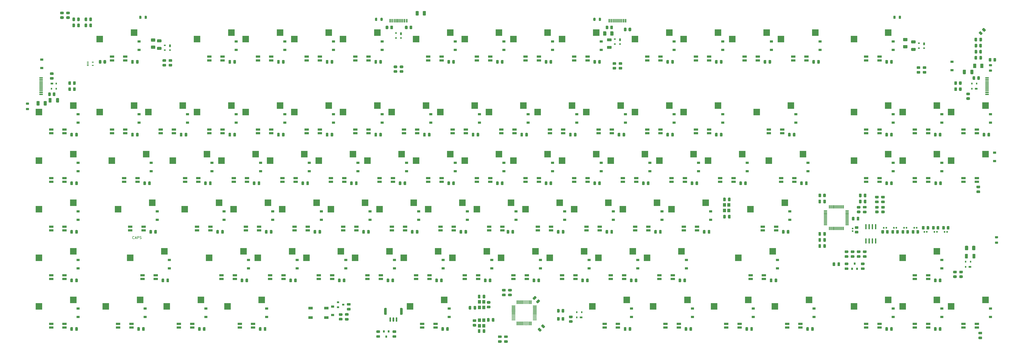
<source format=gbp>
%TF.GenerationSoftware,KiCad,Pcbnew,(5.1.10)-1*%
%TF.CreationDate,2021-10-10T20:15:26-04:00*%
%TF.ProjectId,custom_keyboard,63757374-6f6d-45f6-9b65-79626f617264,rev?*%
%TF.SameCoordinates,Original*%
%TF.FileFunction,Paste,Bot*%
%TF.FilePolarity,Positive*%
%FSLAX46Y46*%
G04 Gerber Fmt 4.6, Leading zero omitted, Abs format (unit mm)*
G04 Created by KiCad (PCBNEW (5.1.10)-1) date 2021-10-10 20:15:26*
%MOMM*%
%LPD*%
G01*
G04 APERTURE LIST*
%ADD10C,0.150000*%
%ADD11R,1.200000X0.900000*%
%ADD12R,0.700000X1.000000*%
%ADD13R,0.700000X0.600000*%
%ADD14O,0.588000X2.045000*%
%ADD15R,0.600000X1.450000*%
%ADD16R,0.300000X1.450000*%
%ADD17R,1.200000X1.400000*%
%ADD18R,0.900000X0.800000*%
%ADD19R,1.800000X1.100000*%
%ADD20R,0.800000X0.900000*%
%ADD21R,0.650000X0.400000*%
%ADD22R,1.000000X0.700000*%
%ADD23R,0.600000X0.700000*%
%ADD24R,1.450000X0.600000*%
%ADD25R,1.450000X0.300000*%
%ADD26O,0.270000X1.500000*%
%ADD27O,1.500000X0.270000*%
%ADD28R,1.800000X0.900000*%
%ADD29R,2.550000X2.500000*%
G04 APERTURE END LIST*
%TO.C,MX52*%
D10*
X178280961Y-264591042D02*
X178233342Y-264638661D01*
X178090485Y-264686280D01*
X177995247Y-264686280D01*
X177852390Y-264638661D01*
X177757152Y-264543423D01*
X177709533Y-264448185D01*
X177661914Y-264257709D01*
X177661914Y-264114852D01*
X177709533Y-263924376D01*
X177757152Y-263829138D01*
X177852390Y-263733900D01*
X177995247Y-263686280D01*
X178090485Y-263686280D01*
X178233342Y-263733900D01*
X178280961Y-263781519D01*
X178661914Y-264400566D02*
X179138104Y-264400566D01*
X178566676Y-264686280D02*
X178900009Y-263686280D01*
X179233342Y-264686280D01*
X179566676Y-264686280D02*
X179566676Y-263686280D01*
X179947628Y-263686280D01*
X180042866Y-263733900D01*
X180090485Y-263781519D01*
X180138104Y-263876757D01*
X180138104Y-264019614D01*
X180090485Y-264114852D01*
X180042866Y-264162471D01*
X179947628Y-264210090D01*
X179566676Y-264210090D01*
X180519057Y-264638661D02*
X180661914Y-264686280D01*
X180900009Y-264686280D01*
X180995247Y-264638661D01*
X181042866Y-264591042D01*
X181090485Y-264495804D01*
X181090485Y-264400566D01*
X181042866Y-264305328D01*
X180995247Y-264257709D01*
X180900009Y-264210090D01*
X180709533Y-264162471D01*
X180614295Y-264114852D01*
X180566676Y-264067233D01*
X180519057Y-263971995D01*
X180519057Y-263876757D01*
X180566676Y-263781519D01*
X180614295Y-263733900D01*
X180709533Y-263686280D01*
X180947628Y-263686280D01*
X181090485Y-263733900D01*
%TD*%
%TO.C,C34*%
G36*
G01*
X506486900Y-272095401D02*
X506486900Y-270795399D01*
G75*
G02*
X506736899Y-270545400I249999J0D01*
G01*
X507386901Y-270545400D01*
G75*
G02*
X507636900Y-270795399I0J-249999D01*
G01*
X507636900Y-272095401D01*
G75*
G02*
X507386901Y-272345400I-249999J0D01*
G01*
X506736899Y-272345400D01*
G75*
G02*
X506486900Y-272095401I0J249999D01*
G01*
G37*
G36*
G01*
X503536900Y-272095401D02*
X503536900Y-270795399D01*
G75*
G02*
X503786899Y-270545400I249999J0D01*
G01*
X504436901Y-270545400D01*
G75*
G02*
X504686900Y-270795399I0J-249999D01*
G01*
X504686900Y-272095401D01*
G75*
G02*
X504436901Y-272345400I-249999J0D01*
G01*
X503786899Y-272345400D01*
G75*
G02*
X503536900Y-272095401I0J249999D01*
G01*
G37*
%TD*%
%TO.C,C25*%
G36*
G01*
X187456899Y-189403750D02*
X188756901Y-189403750D01*
G75*
G02*
X189006900Y-189653749I0J-249999D01*
G01*
X189006900Y-190303751D01*
G75*
G02*
X188756901Y-190553750I-249999J0D01*
G01*
X187456899Y-190553750D01*
G75*
G02*
X187206900Y-190303751I0J249999D01*
G01*
X187206900Y-189653749D01*
G75*
G02*
X187456899Y-189403750I249999J0D01*
G01*
G37*
G36*
G01*
X187456899Y-186453750D02*
X188756901Y-186453750D01*
G75*
G02*
X189006900Y-186703749I0J-249999D01*
G01*
X189006900Y-187353751D01*
G75*
G02*
X188756901Y-187603750I-249999J0D01*
G01*
X187456899Y-187603750D01*
G75*
G02*
X187206900Y-187353751I0J249999D01*
G01*
X187206900Y-186703749D01*
G75*
G02*
X187456899Y-186453750I249999J0D01*
G01*
G37*
%TD*%
%TO.C,C23*%
G36*
G01*
X147734500Y-210980501D02*
X147734500Y-209680499D01*
G75*
G02*
X147984499Y-209430500I249999J0D01*
G01*
X148634501Y-209430500D01*
G75*
G02*
X148884500Y-209680499I0J-249999D01*
G01*
X148884500Y-210980501D01*
G75*
G02*
X148634501Y-211230500I-249999J0D01*
G01*
X147984499Y-211230500D01*
G75*
G02*
X147734500Y-210980501I0J249999D01*
G01*
G37*
G36*
G01*
X144784500Y-210980501D02*
X144784500Y-209680499D01*
G75*
G02*
X145034499Y-209430500I249999J0D01*
G01*
X145684501Y-209430500D01*
G75*
G02*
X145934500Y-209680499I0J-249999D01*
G01*
X145934500Y-210980501D01*
G75*
G02*
X145684501Y-211230500I-249999J0D01*
G01*
X145034499Y-211230500D01*
G75*
G02*
X144784500Y-210980501I0J249999D01*
G01*
G37*
%TD*%
%TO.C,C13*%
G36*
G01*
X482713299Y-189800600D02*
X484013301Y-189800600D01*
G75*
G02*
X484263300Y-190050599I0J-249999D01*
G01*
X484263300Y-190700601D01*
G75*
G02*
X484013301Y-190950600I-249999J0D01*
G01*
X482713299Y-190950600D01*
G75*
G02*
X482463300Y-190700601I0J249999D01*
G01*
X482463300Y-190050599D01*
G75*
G02*
X482713299Y-189800600I249999J0D01*
G01*
G37*
G36*
G01*
X482713299Y-186850600D02*
X484013301Y-186850600D01*
G75*
G02*
X484263300Y-187100599I0J-249999D01*
G01*
X484263300Y-187750601D01*
G75*
G02*
X484013301Y-188000600I-249999J0D01*
G01*
X482713299Y-188000600D01*
G75*
G02*
X482463300Y-187750601I0J249999D01*
G01*
X482463300Y-187100599D01*
G75*
G02*
X482713299Y-186850600I249999J0D01*
G01*
G37*
%TD*%
%TO.C,C10*%
G36*
G01*
X503893200Y-198568699D02*
X503893200Y-199868701D01*
G75*
G02*
X503643201Y-200118700I-249999J0D01*
G01*
X502993199Y-200118700D01*
G75*
G02*
X502743200Y-199868701I0J249999D01*
G01*
X502743200Y-198568699D01*
G75*
G02*
X502993199Y-198318700I249999J0D01*
G01*
X503643201Y-198318700D01*
G75*
G02*
X503893200Y-198568699I0J-249999D01*
G01*
G37*
G36*
G01*
X506843200Y-198568699D02*
X506843200Y-199868701D01*
G75*
G02*
X506593201Y-200118700I-249999J0D01*
G01*
X505943199Y-200118700D01*
G75*
G02*
X505693200Y-199868701I0J249999D01*
G01*
X505693200Y-198568699D01*
G75*
G02*
X505943199Y-198318700I249999J0D01*
G01*
X506593201Y-198318700D01*
G75*
G02*
X506843200Y-198568699I0J-249999D01*
G01*
G37*
%TD*%
%TO.C,C2*%
G36*
G01*
X363658299Y-189006900D02*
X364958301Y-189006900D01*
G75*
G02*
X365208300Y-189256899I0J-249999D01*
G01*
X365208300Y-189906901D01*
G75*
G02*
X364958301Y-190156900I-249999J0D01*
G01*
X363658299Y-190156900D01*
G75*
G02*
X363408300Y-189906901I0J249999D01*
G01*
X363408300Y-189256899D01*
G75*
G02*
X363658299Y-189006900I249999J0D01*
G01*
G37*
G36*
G01*
X363658299Y-186056900D02*
X364958301Y-186056900D01*
G75*
G02*
X365208300Y-186306899I0J-249999D01*
G01*
X365208300Y-186956901D01*
G75*
G02*
X364958301Y-187206900I-249999J0D01*
G01*
X363658299Y-187206900D01*
G75*
G02*
X363408300Y-186956901I0J249999D01*
G01*
X363408300Y-186306899D01*
G75*
G02*
X363658299Y-186056900I249999J0D01*
G01*
G37*
%TD*%
%TO.C,C7*%
G36*
G01*
X509211700Y-194137800D02*
X509211700Y-193187800D01*
G75*
G02*
X509461700Y-192937800I250000J0D01*
G01*
X509961700Y-192937800D01*
G75*
G02*
X510211700Y-193187800I0J-250000D01*
G01*
X510211700Y-194137800D01*
G75*
G02*
X509961700Y-194387800I-250000J0D01*
G01*
X509461700Y-194387800D01*
G75*
G02*
X509211700Y-194137800I0J250000D01*
G01*
G37*
G36*
G01*
X507311700Y-194137800D02*
X507311700Y-193187800D01*
G75*
G02*
X507561700Y-192937800I250000J0D01*
G01*
X508061700Y-192937800D01*
G75*
G02*
X508311700Y-193187800I0J-250000D01*
G01*
X508311700Y-194137800D01*
G75*
G02*
X508061700Y-194387800I-250000J0D01*
G01*
X507561700Y-194387800D01*
G75*
G02*
X507311700Y-194137800I0J250000D01*
G01*
G37*
%TD*%
%TO.C,C8*%
G36*
G01*
X508311700Y-186044500D02*
X508311700Y-186994500D01*
G75*
G02*
X508061700Y-187244500I-250000J0D01*
G01*
X507561700Y-187244500D01*
G75*
G02*
X507311700Y-186994500I0J250000D01*
G01*
X507311700Y-186044500D01*
G75*
G02*
X507561700Y-185794500I250000J0D01*
G01*
X508061700Y-185794500D01*
G75*
G02*
X508311700Y-186044500I0J-250000D01*
G01*
G37*
G36*
G01*
X510211700Y-186044500D02*
X510211700Y-186994500D01*
G75*
G02*
X509961700Y-187244500I-250000J0D01*
G01*
X509461700Y-187244500D01*
G75*
G02*
X509211700Y-186994500I0J250000D01*
G01*
X509211700Y-186044500D01*
G75*
G02*
X509461700Y-185794500I250000J0D01*
G01*
X509961700Y-185794500D01*
G75*
G02*
X510211700Y-186044500I0J-250000D01*
G01*
G37*
%TD*%
%TO.C,C1*%
G36*
G01*
X311183550Y-292159750D02*
X311183550Y-291209750D01*
G75*
G02*
X311433550Y-290959750I250000J0D01*
G01*
X311933550Y-290959750D01*
G75*
G02*
X312183550Y-291209750I0J-250000D01*
G01*
X312183550Y-292159750D01*
G75*
G02*
X311933550Y-292409750I-250000J0D01*
G01*
X311433550Y-292409750D01*
G75*
G02*
X311183550Y-292159750I0J250000D01*
G01*
G37*
G36*
G01*
X309283550Y-292159750D02*
X309283550Y-291209750D01*
G75*
G02*
X309533550Y-290959750I250000J0D01*
G01*
X310033550Y-290959750D01*
G75*
G02*
X310283550Y-291209750I0J-250000D01*
G01*
X310283550Y-292159750D01*
G75*
G02*
X310033550Y-292409750I-250000J0D01*
G01*
X309533550Y-292409750D01*
G75*
G02*
X309283550Y-292159750I0J250000D01*
G01*
G37*
%TD*%
%TO.C,C3*%
G36*
G01*
X314755200Y-287794400D02*
X314755200Y-286844400D01*
G75*
G02*
X315005200Y-286594400I250000J0D01*
G01*
X315505200Y-286594400D01*
G75*
G02*
X315755200Y-286844400I0J-250000D01*
G01*
X315755200Y-287794400D01*
G75*
G02*
X315505200Y-288044400I-250000J0D01*
G01*
X315005200Y-288044400D01*
G75*
G02*
X314755200Y-287794400I0J250000D01*
G01*
G37*
G36*
G01*
X312855200Y-287794400D02*
X312855200Y-286844400D01*
G75*
G02*
X313105200Y-286594400I250000J0D01*
G01*
X313605200Y-286594400D01*
G75*
G02*
X313855200Y-286844400I0J-250000D01*
G01*
X313855200Y-287794400D01*
G75*
G02*
X313605200Y-288044400I-250000J0D01*
G01*
X313105200Y-288044400D01*
G75*
G02*
X312855200Y-287794400I0J250000D01*
G01*
G37*
%TD*%
%TO.C,C37*%
G36*
G01*
X464789500Y-270201700D02*
X463839500Y-270201700D01*
G75*
G02*
X463589500Y-269951700I0J250000D01*
G01*
X463589500Y-269451700D01*
G75*
G02*
X463839500Y-269201700I250000J0D01*
G01*
X464789500Y-269201700D01*
G75*
G02*
X465039500Y-269451700I0J-250000D01*
G01*
X465039500Y-269951700D01*
G75*
G02*
X464789500Y-270201700I-250000J0D01*
G01*
G37*
G36*
G01*
X464789500Y-272101700D02*
X463839500Y-272101700D01*
G75*
G02*
X463589500Y-271851700I0J250000D01*
G01*
X463589500Y-271351700D01*
G75*
G02*
X463839500Y-271101700I250000J0D01*
G01*
X464789500Y-271101700D01*
G75*
G02*
X465039500Y-271351700I0J-250000D01*
G01*
X465039500Y-271851700D01*
G75*
G02*
X464789500Y-272101700I-250000J0D01*
G01*
G37*
%TD*%
%TO.C,C11*%
G36*
G01*
X468601700Y-249671800D02*
X469551700Y-249671800D01*
G75*
G02*
X469801700Y-249921800I0J-250000D01*
G01*
X469801700Y-250421800D01*
G75*
G02*
X469551700Y-250671800I-250000J0D01*
G01*
X468601700Y-250671800D01*
G75*
G02*
X468351700Y-250421800I0J250000D01*
G01*
X468351700Y-249921800D01*
G75*
G02*
X468601700Y-249671800I250000J0D01*
G01*
G37*
G36*
G01*
X468601700Y-247771800D02*
X469551700Y-247771800D01*
G75*
G02*
X469801700Y-248021800I0J-250000D01*
G01*
X469801700Y-248521800D01*
G75*
G02*
X469551700Y-248771800I-250000J0D01*
G01*
X468601700Y-248771800D01*
G75*
G02*
X468351700Y-248521800I0J250000D01*
G01*
X468351700Y-248021800D01*
G75*
G02*
X468601700Y-247771800I250000J0D01*
G01*
G37*
%TD*%
%TO.C,C32*%
G36*
G01*
X409892900Y-255493250D02*
X409892900Y-256443250D01*
G75*
G02*
X409642900Y-256693250I-250000J0D01*
G01*
X409142900Y-256693250D01*
G75*
G02*
X408892900Y-256443250I0J250000D01*
G01*
X408892900Y-255493250D01*
G75*
G02*
X409142900Y-255243250I250000J0D01*
G01*
X409642900Y-255243250D01*
G75*
G02*
X409892900Y-255493250I0J-250000D01*
G01*
G37*
G36*
G01*
X411792900Y-255493250D02*
X411792900Y-256443250D01*
G75*
G02*
X411542900Y-256693250I-250000J0D01*
G01*
X411042900Y-256693250D01*
G75*
G02*
X410792900Y-256443250I0J250000D01*
G01*
X410792900Y-255493250D01*
G75*
G02*
X411042900Y-255243250I250000J0D01*
G01*
X411542900Y-255243250D01*
G75*
G02*
X411792900Y-255493250I0J-250000D01*
G01*
G37*
%TD*%
%TO.C,C33*%
G36*
G01*
X410792900Y-249696800D02*
X410792900Y-248746800D01*
G75*
G02*
X411042900Y-248496800I250000J0D01*
G01*
X411542900Y-248496800D01*
G75*
G02*
X411792900Y-248746800I0J-250000D01*
G01*
X411792900Y-249696800D01*
G75*
G02*
X411542900Y-249946800I-250000J0D01*
G01*
X411042900Y-249946800D01*
G75*
G02*
X410792900Y-249696800I0J250000D01*
G01*
G37*
G36*
G01*
X408892900Y-249696800D02*
X408892900Y-248746800D01*
G75*
G02*
X409142900Y-248496800I250000J0D01*
G01*
X409642900Y-248496800D01*
G75*
G02*
X409892900Y-248746800I0J-250000D01*
G01*
X409892900Y-249696800D01*
G75*
G02*
X409642900Y-249946800I-250000J0D01*
G01*
X409142900Y-249946800D01*
G75*
G02*
X408892900Y-249696800I0J250000D01*
G01*
G37*
%TD*%
%TO.C,D10*%
G36*
G01*
X459379800Y-261317300D02*
X459724800Y-261317300D01*
G75*
G02*
X459872300Y-261464800I0J-147500D01*
G01*
X459872300Y-261759800D01*
G75*
G02*
X459724800Y-261907300I-147500J0D01*
G01*
X459379800Y-261907300D01*
G75*
G02*
X459232300Y-261759800I0J147500D01*
G01*
X459232300Y-261464800D01*
G75*
G02*
X459379800Y-261317300I147500J0D01*
G01*
G37*
G36*
G01*
X459379800Y-260347300D02*
X459724800Y-260347300D01*
G75*
G02*
X459872300Y-260494800I0J-147500D01*
G01*
X459872300Y-260789800D01*
G75*
G02*
X459724800Y-260937300I-147500J0D01*
G01*
X459379800Y-260937300D01*
G75*
G02*
X459232300Y-260789800I0J147500D01*
G01*
X459232300Y-260494800D01*
G75*
G02*
X459379800Y-260347300I147500J0D01*
G01*
G37*
%TD*%
D11*
%TO.C,KD15*%
X156358900Y-215761200D03*
X156358900Y-219061200D03*
%TD*%
%TO.C,KD33*%
X156358900Y-234810000D03*
X156358900Y-238110000D03*
%TD*%
%TO.C,KD51*%
X156358900Y-253921400D03*
X156358900Y-257221400D03*
%TD*%
%TO.C,KD65*%
X156358900Y-272970200D03*
X156358900Y-276270200D03*
%TD*%
%TO.C,KD80*%
X182551000Y-292019000D03*
X182551000Y-295319000D03*
%TD*%
%TO.C,KD1*%
X180169900Y-187250600D03*
X180169900Y-190550600D03*
%TD*%
%TO.C,KD16*%
X180169900Y-215823800D03*
X180169900Y-219123800D03*
%TD*%
%TO.C,KD34*%
X184932100Y-234872600D03*
X184932100Y-238172600D03*
%TD*%
%TO.C,KD52*%
X187313200Y-253921400D03*
X187313200Y-257221400D03*
%TD*%
%TO.C,KD79*%
X156358900Y-291956400D03*
X156358900Y-295256400D03*
%TD*%
%TO.C,KD2*%
X218267500Y-187250600D03*
X218267500Y-190550600D03*
%TD*%
%TO.C,KD18*%
X218267500Y-215823800D03*
X218267500Y-219123800D03*
%TD*%
%TO.C,KD36*%
X227791900Y-234872600D03*
X227791900Y-238172600D03*
%TD*%
%TO.C,KD54*%
X232554100Y-253921400D03*
X232554100Y-257221400D03*
%TD*%
%TO.C,KD67*%
X223029700Y-272970200D03*
X223029700Y-276270200D03*
%TD*%
%TO.C,KD82*%
X230173000Y-292019000D03*
X230173000Y-295319000D03*
%TD*%
%TO.C,KD17*%
X199218700Y-215823800D03*
X199218700Y-219123800D03*
%TD*%
%TO.C,KD35*%
X208743100Y-234872600D03*
X208743100Y-238172600D03*
%TD*%
%TO.C,KD53*%
X213505300Y-253921400D03*
X213505300Y-257221400D03*
%TD*%
%TO.C,KD66*%
X192075400Y-272970200D03*
X192075400Y-276270200D03*
%TD*%
%TO.C,KD81*%
X206362000Y-292019000D03*
X206362000Y-295319000D03*
%TD*%
%TO.C,KD3*%
X237316300Y-187250600D03*
X237316300Y-190550600D03*
%TD*%
%TO.C,KD19*%
X237316300Y-215823800D03*
X237316300Y-219123800D03*
%TD*%
%TO.C,KD37*%
X246840700Y-234872600D03*
X246840700Y-238172600D03*
%TD*%
%TO.C,KD55*%
X251602900Y-253921400D03*
X251602900Y-257221400D03*
%TD*%
%TO.C,KD68*%
X242078500Y-272970200D03*
X242078500Y-276270200D03*
%TD*%
%TO.C,KD70*%
X280176100Y-272970200D03*
X280176100Y-276270200D03*
%TD*%
%TO.C,KD4*%
X256365100Y-187250600D03*
X256365100Y-190550600D03*
%TD*%
%TO.C,KD20*%
X256365100Y-215823800D03*
X256365100Y-219123800D03*
%TD*%
%TO.C,KD38*%
X265889500Y-234872600D03*
X265889500Y-238172600D03*
%TD*%
%TO.C,KD56*%
X270651700Y-253921400D03*
X270651700Y-257221400D03*
%TD*%
%TO.C,KD69*%
X261127300Y-272970200D03*
X261127300Y-276270200D03*
%TD*%
%TO.C,KD5*%
X275413900Y-187250600D03*
X275413900Y-190550600D03*
%TD*%
%TO.C,KD21*%
X275413900Y-215823800D03*
X275413900Y-219123800D03*
%TD*%
%TO.C,KD39*%
X284938300Y-234872600D03*
X284938300Y-238172600D03*
%TD*%
%TO.C,KD57*%
X289700500Y-253921400D03*
X289700500Y-257221400D03*
%TD*%
%TO.C,KD71*%
X299224900Y-272970200D03*
X299224900Y-276270200D03*
%TD*%
%TO.C,KD83*%
X301606000Y-292019000D03*
X301606000Y-295319000D03*
%TD*%
%TO.C,KD6*%
X303987100Y-187250600D03*
X303987100Y-190550600D03*
%TD*%
%TO.C,KD22*%
X294462700Y-215823800D03*
X294462700Y-219123800D03*
%TD*%
%TO.C,KD40*%
X303987100Y-234872600D03*
X303987100Y-238172600D03*
%TD*%
%TO.C,KD58*%
X308749300Y-253921400D03*
X308749300Y-257221400D03*
%TD*%
%TO.C,KD72*%
X318273700Y-272970200D03*
X318273700Y-276270200D03*
%TD*%
%TO.C,KD7*%
X323035900Y-187250600D03*
X323035900Y-190550600D03*
%TD*%
%TO.C,KD23*%
X313511500Y-215823800D03*
X313511500Y-219123800D03*
%TD*%
%TO.C,KD41*%
X323035900Y-234872600D03*
X323035900Y-238172600D03*
%TD*%
%TO.C,KD59*%
X327798100Y-253921400D03*
X327798100Y-257221400D03*
%TD*%
%TO.C,KD73*%
X337322500Y-272970200D03*
X337322500Y-276270200D03*
%TD*%
%TO.C,KD8*%
X342084700Y-187250600D03*
X342084700Y-190550600D03*
%TD*%
%TO.C,KD24*%
X332560300Y-215823800D03*
X332560300Y-219123800D03*
%TD*%
%TO.C,KD42*%
X342084700Y-234872600D03*
X342084700Y-238172600D03*
%TD*%
%TO.C,KD60*%
X346846900Y-253921400D03*
X346846900Y-257221400D03*
%TD*%
%TO.C,KD74*%
X356371300Y-272970200D03*
X356371300Y-276270200D03*
%TD*%
%TO.C,KD9*%
X361133500Y-187250600D03*
X361133500Y-190550600D03*
%TD*%
%TO.C,KD25*%
X351609100Y-215823800D03*
X351609100Y-219123800D03*
%TD*%
%TO.C,KD43*%
X361133500Y-234872600D03*
X361133500Y-238172600D03*
%TD*%
%TO.C,KD61*%
X365895700Y-253921400D03*
X365895700Y-257221400D03*
%TD*%
%TO.C,KD75*%
X375420100Y-272970200D03*
X375420100Y-276270200D03*
%TD*%
%TO.C,KD84*%
X373039000Y-292019000D03*
X373039000Y-295319000D03*
%TD*%
%TO.C,KD10*%
X389706700Y-187250600D03*
X389706700Y-190550600D03*
%TD*%
%TO.C,KD26*%
X370657900Y-215823800D03*
X370657900Y-219123800D03*
%TD*%
%TO.C,KD44*%
X380182300Y-234872600D03*
X380182300Y-238172600D03*
%TD*%
%TO.C,KD62*%
X384944500Y-253921400D03*
X384944500Y-257221400D03*
%TD*%
%TO.C,KD76*%
X394468900Y-272970200D03*
X394468900Y-276270200D03*
%TD*%
%TO.C,KD11*%
X408755500Y-187250600D03*
X408755500Y-190550600D03*
%TD*%
%TO.C,KD27*%
X389706700Y-215823800D03*
X389706700Y-219123800D03*
%TD*%
%TO.C,KD45*%
X399231100Y-234872600D03*
X399231100Y-238172600D03*
%TD*%
%TO.C,KD63*%
X403993300Y-253921400D03*
X403993300Y-257221400D03*
%TD*%
%TO.C,KD85*%
X396850000Y-292019000D03*
X396850000Y-295319000D03*
%TD*%
%TO.C,KD86*%
X420661000Y-292019000D03*
X420661000Y-295319000D03*
%TD*%
%TO.C,KD12*%
X427804300Y-187250600D03*
X427804300Y-190550600D03*
%TD*%
%TO.C,KD28*%
X408755500Y-215823800D03*
X408755500Y-219123800D03*
%TD*%
%TO.C,KD46*%
X418279900Y-234872600D03*
X418279900Y-238172600D03*
%TD*%
%TO.C,KD87*%
X444472000Y-292019000D03*
X444472000Y-295319000D03*
%TD*%
%TO.C,KD13*%
X446853100Y-187250600D03*
X446853100Y-190550600D03*
%TD*%
%TO.C,KD29*%
X437328700Y-215823800D03*
X437328700Y-219123800D03*
%TD*%
%TO.C,KD47*%
X442090900Y-234872600D03*
X442090900Y-238172600D03*
%TD*%
%TO.C,KD64*%
X434947600Y-253921400D03*
X434947600Y-257221400D03*
%TD*%
%TO.C,KD77*%
X430185400Y-272970200D03*
X430185400Y-276270200D03*
%TD*%
%TO.C,KD88*%
X475426300Y-292019000D03*
X475426300Y-295319000D03*
%TD*%
%TO.C,KD14*%
X475426300Y-187250600D03*
X475426300Y-190550600D03*
%TD*%
%TO.C,KD30*%
X475426300Y-215823800D03*
X475426300Y-219123800D03*
%TD*%
%TO.C,KD48*%
X475426300Y-234872600D03*
X475426300Y-238172600D03*
%TD*%
%TO.C,KD31*%
X494475100Y-215823800D03*
X494475100Y-219123800D03*
%TD*%
%TO.C,KD49*%
X494475100Y-234872600D03*
X494475100Y-238172600D03*
%TD*%
%TO.C,KD78*%
X494475100Y-272970200D03*
X494475100Y-276270200D03*
%TD*%
%TO.C,KD89*%
X494475100Y-292019000D03*
X494475100Y-295319000D03*
%TD*%
%TO.C,KD32*%
X513523900Y-215823800D03*
X513523900Y-219123800D03*
%TD*%
%TO.C,KD50*%
X515111300Y-230904100D03*
X515111300Y-234204100D03*
%TD*%
%TO.C,KD90*%
X513523900Y-292019000D03*
X513523900Y-295319000D03*
%TD*%
%TO.C,R14*%
G36*
G01*
X508361700Y-190831699D02*
X508361700Y-191731701D01*
G75*
G02*
X508111701Y-191981700I-249999J0D01*
G01*
X507586699Y-191981700D01*
G75*
G02*
X507336700Y-191731701I0J249999D01*
G01*
X507336700Y-190831699D01*
G75*
G02*
X507586699Y-190581700I249999J0D01*
G01*
X508111701Y-190581700D01*
G75*
G02*
X508361700Y-190831699I0J-249999D01*
G01*
G37*
G36*
G01*
X510186700Y-190831699D02*
X510186700Y-191731701D01*
G75*
G02*
X509936701Y-191981700I-249999J0D01*
G01*
X509411699Y-191981700D01*
G75*
G02*
X509161700Y-191731701I0J249999D01*
G01*
X509161700Y-190831699D01*
G75*
G02*
X509411699Y-190581700I249999J0D01*
G01*
X509936701Y-190581700D01*
G75*
G02*
X510186700Y-190831699I0J-249999D01*
G01*
G37*
%TD*%
%TO.C,R15*%
G36*
G01*
X510950142Y-183380056D02*
X510313744Y-182743658D01*
G75*
G02*
X510313744Y-182390106I176776J176776D01*
G01*
X510684976Y-182018874D01*
G75*
G02*
X511038528Y-182018874I176776J-176776D01*
G01*
X511674926Y-182655272D01*
G75*
G02*
X511674926Y-183008824I-176776J-176776D01*
G01*
X511303694Y-183380056D01*
G75*
G02*
X510950142Y-183380056I-176776J176776D01*
G01*
G37*
G36*
G01*
X509659672Y-184670526D02*
X509023274Y-184034128D01*
G75*
G02*
X509023274Y-183680576I176776J176776D01*
G01*
X509394506Y-183309344D01*
G75*
G02*
X509748058Y-183309344I176776J-176776D01*
G01*
X510384456Y-183945742D01*
G75*
G02*
X510384456Y-184299294I-176776J-176776D01*
G01*
X510013224Y-184670526D01*
G75*
G02*
X509659672Y-184670526I-176776J176776D01*
G01*
G37*
%TD*%
%TO.C,R30*%
G36*
G01*
X258693049Y-295656400D02*
X259593051Y-295656400D01*
G75*
G02*
X259843050Y-295906399I0J-249999D01*
G01*
X259843050Y-296431401D01*
G75*
G02*
X259593051Y-296681400I-249999J0D01*
G01*
X258693049Y-296681400D01*
G75*
G02*
X258443050Y-296431401I0J249999D01*
G01*
X258443050Y-295906399D01*
G75*
G02*
X258693049Y-295656400I249999J0D01*
G01*
G37*
G36*
G01*
X258693049Y-293831400D02*
X259593051Y-293831400D01*
G75*
G02*
X259843050Y-294081399I0J-249999D01*
G01*
X259843050Y-294606401D01*
G75*
G02*
X259593051Y-294856400I-249999J0D01*
G01*
X258693049Y-294856400D01*
G75*
G02*
X258443050Y-294606401I0J249999D01*
G01*
X258443050Y-294081399D01*
G75*
G02*
X258693049Y-293831400I249999J0D01*
G01*
G37*
%TD*%
%TO.C,R4*%
G36*
G01*
X282507199Y-198520100D02*
X283407201Y-198520100D01*
G75*
G02*
X283657200Y-198770099I0J-249999D01*
G01*
X283657200Y-199295101D01*
G75*
G02*
X283407201Y-199545100I-249999J0D01*
G01*
X282507199Y-199545100D01*
G75*
G02*
X282257200Y-199295101I0J249999D01*
G01*
X282257200Y-198770099D01*
G75*
G02*
X282507199Y-198520100I249999J0D01*
G01*
G37*
G36*
G01*
X282507199Y-196695100D02*
X283407201Y-196695100D01*
G75*
G02*
X283657200Y-196945099I0J-249999D01*
G01*
X283657200Y-197470101D01*
G75*
G02*
X283407201Y-197720100I-249999J0D01*
G01*
X282507199Y-197720100D01*
G75*
G02*
X282257200Y-197470101I0J249999D01*
G01*
X282257200Y-196945099D01*
G75*
G02*
X282507199Y-196695100I249999J0D01*
G01*
G37*
%TD*%
%TO.C,R2*%
G36*
G01*
X280126099Y-198520100D02*
X281026101Y-198520100D01*
G75*
G02*
X281276100Y-198770099I0J-249999D01*
G01*
X281276100Y-199295101D01*
G75*
G02*
X281026101Y-199545100I-249999J0D01*
G01*
X280126099Y-199545100D01*
G75*
G02*
X279876100Y-199295101I0J249999D01*
G01*
X279876100Y-198770099D01*
G75*
G02*
X280126099Y-198520100I249999J0D01*
G01*
G37*
G36*
G01*
X280126099Y-196695100D02*
X281026101Y-196695100D01*
G75*
G02*
X281276100Y-196945099I0J-249999D01*
G01*
X281276100Y-197470101D01*
G75*
G02*
X281026101Y-197720100I-249999J0D01*
G01*
X280126099Y-197720100D01*
G75*
G02*
X279876100Y-197470101I0J249999D01*
G01*
X279876100Y-196945099D01*
G75*
G02*
X280126099Y-196695100I249999J0D01*
G01*
G37*
%TD*%
%TO.C,R22*%
G36*
G01*
X468626699Y-253590300D02*
X469526701Y-253590300D01*
G75*
G02*
X469776700Y-253840299I0J-249999D01*
G01*
X469776700Y-254365301D01*
G75*
G02*
X469526701Y-254615300I-249999J0D01*
G01*
X468626699Y-254615300D01*
G75*
G02*
X468376700Y-254365301I0J249999D01*
G01*
X468376700Y-253840299D01*
G75*
G02*
X468626699Y-253590300I249999J0D01*
G01*
G37*
G36*
G01*
X468626699Y-251765300D02*
X469526701Y-251765300D01*
G75*
G02*
X469776700Y-252015299I0J-249999D01*
G01*
X469776700Y-252540301D01*
G75*
G02*
X469526701Y-252790300I-249999J0D01*
G01*
X468626699Y-252790300D01*
G75*
G02*
X468376700Y-252540301I0J249999D01*
G01*
X468376700Y-252015299D01*
G75*
G02*
X468626699Y-251765300I249999J0D01*
G01*
G37*
%TD*%
%TO.C,R1*%
G36*
G01*
X471851500Y-261470999D02*
X471851500Y-262371001D01*
G75*
G02*
X471601501Y-262621000I-249999J0D01*
G01*
X471076499Y-262621000D01*
G75*
G02*
X470826500Y-262371001I0J249999D01*
G01*
X470826500Y-261470999D01*
G75*
G02*
X471076499Y-261221000I249999J0D01*
G01*
X471601501Y-261221000D01*
G75*
G02*
X471851500Y-261470999I0J-249999D01*
G01*
G37*
G36*
G01*
X473676500Y-261470999D02*
X473676500Y-262371001D01*
G75*
G02*
X473426501Y-262621000I-249999J0D01*
G01*
X472901499Y-262621000D01*
G75*
G02*
X472651500Y-262371001I0J249999D01*
G01*
X472651500Y-261470999D01*
G75*
G02*
X472901499Y-261221000I249999J0D01*
G01*
X473426501Y-261221000D01*
G75*
G02*
X473676500Y-261470999I0J-249999D01*
G01*
G37*
%TD*%
%TO.C,R7*%
G36*
G01*
X475820000Y-261470999D02*
X475820000Y-262371001D01*
G75*
G02*
X475570001Y-262621000I-249999J0D01*
G01*
X475044999Y-262621000D01*
G75*
G02*
X474795000Y-262371001I0J249999D01*
G01*
X474795000Y-261470999D01*
G75*
G02*
X475044999Y-261221000I249999J0D01*
G01*
X475570001Y-261221000D01*
G75*
G02*
X475820000Y-261470999I0J-249999D01*
G01*
G37*
G36*
G01*
X477645000Y-261470999D02*
X477645000Y-262371001D01*
G75*
G02*
X477395001Y-262621000I-249999J0D01*
G01*
X476869999Y-262621000D01*
G75*
G02*
X476620000Y-262371001I0J249999D01*
G01*
X476620000Y-261470999D01*
G75*
G02*
X476869999Y-261221000I249999J0D01*
G01*
X477395001Y-261221000D01*
G75*
G02*
X477645000Y-261470999I0J-249999D01*
G01*
G37*
%TD*%
%TO.C,R17*%
G36*
G01*
X479788500Y-261470999D02*
X479788500Y-262371001D01*
G75*
G02*
X479538501Y-262621000I-249999J0D01*
G01*
X479013499Y-262621000D01*
G75*
G02*
X478763500Y-262371001I0J249999D01*
G01*
X478763500Y-261470999D01*
G75*
G02*
X479013499Y-261221000I249999J0D01*
G01*
X479538501Y-261221000D01*
G75*
G02*
X479788500Y-261470999I0J-249999D01*
G01*
G37*
G36*
G01*
X481613500Y-261470999D02*
X481613500Y-262371001D01*
G75*
G02*
X481363501Y-262621000I-249999J0D01*
G01*
X480838499Y-262621000D01*
G75*
G02*
X480588500Y-262371001I0J249999D01*
G01*
X480588500Y-261470999D01*
G75*
G02*
X480838499Y-261221000I249999J0D01*
G01*
X481363501Y-261221000D01*
G75*
G02*
X481613500Y-261470999I0J-249999D01*
G01*
G37*
%TD*%
%TO.C,R18*%
G36*
G01*
X483757000Y-261470999D02*
X483757000Y-262371001D01*
G75*
G02*
X483507001Y-262621000I-249999J0D01*
G01*
X482981999Y-262621000D01*
G75*
G02*
X482732000Y-262371001I0J249999D01*
G01*
X482732000Y-261470999D01*
G75*
G02*
X482981999Y-261221000I249999J0D01*
G01*
X483507001Y-261221000D01*
G75*
G02*
X483757000Y-261470999I0J-249999D01*
G01*
G37*
G36*
G01*
X485582000Y-261470999D02*
X485582000Y-262371001D01*
G75*
G02*
X485332001Y-262621000I-249999J0D01*
G01*
X484806999Y-262621000D01*
G75*
G02*
X484557000Y-262371001I0J249999D01*
G01*
X484557000Y-261470999D01*
G75*
G02*
X484806999Y-261221000I249999J0D01*
G01*
X485332001Y-261221000D01*
G75*
G02*
X485582000Y-261470999I0J-249999D01*
G01*
G37*
%TD*%
%TO.C,R26*%
G36*
G01*
X488525500Y-260783601D02*
X488525500Y-259883599D01*
G75*
G02*
X488775499Y-259633600I249999J0D01*
G01*
X489300501Y-259633600D01*
G75*
G02*
X489550500Y-259883599I0J-249999D01*
G01*
X489550500Y-260783601D01*
G75*
G02*
X489300501Y-261033600I-249999J0D01*
G01*
X488775499Y-261033600D01*
G75*
G02*
X488525500Y-260783601I0J249999D01*
G01*
G37*
G36*
G01*
X486700500Y-260783601D02*
X486700500Y-259883599D01*
G75*
G02*
X486950499Y-259633600I249999J0D01*
G01*
X487475501Y-259633600D01*
G75*
G02*
X487725500Y-259883599I0J-249999D01*
G01*
X487725500Y-260783601D01*
G75*
G02*
X487475501Y-261033600I-249999J0D01*
G01*
X486950499Y-261033600D01*
G75*
G02*
X486700500Y-260783601I0J249999D01*
G01*
G37*
%TD*%
%TO.C,R29*%
G36*
G01*
X492494000Y-260783601D02*
X492494000Y-259883599D01*
G75*
G02*
X492743999Y-259633600I249999J0D01*
G01*
X493269001Y-259633600D01*
G75*
G02*
X493519000Y-259883599I0J-249999D01*
G01*
X493519000Y-260783601D01*
G75*
G02*
X493269001Y-261033600I-249999J0D01*
G01*
X492743999Y-261033600D01*
G75*
G02*
X492494000Y-260783601I0J249999D01*
G01*
G37*
G36*
G01*
X490669000Y-260783601D02*
X490669000Y-259883599D01*
G75*
G02*
X490918999Y-259633600I249999J0D01*
G01*
X491444001Y-259633600D01*
G75*
G02*
X491694000Y-259883599I0J-249999D01*
G01*
X491694000Y-260783601D01*
G75*
G02*
X491444001Y-261033600I-249999J0D01*
G01*
X490918999Y-261033600D01*
G75*
G02*
X490669000Y-260783601I0J249999D01*
G01*
G37*
%TD*%
%TO.C,R32*%
G36*
G01*
X496462500Y-260783601D02*
X496462500Y-259883599D01*
G75*
G02*
X496712499Y-259633600I249999J0D01*
G01*
X497237501Y-259633600D01*
G75*
G02*
X497487500Y-259883599I0J-249999D01*
G01*
X497487500Y-260783601D01*
G75*
G02*
X497237501Y-261033600I-249999J0D01*
G01*
X496712499Y-261033600D01*
G75*
G02*
X496462500Y-260783601I0J249999D01*
G01*
G37*
G36*
G01*
X494637500Y-260783601D02*
X494637500Y-259883599D01*
G75*
G02*
X494887499Y-259633600I249999J0D01*
G01*
X495412501Y-259633600D01*
G75*
G02*
X495662500Y-259883599I0J-249999D01*
G01*
X495662500Y-260783601D01*
G75*
G02*
X495412501Y-261033600I-249999J0D01*
G01*
X494887499Y-261033600D01*
G75*
G02*
X494637500Y-260783601I0J249999D01*
G01*
G37*
%TD*%
%TO.C,R38*%
G36*
G01*
X461589701Y-260727300D02*
X460689699Y-260727300D01*
G75*
G02*
X460439700Y-260477301I0J249999D01*
G01*
X460439700Y-259952299D01*
G75*
G02*
X460689699Y-259702300I249999J0D01*
G01*
X461589701Y-259702300D01*
G75*
G02*
X461839700Y-259952299I0J-249999D01*
G01*
X461839700Y-260477301D01*
G75*
G02*
X461589701Y-260727300I-249999J0D01*
G01*
G37*
G36*
G01*
X461589701Y-262552300D02*
X460689699Y-262552300D01*
G75*
G02*
X460439700Y-262302301I0J249999D01*
G01*
X460439700Y-261777299D01*
G75*
G02*
X460689699Y-261527300I249999J0D01*
G01*
X461589701Y-261527300D01*
G75*
G02*
X461839700Y-261777299I0J-249999D01*
G01*
X461839700Y-262302301D01*
G75*
G02*
X461589701Y-262552300I-249999J0D01*
G01*
G37*
%TD*%
%TO.C,R9*%
G36*
G01*
X286132000Y-182207301D02*
X286132000Y-181307299D01*
G75*
G02*
X286381999Y-181057300I249999J0D01*
G01*
X286907001Y-181057300D01*
G75*
G02*
X287157000Y-181307299I0J-249999D01*
G01*
X287157000Y-182207301D01*
G75*
G02*
X286907001Y-182457300I-249999J0D01*
G01*
X286381999Y-182457300D01*
G75*
G02*
X286132000Y-182207301I0J249999D01*
G01*
G37*
G36*
G01*
X284307000Y-182207301D02*
X284307000Y-181307299D01*
G75*
G02*
X284556999Y-181057300I249999J0D01*
G01*
X285082001Y-181057300D01*
G75*
G02*
X285332000Y-181307299I0J-249999D01*
G01*
X285332000Y-182207301D01*
G75*
G02*
X285082001Y-182457300I-249999J0D01*
G01*
X284556999Y-182457300D01*
G75*
G02*
X284307000Y-182207301I0J249999D01*
G01*
G37*
%TD*%
%TO.C,R8*%
G36*
G01*
X277791850Y-181307299D02*
X277791850Y-182207301D01*
G75*
G02*
X277541851Y-182457300I-249999J0D01*
G01*
X277016849Y-182457300D01*
G75*
G02*
X276766850Y-182207301I0J249999D01*
G01*
X276766850Y-181307299D01*
G75*
G02*
X277016849Y-181057300I249999J0D01*
G01*
X277541851Y-181057300D01*
G75*
G02*
X277791850Y-181307299I0J-249999D01*
G01*
G37*
G36*
G01*
X279616850Y-181307299D02*
X279616850Y-182207301D01*
G75*
G02*
X279366851Y-182457300I-249999J0D01*
G01*
X278841849Y-182457300D01*
G75*
G02*
X278591850Y-182207301I0J249999D01*
G01*
X278591850Y-181307299D01*
G75*
G02*
X278841849Y-181057300I249999J0D01*
G01*
X279366851Y-181057300D01*
G75*
G02*
X279616850Y-181307299I0J-249999D01*
G01*
G37*
%TD*%
%TO.C,R41*%
G36*
G01*
X448046800Y-248084401D02*
X448046800Y-247184399D01*
G75*
G02*
X448296799Y-246934400I249999J0D01*
G01*
X448821801Y-246934400D01*
G75*
G02*
X449071800Y-247184399I0J-249999D01*
G01*
X449071800Y-248084401D01*
G75*
G02*
X448821801Y-248334400I-249999J0D01*
G01*
X448296799Y-248334400D01*
G75*
G02*
X448046800Y-248084401I0J249999D01*
G01*
G37*
G36*
G01*
X446221800Y-248084401D02*
X446221800Y-247184399D01*
G75*
G02*
X446471799Y-246934400I249999J0D01*
G01*
X446996801Y-246934400D01*
G75*
G02*
X447246800Y-247184399I0J-249999D01*
G01*
X447246800Y-248084401D01*
G75*
G02*
X446996801Y-248334400I-249999J0D01*
G01*
X446471799Y-248334400D01*
G75*
G02*
X446221800Y-248084401I0J249999D01*
G01*
G37*
%TD*%
%TO.C,D2*%
X142072300Y-194393900D03*
X142072300Y-197693900D03*
%TD*%
%TO.C,D3*%
X498443600Y-195187600D03*
X498443600Y-198487600D03*
%TD*%
D12*
%TO.C,U2*%
X282763500Y-184182100D03*
D13*
X280763500Y-183982100D03*
X282763500Y-185882100D03*
X280763500Y-185882100D03*
%TD*%
D14*
%TO.C,U1*%
X464790600Y-259942700D03*
X466060600Y-259942700D03*
X467330600Y-259942700D03*
X468600600Y-259942700D03*
X464790600Y-265486700D03*
X466060600Y-265486700D03*
X467330600Y-265486700D03*
X468600600Y-265486700D03*
%TD*%
D15*
%TO.C,USB1*%
X284988500Y-179134200D03*
X278538500Y-179134200D03*
X284213500Y-179134200D03*
X279313500Y-179134200D03*
D16*
X280013500Y-179134200D03*
X283513500Y-179134200D03*
X280513500Y-179134200D03*
X283013500Y-179134200D03*
X281013500Y-179134200D03*
X282513500Y-179134200D03*
X282013500Y-179134200D03*
X281513500Y-179134200D03*
%TD*%
D17*
%TO.C,Y1*%
X315155200Y-291594200D03*
X315155200Y-289394200D03*
X313455200Y-289394200D03*
X313455200Y-291594200D03*
%TD*%
%TO.C,Y3*%
X411136600Y-253587150D03*
X411136600Y-251387150D03*
X409436600Y-251387150D03*
X409436600Y-253587150D03*
%TD*%
%TO.C,C40*%
G36*
G01*
X274301500Y-301552850D02*
X273351500Y-301552850D01*
G75*
G02*
X273101500Y-301302850I0J250000D01*
G01*
X273101500Y-300802850D01*
G75*
G02*
X273351500Y-300552850I250000J0D01*
G01*
X274301500Y-300552850D01*
G75*
G02*
X274551500Y-300802850I0J-250000D01*
G01*
X274551500Y-301302850D01*
G75*
G02*
X274301500Y-301552850I-250000J0D01*
G01*
G37*
G36*
G01*
X274301500Y-303452850D02*
X273351500Y-303452850D01*
G75*
G02*
X273101500Y-303202850I0J250000D01*
G01*
X273101500Y-302702850D01*
G75*
G02*
X273351500Y-302452850I250000J0D01*
G01*
X274301500Y-302452850D01*
G75*
G02*
X274551500Y-302702850I0J-250000D01*
G01*
X274551500Y-303202850D01*
G75*
G02*
X274301500Y-303452850I-250000J0D01*
G01*
G37*
%TD*%
%TO.C,C16*%
G36*
G01*
X335752778Y-287855877D02*
X335081027Y-288527628D01*
G75*
G02*
X334727473Y-288527628I-176777J176777D01*
G01*
X334373920Y-288174075D01*
G75*
G02*
X334373920Y-287820521I176777J176777D01*
G01*
X335045671Y-287148770D01*
G75*
G02*
X335399225Y-287148770I176777J-176777D01*
G01*
X335752778Y-287502323D01*
G75*
G02*
X335752778Y-287855877I-176777J-176777D01*
G01*
G37*
G36*
G01*
X337096280Y-289199379D02*
X336424529Y-289871130D01*
G75*
G02*
X336070975Y-289871130I-176777J176777D01*
G01*
X335717422Y-289517577D01*
G75*
G02*
X335717422Y-289164023I176777J176777D01*
G01*
X336389173Y-288492272D01*
G75*
G02*
X336742727Y-288492272I176777J-176777D01*
G01*
X337096280Y-288845825D01*
G75*
G02*
X337096280Y-289199379I-176777J-176777D01*
G01*
G37*
%TD*%
%TO.C,C17*%
G36*
G01*
X338373423Y-299639428D02*
X337701672Y-298967677D01*
G75*
G02*
X337701672Y-298614123I176777J176777D01*
G01*
X338055225Y-298260570D01*
G75*
G02*
X338408779Y-298260570I176777J-176777D01*
G01*
X339080530Y-298932321D01*
G75*
G02*
X339080530Y-299285875I-176777J-176777D01*
G01*
X338726977Y-299639428D01*
G75*
G02*
X338373423Y-299639428I-176777J176777D01*
G01*
G37*
G36*
G01*
X337029921Y-300982930D02*
X336358170Y-300311179D01*
G75*
G02*
X336358170Y-299957625I176777J176777D01*
G01*
X336711723Y-299604072D01*
G75*
G02*
X337065277Y-299604072I176777J-176777D01*
G01*
X337737028Y-300275823D01*
G75*
G02*
X337737028Y-300629377I-176777J-176777D01*
G01*
X337383475Y-300982930D01*
G75*
G02*
X337029921Y-300982930I-176777J176777D01*
G01*
G37*
%TD*%
%TO.C,C12*%
G36*
G01*
X470982800Y-249671800D02*
X471932800Y-249671800D01*
G75*
G02*
X472182800Y-249921800I0J-250000D01*
G01*
X472182800Y-250421800D01*
G75*
G02*
X471932800Y-250671800I-250000J0D01*
G01*
X470982800Y-250671800D01*
G75*
G02*
X470732800Y-250421800I0J250000D01*
G01*
X470732800Y-249921800D01*
G75*
G02*
X470982800Y-249671800I250000J0D01*
G01*
G37*
G36*
G01*
X470982800Y-247771800D02*
X471932800Y-247771800D01*
G75*
G02*
X472182800Y-248021800I0J-250000D01*
G01*
X472182800Y-248521800D01*
G75*
G02*
X471932800Y-248771800I-250000J0D01*
G01*
X470982800Y-248771800D01*
G75*
G02*
X470732800Y-248521800I0J250000D01*
G01*
X470732800Y-248021800D01*
G75*
G02*
X470982800Y-247771800I250000J0D01*
G01*
G37*
%TD*%
%TO.C,C41*%
G36*
G01*
X279701100Y-302452850D02*
X280651100Y-302452850D01*
G75*
G02*
X280901100Y-302702850I0J-250000D01*
G01*
X280901100Y-303202850D01*
G75*
G02*
X280651100Y-303452850I-250000J0D01*
G01*
X279701100Y-303452850D01*
G75*
G02*
X279451100Y-303202850I0J250000D01*
G01*
X279451100Y-302702850D01*
G75*
G02*
X279701100Y-302452850I250000J0D01*
G01*
G37*
G36*
G01*
X279701100Y-300552850D02*
X280651100Y-300552850D01*
G75*
G02*
X280901100Y-300802850I0J-250000D01*
G01*
X280901100Y-301302850D01*
G75*
G02*
X280651100Y-301552850I-250000J0D01*
G01*
X279701100Y-301552850D01*
G75*
G02*
X279451100Y-301302850I0J250000D01*
G01*
X279451100Y-300802850D01*
G75*
G02*
X279701100Y-300552850I250000J0D01*
G01*
G37*
%TD*%
%TO.C,C18*%
G36*
G01*
X324304600Y-303537100D02*
X323354600Y-303537100D01*
G75*
G02*
X323104600Y-303287100I0J250000D01*
G01*
X323104600Y-302787100D01*
G75*
G02*
X323354600Y-302537100I250000J0D01*
G01*
X324304600Y-302537100D01*
G75*
G02*
X324554600Y-302787100I0J-250000D01*
G01*
X324554600Y-303287100D01*
G75*
G02*
X324304600Y-303537100I-250000J0D01*
G01*
G37*
G36*
G01*
X324304600Y-305437100D02*
X323354600Y-305437100D01*
G75*
G02*
X323104600Y-305187100I0J250000D01*
G01*
X323104600Y-304687100D01*
G75*
G02*
X323354600Y-304437100I250000J0D01*
G01*
X324304600Y-304437100D01*
G75*
G02*
X324554600Y-304687100I0J-250000D01*
G01*
X324554600Y-305187100D01*
G75*
G02*
X324304600Y-305437100I-250000J0D01*
G01*
G37*
%TD*%
%TO.C,C19*%
G36*
G01*
X320973500Y-304437100D02*
X321923500Y-304437100D01*
G75*
G02*
X322173500Y-304687100I0J-250000D01*
G01*
X322173500Y-305187100D01*
G75*
G02*
X321923500Y-305437100I-250000J0D01*
G01*
X320973500Y-305437100D01*
G75*
G02*
X320723500Y-305187100I0J250000D01*
G01*
X320723500Y-304687100D01*
G75*
G02*
X320973500Y-304437100I250000J0D01*
G01*
G37*
G36*
G01*
X320973500Y-302537100D02*
X321923500Y-302537100D01*
G75*
G02*
X322173500Y-302787100I0J-250000D01*
G01*
X322173500Y-303287100D01*
G75*
G02*
X321923500Y-303537100I-250000J0D01*
G01*
X320973500Y-303537100D01*
G75*
G02*
X320723500Y-303287100I0J250000D01*
G01*
X320723500Y-302787100D01*
G75*
G02*
X320973500Y-302537100I250000J0D01*
G01*
G37*
%TD*%
%TO.C,C20*%
G36*
G01*
X322560900Y-286182000D02*
X323510900Y-286182000D01*
G75*
G02*
X323760900Y-286432000I0J-250000D01*
G01*
X323760900Y-286932000D01*
G75*
G02*
X323510900Y-287182000I-250000J0D01*
G01*
X322560900Y-287182000D01*
G75*
G02*
X322310900Y-286932000I0J250000D01*
G01*
X322310900Y-286432000D01*
G75*
G02*
X322560900Y-286182000I250000J0D01*
G01*
G37*
G36*
G01*
X322560900Y-284282000D02*
X323510900Y-284282000D01*
G75*
G02*
X323760900Y-284532000I0J-250000D01*
G01*
X323760900Y-285032000D01*
G75*
G02*
X323510900Y-285282000I-250000J0D01*
G01*
X322560900Y-285282000D01*
G75*
G02*
X322310900Y-285032000I0J250000D01*
G01*
X322310900Y-284532000D01*
G75*
G02*
X322560900Y-284282000I250000J0D01*
G01*
G37*
%TD*%
%TO.C,C21*%
G36*
G01*
X325892000Y-285282000D02*
X324942000Y-285282000D01*
G75*
G02*
X324692000Y-285032000I0J250000D01*
G01*
X324692000Y-284532000D01*
G75*
G02*
X324942000Y-284282000I250000J0D01*
G01*
X325892000Y-284282000D01*
G75*
G02*
X326142000Y-284532000I0J-250000D01*
G01*
X326142000Y-285032000D01*
G75*
G02*
X325892000Y-285282000I-250000J0D01*
G01*
G37*
G36*
G01*
X325892000Y-287182000D02*
X324942000Y-287182000D01*
G75*
G02*
X324692000Y-286932000I0J250000D01*
G01*
X324692000Y-286432000D01*
G75*
G02*
X324942000Y-286182000I250000J0D01*
G01*
X325892000Y-286182000D01*
G75*
G02*
X326142000Y-286432000I0J-250000D01*
G01*
X326142000Y-286932000D01*
G75*
G02*
X325892000Y-287182000I-250000J0D01*
G01*
G37*
%TD*%
%TO.C,C15*%
G36*
G01*
X261842850Y-291737900D02*
X262792850Y-291737900D01*
G75*
G02*
X263042850Y-291987900I0J-250000D01*
G01*
X263042850Y-292487900D01*
G75*
G02*
X262792850Y-292737900I-250000J0D01*
G01*
X261842850Y-292737900D01*
G75*
G02*
X261592850Y-292487900I0J250000D01*
G01*
X261592850Y-291987900D01*
G75*
G02*
X261842850Y-291737900I250000J0D01*
G01*
G37*
G36*
G01*
X261842850Y-289837900D02*
X262792850Y-289837900D01*
G75*
G02*
X263042850Y-290087900I0J-250000D01*
G01*
X263042850Y-290587900D01*
G75*
G02*
X262792850Y-290837900I-250000J0D01*
G01*
X261842850Y-290837900D01*
G75*
G02*
X261592850Y-290587900I0J250000D01*
G01*
X261592850Y-290087900D01*
G75*
G02*
X261842850Y-289837900I250000J0D01*
G01*
G37*
%TD*%
%TO.C,C22*%
G36*
G01*
X261049150Y-295706400D02*
X261999150Y-295706400D01*
G75*
G02*
X262249150Y-295956400I0J-250000D01*
G01*
X262249150Y-296456400D01*
G75*
G02*
X261999150Y-296706400I-250000J0D01*
G01*
X261049150Y-296706400D01*
G75*
G02*
X260799150Y-296456400I0J250000D01*
G01*
X260799150Y-295956400D01*
G75*
G02*
X261049150Y-295706400I250000J0D01*
G01*
G37*
G36*
G01*
X261049150Y-293806400D02*
X261999150Y-293806400D01*
G75*
G02*
X262249150Y-294056400I0J-250000D01*
G01*
X262249150Y-294556400D01*
G75*
G02*
X261999150Y-294806400I-250000J0D01*
G01*
X261049150Y-294806400D01*
G75*
G02*
X260799150Y-294556400I0J250000D01*
G01*
X260799150Y-294056400D01*
G75*
G02*
X261049150Y-293806400I250000J0D01*
G01*
G37*
%TD*%
%TO.C,C4*%
G36*
G01*
X317426850Y-295971950D02*
X317426850Y-296921950D01*
G75*
G02*
X317176850Y-297171950I-250000J0D01*
G01*
X316676850Y-297171950D01*
G75*
G02*
X316426850Y-296921950I0J250000D01*
G01*
X316426850Y-295971950D01*
G75*
G02*
X316676850Y-295721950I250000J0D01*
G01*
X317176850Y-295721950D01*
G75*
G02*
X317426850Y-295971950I0J-250000D01*
G01*
G37*
G36*
G01*
X319326850Y-295971950D02*
X319326850Y-296921950D01*
G75*
G02*
X319076850Y-297171950I-250000J0D01*
G01*
X318576850Y-297171950D01*
G75*
G02*
X318326850Y-296921950I0J250000D01*
G01*
X318326850Y-295971950D01*
G75*
G02*
X318576850Y-295721950I250000J0D01*
G01*
X319076850Y-295721950D01*
G75*
G02*
X319326850Y-295971950I0J-250000D01*
G01*
G37*
%TD*%
%TO.C,C9*%
G36*
G01*
X313855200Y-300337300D02*
X313855200Y-301287300D01*
G75*
G02*
X313605200Y-301537300I-250000J0D01*
G01*
X313105200Y-301537300D01*
G75*
G02*
X312855200Y-301287300I0J250000D01*
G01*
X312855200Y-300337300D01*
G75*
G02*
X313105200Y-300087300I250000J0D01*
G01*
X313605200Y-300087300D01*
G75*
G02*
X313855200Y-300337300I0J-250000D01*
G01*
G37*
G36*
G01*
X315755200Y-300337300D02*
X315755200Y-301287300D01*
G75*
G02*
X315505200Y-301537300I-250000J0D01*
G01*
X315005200Y-301537300D01*
G75*
G02*
X314755200Y-301287300I0J250000D01*
G01*
X314755200Y-300337300D01*
G75*
G02*
X315005200Y-300087300I250000J0D01*
G01*
X315505200Y-300087300D01*
G75*
G02*
X315755200Y-300337300I0J-250000D01*
G01*
G37*
%TD*%
%TO.C,C29*%
G36*
G01*
X452752700Y-274145200D02*
X452752700Y-275095200D01*
G75*
G02*
X452502700Y-275345200I-250000J0D01*
G01*
X452002700Y-275345200D01*
G75*
G02*
X451752700Y-275095200I0J250000D01*
G01*
X451752700Y-274145200D01*
G75*
G02*
X452002700Y-273895200I250000J0D01*
G01*
X452502700Y-273895200D01*
G75*
G02*
X452752700Y-274145200I0J-250000D01*
G01*
G37*
G36*
G01*
X454652700Y-274145200D02*
X454652700Y-275095200D01*
G75*
G02*
X454402700Y-275345200I-250000J0D01*
G01*
X453902700Y-275345200D01*
G75*
G02*
X453652700Y-275095200I0J250000D01*
G01*
X453652700Y-274145200D01*
G75*
G02*
X453902700Y-273895200I250000J0D01*
G01*
X454402700Y-273895200D01*
G75*
G02*
X454652700Y-274145200I0J-250000D01*
G01*
G37*
%TD*%
%TO.C,C27*%
G36*
G01*
X461458400Y-271101700D02*
X462408400Y-271101700D01*
G75*
G02*
X462658400Y-271351700I0J-250000D01*
G01*
X462658400Y-271851700D01*
G75*
G02*
X462408400Y-272101700I-250000J0D01*
G01*
X461458400Y-272101700D01*
G75*
G02*
X461208400Y-271851700I0J250000D01*
G01*
X461208400Y-271351700D01*
G75*
G02*
X461458400Y-271101700I250000J0D01*
G01*
G37*
G36*
G01*
X461458400Y-269201700D02*
X462408400Y-269201700D01*
G75*
G02*
X462658400Y-269451700I0J-250000D01*
G01*
X462658400Y-269951700D01*
G75*
G02*
X462408400Y-270201700I-250000J0D01*
G01*
X461458400Y-270201700D01*
G75*
G02*
X461208400Y-269951700I0J250000D01*
G01*
X461208400Y-269451700D01*
G75*
G02*
X461458400Y-269201700I250000J0D01*
G01*
G37*
%TD*%
%TO.C,C39*%
G36*
G01*
X447196800Y-267001900D02*
X447196800Y-267951900D01*
G75*
G02*
X446946800Y-268201900I-250000J0D01*
G01*
X446446800Y-268201900D01*
G75*
G02*
X446196800Y-267951900I0J250000D01*
G01*
X446196800Y-267001900D01*
G75*
G02*
X446446800Y-266751900I250000J0D01*
G01*
X446946800Y-266751900D01*
G75*
G02*
X447196800Y-267001900I0J-250000D01*
G01*
G37*
G36*
G01*
X449096800Y-267001900D02*
X449096800Y-267951900D01*
G75*
G02*
X448846800Y-268201900I-250000J0D01*
G01*
X448346800Y-268201900D01*
G75*
G02*
X448096800Y-267951900I0J250000D01*
G01*
X448096800Y-267001900D01*
G75*
G02*
X448346800Y-266751900I250000J0D01*
G01*
X448846800Y-266751900D01*
G75*
G02*
X449096800Y-267001900I0J-250000D01*
G01*
G37*
%TD*%
%TO.C,C38*%
G36*
G01*
X447196800Y-264620800D02*
X447196800Y-265570800D01*
G75*
G02*
X446946800Y-265820800I-250000J0D01*
G01*
X446446800Y-265820800D01*
G75*
G02*
X446196800Y-265570800I0J250000D01*
G01*
X446196800Y-264620800D01*
G75*
G02*
X446446800Y-264370800I250000J0D01*
G01*
X446946800Y-264370800D01*
G75*
G02*
X447196800Y-264620800I0J-250000D01*
G01*
G37*
G36*
G01*
X449096800Y-264620800D02*
X449096800Y-265570800D01*
G75*
G02*
X448846800Y-265820800I-250000J0D01*
G01*
X448346800Y-265820800D01*
G75*
G02*
X448096800Y-265570800I0J250000D01*
G01*
X448096800Y-264620800D01*
G75*
G02*
X448346800Y-264370800I250000J0D01*
G01*
X448846800Y-264370800D01*
G75*
G02*
X449096800Y-264620800I0J-250000D01*
G01*
G37*
%TD*%
%TO.C,C35*%
G36*
G01*
X448096800Y-263189700D02*
X448096800Y-262239700D01*
G75*
G02*
X448346800Y-261989700I250000J0D01*
G01*
X448846800Y-261989700D01*
G75*
G02*
X449096800Y-262239700I0J-250000D01*
G01*
X449096800Y-263189700D01*
G75*
G02*
X448846800Y-263439700I-250000J0D01*
G01*
X448346800Y-263439700D01*
G75*
G02*
X448096800Y-263189700I0J250000D01*
G01*
G37*
G36*
G01*
X446196800Y-263189700D02*
X446196800Y-262239700D01*
G75*
G02*
X446446800Y-261989700I250000J0D01*
G01*
X446946800Y-261989700D01*
G75*
G02*
X447196800Y-262239700I0J-250000D01*
G01*
X447196800Y-263189700D01*
G75*
G02*
X446946800Y-263439700I-250000J0D01*
G01*
X446446800Y-263439700D01*
G75*
G02*
X446196800Y-263189700I0J250000D01*
G01*
G37*
%TD*%
%TO.C,C30*%
G36*
G01*
X457646200Y-270201700D02*
X456696200Y-270201700D01*
G75*
G02*
X456446200Y-269951700I0J250000D01*
G01*
X456446200Y-269451700D01*
G75*
G02*
X456696200Y-269201700I250000J0D01*
G01*
X457646200Y-269201700D01*
G75*
G02*
X457896200Y-269451700I0J-250000D01*
G01*
X457896200Y-269951700D01*
G75*
G02*
X457646200Y-270201700I-250000J0D01*
G01*
G37*
G36*
G01*
X457646200Y-272101700D02*
X456696200Y-272101700D01*
G75*
G02*
X456446200Y-271851700I0J250000D01*
G01*
X456446200Y-271351700D01*
G75*
G02*
X456696200Y-271101700I250000J0D01*
G01*
X457646200Y-271101700D01*
G75*
G02*
X457896200Y-271351700I0J-250000D01*
G01*
X457896200Y-271851700D01*
G75*
G02*
X457646200Y-272101700I-250000J0D01*
G01*
G37*
%TD*%
%TO.C,C36*%
G36*
G01*
X461192850Y-257236950D02*
X461192850Y-256286950D01*
G75*
G02*
X461442850Y-256036950I250000J0D01*
G01*
X461942850Y-256036950D01*
G75*
G02*
X462192850Y-256286950I0J-250000D01*
G01*
X462192850Y-257236950D01*
G75*
G02*
X461942850Y-257486950I-250000J0D01*
G01*
X461442850Y-257486950D01*
G75*
G02*
X461192850Y-257236950I0J250000D01*
G01*
G37*
G36*
G01*
X459292850Y-257236950D02*
X459292850Y-256286950D01*
G75*
G02*
X459542850Y-256036950I250000J0D01*
G01*
X460042850Y-256036950D01*
G75*
G02*
X460292850Y-256286950I0J-250000D01*
G01*
X460292850Y-257236950D01*
G75*
G02*
X460042850Y-257486950I-250000J0D01*
G01*
X459542850Y-257486950D01*
G75*
G02*
X459292850Y-257236950I0J250000D01*
G01*
G37*
%TD*%
%TO.C,C31*%
G36*
G01*
X448096800Y-250490500D02*
X448096800Y-249540500D01*
G75*
G02*
X448346800Y-249290500I250000J0D01*
G01*
X448846800Y-249290500D01*
G75*
G02*
X449096800Y-249540500I0J-250000D01*
G01*
X449096800Y-250490500D01*
G75*
G02*
X448846800Y-250740500I-250000J0D01*
G01*
X448346800Y-250740500D01*
G75*
G02*
X448096800Y-250490500I0J250000D01*
G01*
G37*
G36*
G01*
X446196800Y-250490500D02*
X446196800Y-249540500D01*
G75*
G02*
X446446800Y-249290500I250000J0D01*
G01*
X446946800Y-249290500D01*
G75*
G02*
X447196800Y-249540500I0J-250000D01*
G01*
X447196800Y-250490500D01*
G75*
G02*
X446946800Y-250740500I-250000J0D01*
G01*
X446446800Y-250740500D01*
G75*
G02*
X446196800Y-250490500I0J250000D01*
G01*
G37*
%TD*%
%TO.C,C14*%
G36*
G01*
X464789500Y-252740300D02*
X463839500Y-252740300D01*
G75*
G02*
X463589500Y-252490300I0J250000D01*
G01*
X463589500Y-251990300D01*
G75*
G02*
X463839500Y-251740300I250000J0D01*
G01*
X464789500Y-251740300D01*
G75*
G02*
X465039500Y-251990300I0J-250000D01*
G01*
X465039500Y-252490300D01*
G75*
G02*
X464789500Y-252740300I-250000J0D01*
G01*
G37*
G36*
G01*
X464789500Y-254640300D02*
X463839500Y-254640300D01*
G75*
G02*
X463589500Y-254390300I0J250000D01*
G01*
X463589500Y-253890300D01*
G75*
G02*
X463839500Y-253640300I250000J0D01*
G01*
X464789500Y-253640300D01*
G75*
G02*
X465039500Y-253890300I0J-250000D01*
G01*
X465039500Y-254390300D01*
G75*
G02*
X464789500Y-254640300I-250000J0D01*
G01*
G37*
%TD*%
%TO.C,C28*%
G36*
G01*
X459077300Y-271101700D02*
X460027300Y-271101700D01*
G75*
G02*
X460277300Y-271351700I0J-250000D01*
G01*
X460277300Y-271851700D01*
G75*
G02*
X460027300Y-272101700I-250000J0D01*
G01*
X459077300Y-272101700D01*
G75*
G02*
X458827300Y-271851700I0J250000D01*
G01*
X458827300Y-271351700D01*
G75*
G02*
X459077300Y-271101700I250000J0D01*
G01*
G37*
G36*
G01*
X459077300Y-269201700D02*
X460027300Y-269201700D01*
G75*
G02*
X460277300Y-269451700I0J-250000D01*
G01*
X460277300Y-269951700D01*
G75*
G02*
X460027300Y-270201700I-250000J0D01*
G01*
X459077300Y-270201700D01*
G75*
G02*
X458827300Y-269951700I0J250000D01*
G01*
X458827300Y-269451700D01*
G75*
G02*
X459077300Y-269201700I250000J0D01*
G01*
G37*
%TD*%
%TO.C,C24*%
G36*
G01*
X463970800Y-250490500D02*
X463970800Y-249540500D01*
G75*
G02*
X464220800Y-249290500I250000J0D01*
G01*
X464720800Y-249290500D01*
G75*
G02*
X464970800Y-249540500I0J-250000D01*
G01*
X464970800Y-250490500D01*
G75*
G02*
X464720800Y-250740500I-250000J0D01*
G01*
X464220800Y-250740500D01*
G75*
G02*
X463970800Y-250490500I0J250000D01*
G01*
G37*
G36*
G01*
X462070800Y-250490500D02*
X462070800Y-249540500D01*
G75*
G02*
X462320800Y-249290500I250000J0D01*
G01*
X462820800Y-249290500D01*
G75*
G02*
X463070800Y-249540500I0J-250000D01*
G01*
X463070800Y-250490500D01*
G75*
G02*
X462820800Y-250740500I-250000J0D01*
G01*
X462320800Y-250740500D01*
G75*
G02*
X462070800Y-250490500I0J250000D01*
G01*
G37*
%TD*%
%TO.C,C26*%
G36*
G01*
X463970800Y-248109400D02*
X463970800Y-247159400D01*
G75*
G02*
X464220800Y-246909400I250000J0D01*
G01*
X464720800Y-246909400D01*
G75*
G02*
X464970800Y-247159400I0J-250000D01*
G01*
X464970800Y-248109400D01*
G75*
G02*
X464720800Y-248359400I-250000J0D01*
G01*
X464220800Y-248359400D01*
G75*
G02*
X463970800Y-248109400I0J250000D01*
G01*
G37*
G36*
G01*
X462070800Y-248109400D02*
X462070800Y-247159400D01*
G75*
G02*
X462320800Y-246909400I250000J0D01*
G01*
X462820800Y-246909400D01*
G75*
G02*
X463070800Y-247159400I0J-250000D01*
G01*
X463070800Y-248109400D01*
G75*
G02*
X462820800Y-248359400I-250000J0D01*
G01*
X462320800Y-248359400D01*
G75*
G02*
X462070800Y-248109400I0J250000D01*
G01*
G37*
%TD*%
D11*
%TO.C,DRST1*%
X255968250Y-291225300D03*
X255968250Y-294525300D03*
%TD*%
%TO.C,F1*%
G36*
G01*
X291269200Y-176826400D02*
X291269200Y-175576400D01*
G75*
G02*
X291519200Y-175326400I250000J0D01*
G01*
X292269200Y-175326400D01*
G75*
G02*
X292519200Y-175576400I0J-250000D01*
G01*
X292519200Y-176826400D01*
G75*
G02*
X292269200Y-177076400I-250000J0D01*
G01*
X291519200Y-177076400D01*
G75*
G02*
X291269200Y-176826400I0J250000D01*
G01*
G37*
G36*
G01*
X288469200Y-176826400D02*
X288469200Y-175576400D01*
G75*
G02*
X288719200Y-175326400I250000J0D01*
G01*
X289469200Y-175326400D01*
G75*
G02*
X289719200Y-175576400I0J-250000D01*
G01*
X289719200Y-176826400D01*
G75*
G02*
X289469200Y-177076400I-250000J0D01*
G01*
X288719200Y-177076400D01*
G75*
G02*
X288469200Y-176826400I0J250000D01*
G01*
G37*
%TD*%
%TO.C,F3*%
G36*
G01*
X507986700Y-196212600D02*
X507986700Y-197462600D01*
G75*
G02*
X507736700Y-197712600I-250000J0D01*
G01*
X506986700Y-197712600D01*
G75*
G02*
X506736700Y-197462600I0J250000D01*
G01*
X506736700Y-196212600D01*
G75*
G02*
X506986700Y-195962600I250000J0D01*
G01*
X507736700Y-195962600D01*
G75*
G02*
X507986700Y-196212600I0J-250000D01*
G01*
G37*
G36*
G01*
X510786700Y-196212600D02*
X510786700Y-197462600D01*
G75*
G02*
X510536700Y-197712600I-250000J0D01*
G01*
X509786700Y-197712600D01*
G75*
G02*
X509536700Y-197462600I0J250000D01*
G01*
X509536700Y-196212600D01*
G75*
G02*
X509786700Y-195962600I250000J0D01*
G01*
X510536700Y-195962600D01*
G75*
G02*
X510786700Y-196212600I0J-250000D01*
G01*
G37*
%TD*%
%TO.C,F5*%
G36*
G01*
X142847300Y-212146050D02*
X142847300Y-210896050D01*
G75*
G02*
X143097300Y-210646050I250000J0D01*
G01*
X143847300Y-210646050D01*
G75*
G02*
X144097300Y-210896050I0J-250000D01*
G01*
X144097300Y-212146050D01*
G75*
G02*
X143847300Y-212396050I-250000J0D01*
G01*
X143097300Y-212396050D01*
G75*
G02*
X142847300Y-212146050I0J250000D01*
G01*
G37*
G36*
G01*
X140047300Y-212146050D02*
X140047300Y-210896050D01*
G75*
G02*
X140297300Y-210646050I250000J0D01*
G01*
X141047300Y-210646050D01*
G75*
G02*
X141297300Y-210896050I0J-250000D01*
G01*
X141297300Y-212146050D01*
G75*
G02*
X141047300Y-212396050I-250000J0D01*
G01*
X140297300Y-212396050D01*
G75*
G02*
X140047300Y-212146050I0J250000D01*
G01*
G37*
%TD*%
%TO.C,F2*%
G36*
G01*
X364686450Y-184763400D02*
X364686450Y-183513400D01*
G75*
G02*
X364936450Y-183263400I250000J0D01*
G01*
X365686450Y-183263400D01*
G75*
G02*
X365936450Y-183513400I0J-250000D01*
G01*
X365936450Y-184763400D01*
G75*
G02*
X365686450Y-185013400I-250000J0D01*
G01*
X364936450Y-185013400D01*
G75*
G02*
X364686450Y-184763400I0J250000D01*
G01*
G37*
G36*
G01*
X361886450Y-184763400D02*
X361886450Y-183513400D01*
G75*
G02*
X362136450Y-183263400I250000J0D01*
G01*
X362886450Y-183263400D01*
G75*
G02*
X363136450Y-183513400I0J-250000D01*
G01*
X363136450Y-184763400D01*
G75*
G02*
X362886450Y-185013400I-250000J0D01*
G01*
X362136450Y-185013400D01*
G75*
G02*
X361886450Y-184763400I0J250000D01*
G01*
G37*
%TD*%
%TO.C,F4*%
G36*
G01*
X479563500Y-188694500D02*
X480813500Y-188694500D01*
G75*
G02*
X481063500Y-188944500I0J-250000D01*
G01*
X481063500Y-189694500D01*
G75*
G02*
X480813500Y-189944500I-250000J0D01*
G01*
X479563500Y-189944500D01*
G75*
G02*
X479313500Y-189694500I0J250000D01*
G01*
X479313500Y-188944500D01*
G75*
G02*
X479563500Y-188694500I250000J0D01*
G01*
G37*
G36*
G01*
X479563500Y-185894500D02*
X480813500Y-185894500D01*
G75*
G02*
X481063500Y-186144500I0J-250000D01*
G01*
X481063500Y-186894500D01*
G75*
G02*
X480813500Y-187144500I-250000J0D01*
G01*
X479563500Y-187144500D01*
G75*
G02*
X479313500Y-186894500I0J250000D01*
G01*
X479313500Y-186144500D01*
G75*
G02*
X479563500Y-185894500I250000J0D01*
G01*
G37*
%TD*%
%TO.C,F6*%
G36*
G01*
X185100800Y-188881900D02*
X186350800Y-188881900D01*
G75*
G02*
X186600800Y-189131900I0J-250000D01*
G01*
X186600800Y-189881900D01*
G75*
G02*
X186350800Y-190131900I-250000J0D01*
G01*
X185100800Y-190131900D01*
G75*
G02*
X184850800Y-189881900I0J250000D01*
G01*
X184850800Y-189131900D01*
G75*
G02*
X185100800Y-188881900I250000J0D01*
G01*
G37*
G36*
G01*
X185100800Y-186081900D02*
X186350800Y-186081900D01*
G75*
G02*
X186600800Y-186331900I0J-250000D01*
G01*
X186600800Y-187081900D01*
G75*
G02*
X186350800Y-187331900I-250000J0D01*
G01*
X185100800Y-187331900D01*
G75*
G02*
X184850800Y-187081900I0J250000D01*
G01*
X184850800Y-186331900D01*
G75*
G02*
X185100800Y-186081900I250000J0D01*
G01*
G37*
%TD*%
%TO.C,F7*%
G36*
G01*
X504811900Y-267645600D02*
X504811900Y-268895600D01*
G75*
G02*
X504561900Y-269145600I-250000J0D01*
G01*
X503811900Y-269145600D01*
G75*
G02*
X503561900Y-268895600I0J250000D01*
G01*
X503561900Y-267645600D01*
G75*
G02*
X503811900Y-267395600I250000J0D01*
G01*
X504561900Y-267395600D01*
G75*
G02*
X504811900Y-267645600I0J-250000D01*
G01*
G37*
G36*
G01*
X507611900Y-267645600D02*
X507611900Y-268895600D01*
G75*
G02*
X507361900Y-269145600I-250000J0D01*
G01*
X506611900Y-269145600D01*
G75*
G02*
X506361900Y-268895600I0J250000D01*
G01*
X506361900Y-267645600D01*
G75*
G02*
X506611900Y-267395600I250000J0D01*
G01*
X507361900Y-267395600D01*
G75*
G02*
X507611900Y-267645600I0J-250000D01*
G01*
G37*
%TD*%
%TO.C,FB1*%
G36*
G01*
X274720300Y-178963750D02*
X274720300Y-178201250D01*
G75*
G02*
X274939050Y-177982500I218750J0D01*
G01*
X275376550Y-177982500D01*
G75*
G02*
X275595300Y-178201250I0J-218750D01*
G01*
X275595300Y-178963750D01*
G75*
G02*
X275376550Y-179182500I-218750J0D01*
G01*
X274939050Y-179182500D01*
G75*
G02*
X274720300Y-178963750I0J218750D01*
G01*
G37*
G36*
G01*
X272595300Y-178963750D02*
X272595300Y-178201250D01*
G75*
G02*
X272814050Y-177982500I218750J0D01*
G01*
X273251550Y-177982500D01*
G75*
G02*
X273470300Y-178201250I0J-218750D01*
G01*
X273470300Y-178963750D01*
G75*
G02*
X273251550Y-179182500I-218750J0D01*
G01*
X272814050Y-179182500D01*
G75*
G02*
X272595300Y-178963750I0J218750D01*
G01*
G37*
%TD*%
%TO.C,FB3*%
G36*
G01*
X513905150Y-197006300D02*
X513142650Y-197006300D01*
G75*
G02*
X512923900Y-196787550I0J218750D01*
G01*
X512923900Y-196350050D01*
G75*
G02*
X513142650Y-196131300I218750J0D01*
G01*
X513905150Y-196131300D01*
G75*
G02*
X514123900Y-196350050I0J-218750D01*
G01*
X514123900Y-196787550D01*
G75*
G02*
X513905150Y-197006300I-218750J0D01*
G01*
G37*
G36*
G01*
X513905150Y-199131300D02*
X513142650Y-199131300D01*
G75*
G02*
X512923900Y-198912550I0J218750D01*
G01*
X512923900Y-198475050D01*
G75*
G02*
X513142650Y-198256300I218750J0D01*
G01*
X513905150Y-198256300D01*
G75*
G02*
X514123900Y-198475050I0J-218750D01*
G01*
X514123900Y-198912550D01*
G75*
G02*
X513905150Y-199131300I-218750J0D01*
G01*
G37*
%TD*%
%TO.C,FB5*%
G36*
G01*
X136135150Y-213336600D02*
X136897650Y-213336600D01*
G75*
G02*
X137116400Y-213555350I0J-218750D01*
G01*
X137116400Y-213992850D01*
G75*
G02*
X136897650Y-214211600I-218750J0D01*
G01*
X136135150Y-214211600D01*
G75*
G02*
X135916400Y-213992850I0J218750D01*
G01*
X135916400Y-213555350D01*
G75*
G02*
X136135150Y-213336600I218750J0D01*
G01*
G37*
G36*
G01*
X136135150Y-211211600D02*
X136897650Y-211211600D01*
G75*
G02*
X137116400Y-211430350I0J-218750D01*
G01*
X137116400Y-211867850D01*
G75*
G02*
X136897650Y-212086600I-218750J0D01*
G01*
X136135150Y-212086600D01*
G75*
G02*
X135916400Y-211867850I0J218750D01*
G01*
X135916400Y-211430350D01*
G75*
G02*
X136135150Y-211211600I218750J0D01*
G01*
G37*
%TD*%
%TO.C,FB2*%
G36*
G01*
X358921100Y-178201250D02*
X358921100Y-178963750D01*
G75*
G02*
X358702350Y-179182500I-218750J0D01*
G01*
X358264850Y-179182500D01*
G75*
G02*
X358046100Y-178963750I0J218750D01*
G01*
X358046100Y-178201250D01*
G75*
G02*
X358264850Y-177982500I218750J0D01*
G01*
X358702350Y-177982500D01*
G75*
G02*
X358921100Y-178201250I0J-218750D01*
G01*
G37*
G36*
G01*
X361046100Y-178201250D02*
X361046100Y-178963750D01*
G75*
G02*
X360827350Y-179182500I-218750J0D01*
G01*
X360389850Y-179182500D01*
G75*
G02*
X360171100Y-178963750I0J218750D01*
G01*
X360171100Y-178201250D01*
G75*
G02*
X360389850Y-177982500I218750J0D01*
G01*
X360827350Y-177982500D01*
G75*
G02*
X361046100Y-178201250I0J-218750D01*
G01*
G37*
%TD*%
%TO.C,FB4*%
G36*
G01*
X477638700Y-178170050D02*
X477638700Y-177407550D01*
G75*
G02*
X477857450Y-177188800I218750J0D01*
G01*
X478294950Y-177188800D01*
G75*
G02*
X478513700Y-177407550I0J-218750D01*
G01*
X478513700Y-178170050D01*
G75*
G02*
X478294950Y-178388800I-218750J0D01*
G01*
X477857450Y-178388800D01*
G75*
G02*
X477638700Y-178170050I0J218750D01*
G01*
G37*
G36*
G01*
X475513700Y-178170050D02*
X475513700Y-177407550D01*
G75*
G02*
X475732450Y-177188800I218750J0D01*
G01*
X476169950Y-177188800D01*
G75*
G02*
X476388700Y-177407550I0J-218750D01*
G01*
X476388700Y-178170050D01*
G75*
G02*
X476169950Y-178388800I-218750J0D01*
G01*
X475732450Y-178388800D01*
G75*
G02*
X475513700Y-178170050I0J218750D01*
G01*
G37*
%TD*%
%TO.C,FB6*%
G36*
G01*
X182382300Y-178170050D02*
X182382300Y-177407550D01*
G75*
G02*
X182601050Y-177188800I218750J0D01*
G01*
X183038550Y-177188800D01*
G75*
G02*
X183257300Y-177407550I0J-218750D01*
G01*
X183257300Y-178170050D01*
G75*
G02*
X183038550Y-178388800I-218750J0D01*
G01*
X182601050Y-178388800D01*
G75*
G02*
X182382300Y-178170050I0J218750D01*
G01*
G37*
G36*
G01*
X180257300Y-178170050D02*
X180257300Y-177407550D01*
G75*
G02*
X180476050Y-177188800I218750J0D01*
G01*
X180913550Y-177188800D01*
G75*
G02*
X181132300Y-177407550I0J-218750D01*
G01*
X181132300Y-178170050D01*
G75*
G02*
X180913550Y-178388800I-218750J0D01*
G01*
X180476050Y-178388800D01*
G75*
G02*
X180257300Y-178170050I0J218750D01*
G01*
G37*
%TD*%
%TO.C,FB7*%
G36*
G01*
X515523750Y-265720800D02*
X516286250Y-265720800D01*
G75*
G02*
X516505000Y-265939550I0J-218750D01*
G01*
X516505000Y-266377050D01*
G75*
G02*
X516286250Y-266595800I-218750J0D01*
G01*
X515523750Y-266595800D01*
G75*
G02*
X515305000Y-266377050I0J218750D01*
G01*
X515305000Y-265939550D01*
G75*
G02*
X515523750Y-265720800I218750J0D01*
G01*
G37*
G36*
G01*
X515523750Y-263595800D02*
X516286250Y-263595800D01*
G75*
G02*
X516505000Y-263814550I0J-218750D01*
G01*
X516505000Y-264252050D01*
G75*
G02*
X516286250Y-264470800I-218750J0D01*
G01*
X515523750Y-264470800D01*
G75*
G02*
X515305000Y-264252050I0J218750D01*
G01*
X515305000Y-263814550D01*
G75*
G02*
X515523750Y-263595800I218750J0D01*
G01*
G37*
%TD*%
%TO.C,J2*%
G36*
G01*
X282379250Y-294212700D02*
X282379250Y-292012700D01*
G75*
G02*
X282629250Y-291762700I250000J0D01*
G01*
X283129250Y-291762700D01*
G75*
G02*
X283379250Y-292012700I0J-250000D01*
G01*
X283379250Y-294212700D01*
G75*
G02*
X283129250Y-294462700I-250000J0D01*
G01*
X282629250Y-294462700D01*
G75*
G02*
X282379250Y-294212700I0J250000D01*
G01*
G37*
G36*
G01*
X276179250Y-294212700D02*
X276179250Y-292012700D01*
G75*
G02*
X276429250Y-291762700I250000J0D01*
G01*
X276929250Y-291762700D01*
G75*
G02*
X277179250Y-292012700I0J-250000D01*
G01*
X277179250Y-294212700D01*
G75*
G02*
X276929250Y-294462700I-250000J0D01*
G01*
X276429250Y-294462700D01*
G75*
G02*
X276179250Y-294212700I0J250000D01*
G01*
G37*
G36*
G01*
X280729250Y-297012700D02*
X280729250Y-295612700D01*
G75*
G02*
X280879250Y-295462700I150000J0D01*
G01*
X281179250Y-295462700D01*
G75*
G02*
X281329250Y-295612700I0J-150000D01*
G01*
X281329250Y-297012700D01*
G75*
G02*
X281179250Y-297162700I-150000J0D01*
G01*
X280879250Y-297162700D01*
G75*
G02*
X280729250Y-297012700I0J150000D01*
G01*
G37*
G36*
G01*
X279479250Y-297012700D02*
X279479250Y-295612700D01*
G75*
G02*
X279629250Y-295462700I150000J0D01*
G01*
X279929250Y-295462700D01*
G75*
G02*
X280079250Y-295612700I0J-150000D01*
G01*
X280079250Y-297012700D01*
G75*
G02*
X279929250Y-297162700I-150000J0D01*
G01*
X279629250Y-297162700D01*
G75*
G02*
X279479250Y-297012700I0J150000D01*
G01*
G37*
G36*
G01*
X278229250Y-297012700D02*
X278229250Y-295612700D01*
G75*
G02*
X278379250Y-295462700I150000J0D01*
G01*
X278679250Y-295462700D01*
G75*
G02*
X278829250Y-295612700I0J-150000D01*
G01*
X278829250Y-297012700D01*
G75*
G02*
X278679250Y-297162700I-150000J0D01*
G01*
X278379250Y-297162700D01*
G75*
G02*
X278229250Y-297012700I0J150000D01*
G01*
G37*
%TD*%
D18*
%TO.C,Q1*%
X260143050Y-290494200D03*
X258143050Y-289544200D03*
X258143050Y-291444200D03*
%TD*%
%TO.C,R43*%
G36*
G01*
X345659500Y-293325301D02*
X345659500Y-292425299D01*
G75*
G02*
X345909499Y-292175300I249999J0D01*
G01*
X346434501Y-292175300D01*
G75*
G02*
X346684500Y-292425299I0J-249999D01*
G01*
X346684500Y-293325301D01*
G75*
G02*
X346434501Y-293575300I-249999J0D01*
G01*
X345909499Y-293575300D01*
G75*
G02*
X345659500Y-293325301I0J249999D01*
G01*
G37*
G36*
G01*
X343834500Y-293325301D02*
X343834500Y-292425299D01*
G75*
G02*
X344084499Y-292175300I249999J0D01*
G01*
X344609501Y-292175300D01*
G75*
G02*
X344859500Y-292425299I0J-249999D01*
G01*
X344859500Y-293325301D01*
G75*
G02*
X344609501Y-293575300I-249999J0D01*
G01*
X344084499Y-293575300D01*
G75*
G02*
X343834500Y-293325301I0J249999D01*
G01*
G37*
%TD*%
%TO.C,R24*%
G36*
G01*
X487278649Y-198825000D02*
X488178651Y-198825000D01*
G75*
G02*
X488428650Y-199074999I0J-249999D01*
G01*
X488428650Y-199600001D01*
G75*
G02*
X488178651Y-199850000I-249999J0D01*
G01*
X487278649Y-199850000D01*
G75*
G02*
X487028650Y-199600001I0J249999D01*
G01*
X487028650Y-199074999D01*
G75*
G02*
X487278649Y-198825000I249999J0D01*
G01*
G37*
G36*
G01*
X487278649Y-197000000D02*
X488178651Y-197000000D01*
G75*
G02*
X488428650Y-197249999I0J-249999D01*
G01*
X488428650Y-197775001D01*
G75*
G02*
X488178651Y-198025000I-249999J0D01*
G01*
X487278649Y-198025000D01*
G75*
G02*
X487028650Y-197775001I0J249999D01*
G01*
X487028650Y-197249999D01*
G75*
G02*
X487278649Y-197000000I249999J0D01*
G01*
G37*
%TD*%
%TO.C,R25*%
G36*
G01*
X484897549Y-198825000D02*
X485797551Y-198825000D01*
G75*
G02*
X486047550Y-199074999I0J-249999D01*
G01*
X486047550Y-199600001D01*
G75*
G02*
X485797551Y-199850000I-249999J0D01*
G01*
X484897549Y-199850000D01*
G75*
G02*
X484647550Y-199600001I0J249999D01*
G01*
X484647550Y-199074999D01*
G75*
G02*
X484897549Y-198825000I249999J0D01*
G01*
G37*
G36*
G01*
X484897549Y-197000000D02*
X485797551Y-197000000D01*
G75*
G02*
X486047550Y-197249999I0J-249999D01*
G01*
X486047550Y-197775001D01*
G75*
G02*
X485797551Y-198025000I-249999J0D01*
G01*
X484897549Y-198025000D01*
G75*
G02*
X484647550Y-197775001I0J249999D01*
G01*
X484647550Y-197249999D01*
G75*
G02*
X484897549Y-197000000I249999J0D01*
G01*
G37*
%TD*%
%TO.C,R44*%
G36*
G01*
X345659500Y-296500101D02*
X345659500Y-295600099D01*
G75*
G02*
X345909499Y-295350100I249999J0D01*
G01*
X346434501Y-295350100D01*
G75*
G02*
X346684500Y-295600099I0J-249999D01*
G01*
X346684500Y-296500101D01*
G75*
G02*
X346434501Y-296750100I-249999J0D01*
G01*
X345909499Y-296750100D01*
G75*
G02*
X345659500Y-296500101I0J249999D01*
G01*
G37*
G36*
G01*
X343834500Y-296500101D02*
X343834500Y-295600099D01*
G75*
G02*
X344084499Y-295350100I249999J0D01*
G01*
X344609501Y-295350100D01*
G75*
G02*
X344859500Y-295600099I0J-249999D01*
G01*
X344859500Y-296500101D01*
G75*
G02*
X344609501Y-296750100I-249999J0D01*
G01*
X344084499Y-296750100D01*
G75*
G02*
X343834500Y-296500101I0J249999D01*
G01*
G37*
%TD*%
%TO.C,R23*%
G36*
G01*
X471907801Y-252790300D02*
X471007799Y-252790300D01*
G75*
G02*
X470757800Y-252540301I0J249999D01*
G01*
X470757800Y-252015299D01*
G75*
G02*
X471007799Y-251765300I249999J0D01*
G01*
X471907801Y-251765300D01*
G75*
G02*
X472157800Y-252015299I0J-249999D01*
G01*
X472157800Y-252540301D01*
G75*
G02*
X471907801Y-252790300I-249999J0D01*
G01*
G37*
G36*
G01*
X471907801Y-254615300D02*
X471007799Y-254615300D01*
G75*
G02*
X470757800Y-254365301I0J249999D01*
G01*
X470757800Y-253840299D01*
G75*
G02*
X471007799Y-253590300I249999J0D01*
G01*
X471907801Y-253590300D01*
G75*
G02*
X472157800Y-253840299I0J-249999D01*
G01*
X472157800Y-254365301D01*
G75*
G02*
X471907801Y-254615300I-249999J0D01*
G01*
G37*
%TD*%
%TO.C,R21*%
G36*
G01*
X461483399Y-253590300D02*
X462383401Y-253590300D01*
G75*
G02*
X462633400Y-253840299I0J-249999D01*
G01*
X462633400Y-254365301D01*
G75*
G02*
X462383401Y-254615300I-249999J0D01*
G01*
X461483399Y-254615300D01*
G75*
G02*
X461233400Y-254365301I0J249999D01*
G01*
X461233400Y-253840299D01*
G75*
G02*
X461483399Y-253590300I249999J0D01*
G01*
G37*
G36*
G01*
X461483399Y-251765300D02*
X462383401Y-251765300D01*
G75*
G02*
X462633400Y-252015299I0J-249999D01*
G01*
X462633400Y-252540301D01*
G75*
G02*
X462383401Y-252790300I-249999J0D01*
G01*
X461483399Y-252790300D01*
G75*
G02*
X461233400Y-252540301I0J249999D01*
G01*
X461233400Y-252015299D01*
G75*
G02*
X461483399Y-251765300I249999J0D01*
G01*
G37*
%TD*%
%TO.C,R42*%
G36*
G01*
X349678001Y-295768900D02*
X348777999Y-295768900D01*
G75*
G02*
X348528000Y-295518901I0J249999D01*
G01*
X348528000Y-294993899D01*
G75*
G02*
X348777999Y-294743900I249999J0D01*
G01*
X349678001Y-294743900D01*
G75*
G02*
X349928000Y-294993899I0J-249999D01*
G01*
X349928000Y-295518901D01*
G75*
G02*
X349678001Y-295768900I-249999J0D01*
G01*
G37*
G36*
G01*
X349678001Y-297593900D02*
X348777999Y-297593900D01*
G75*
G02*
X348528000Y-297343901I0J249999D01*
G01*
X348528000Y-296818899D01*
G75*
G02*
X348777999Y-296568900I249999J0D01*
G01*
X349678001Y-296568900D01*
G75*
G02*
X349928000Y-296818899I0J-249999D01*
G01*
X349928000Y-297343901D01*
G75*
G02*
X349678001Y-297593900I-249999J0D01*
G01*
G37*
%TD*%
%TO.C,R16*%
G36*
G01*
X311077249Y-298037500D02*
X311977251Y-298037500D01*
G75*
G02*
X312227250Y-298287499I0J-249999D01*
G01*
X312227250Y-298812501D01*
G75*
G02*
X311977251Y-299062500I-249999J0D01*
G01*
X311077249Y-299062500D01*
G75*
G02*
X310827250Y-298812501I0J249999D01*
G01*
X310827250Y-298287499D01*
G75*
G02*
X311077249Y-298037500I249999J0D01*
G01*
G37*
G36*
G01*
X311077249Y-296212500D02*
X311977251Y-296212500D01*
G75*
G02*
X312227250Y-296462499I0J-249999D01*
G01*
X312227250Y-296987501D01*
G75*
G02*
X311977251Y-297237500I-249999J0D01*
G01*
X311077249Y-297237500D01*
G75*
G02*
X310827250Y-296987501I0J249999D01*
G01*
X310827250Y-296462499D01*
G75*
G02*
X311077249Y-296212500I249999J0D01*
G01*
G37*
%TD*%
%TO.C,R5*%
G36*
G01*
X317533151Y-290094200D02*
X316633149Y-290094200D01*
G75*
G02*
X316383150Y-289844201I0J249999D01*
G01*
X316383150Y-289319199D01*
G75*
G02*
X316633149Y-289069200I249999J0D01*
G01*
X317533151Y-289069200D01*
G75*
G02*
X317783150Y-289319199I0J-249999D01*
G01*
X317783150Y-289844201D01*
G75*
G02*
X317533151Y-290094200I-249999J0D01*
G01*
G37*
G36*
G01*
X317533151Y-291919200D02*
X316633149Y-291919200D01*
G75*
G02*
X316383150Y-291669201I0J249999D01*
G01*
X316383150Y-291144199D01*
G75*
G02*
X316633149Y-290894200I249999J0D01*
G01*
X317533151Y-290894200D01*
G75*
G02*
X317783150Y-291144199I0J-249999D01*
G01*
X317783150Y-291669201D01*
G75*
G02*
X317533151Y-291919200I-249999J0D01*
G01*
G37*
%TD*%
%TO.C,R27*%
G36*
G01*
X504343199Y-209143100D02*
X505243201Y-209143100D01*
G75*
G02*
X505493200Y-209393099I0J-249999D01*
G01*
X505493200Y-209918101D01*
G75*
G02*
X505243201Y-210168100I-249999J0D01*
G01*
X504343199Y-210168100D01*
G75*
G02*
X504093200Y-209918101I0J249999D01*
G01*
X504093200Y-209393099D01*
G75*
G02*
X504343199Y-209143100I249999J0D01*
G01*
G37*
G36*
G01*
X504343199Y-207318100D02*
X505243201Y-207318100D01*
G75*
G02*
X505493200Y-207568099I0J-249999D01*
G01*
X505493200Y-208093101D01*
G75*
G02*
X505243201Y-208343100I-249999J0D01*
G01*
X504343199Y-208343100D01*
G75*
G02*
X504093200Y-208093101I0J249999D01*
G01*
X504093200Y-207568099D01*
G75*
G02*
X504343199Y-207318100I249999J0D01*
G01*
G37*
%TD*%
%TO.C,R35*%
G36*
G01*
X146490801Y-200406100D02*
X145590799Y-200406100D01*
G75*
G02*
X145340800Y-200156101I0J249999D01*
G01*
X145340800Y-199631099D01*
G75*
G02*
X145590799Y-199381100I249999J0D01*
G01*
X146490801Y-199381100D01*
G75*
G02*
X146740800Y-199631099I0J-249999D01*
G01*
X146740800Y-200156101D01*
G75*
G02*
X146490801Y-200406100I-249999J0D01*
G01*
G37*
G36*
G01*
X146490801Y-202231100D02*
X145590799Y-202231100D01*
G75*
G02*
X145340800Y-201981101I0J249999D01*
G01*
X145340800Y-201456099D01*
G75*
G02*
X145590799Y-201206100I249999J0D01*
G01*
X146490801Y-201206100D01*
G75*
G02*
X146740800Y-201456099I0J-249999D01*
G01*
X146740800Y-201981101D01*
G75*
G02*
X146490801Y-202231100I-249999J0D01*
G01*
G37*
%TD*%
%TO.C,R10*%
G36*
G01*
X363908300Y-181307299D02*
X363908300Y-182207301D01*
G75*
G02*
X363658301Y-182457300I-249999J0D01*
G01*
X363133299Y-182457300D01*
G75*
G02*
X362883300Y-182207301I0J249999D01*
G01*
X362883300Y-181307299D01*
G75*
G02*
X363133299Y-181057300I249999J0D01*
G01*
X363658301Y-181057300D01*
G75*
G02*
X363908300Y-181307299I0J-249999D01*
G01*
G37*
G36*
G01*
X365733300Y-181307299D02*
X365733300Y-182207301D01*
G75*
G02*
X365483301Y-182457300I-249999J0D01*
G01*
X364958299Y-182457300D01*
G75*
G02*
X364708300Y-182207301I0J249999D01*
G01*
X364708300Y-181307299D01*
G75*
G02*
X364958299Y-181057300I249999J0D01*
G01*
X365483301Y-181057300D01*
G75*
G02*
X365733300Y-181307299I0J-249999D01*
G01*
G37*
%TD*%
%TO.C,R28*%
G36*
G01*
X507568000Y-201149799D02*
X507568000Y-202049801D01*
G75*
G02*
X507318001Y-202299800I-249999J0D01*
G01*
X506792999Y-202299800D01*
G75*
G02*
X506543000Y-202049801I0J249999D01*
G01*
X506543000Y-201149799D01*
G75*
G02*
X506792999Y-200899800I249999J0D01*
G01*
X507318001Y-200899800D01*
G75*
G02*
X507568000Y-201149799I0J-249999D01*
G01*
G37*
G36*
G01*
X509393000Y-201149799D02*
X509393000Y-202049801D01*
G75*
G02*
X509143001Y-202299800I-249999J0D01*
G01*
X508617999Y-202299800D01*
G75*
G02*
X508368000Y-202049801I0J249999D01*
G01*
X508368000Y-201149799D01*
G75*
G02*
X508617999Y-200899800I249999J0D01*
G01*
X509143001Y-200899800D01*
G75*
G02*
X509393000Y-201149799I0J-249999D01*
G01*
G37*
%TD*%
%TO.C,R36*%
G36*
G01*
X146440800Y-208399401D02*
X146440800Y-207499399D01*
G75*
G02*
X146690799Y-207249400I249999J0D01*
G01*
X147215801Y-207249400D01*
G75*
G02*
X147465800Y-207499399I0J-249999D01*
G01*
X147465800Y-208399401D01*
G75*
G02*
X147215801Y-208649400I-249999J0D01*
G01*
X146690799Y-208649400D01*
G75*
G02*
X146440800Y-208399401I0J249999D01*
G01*
G37*
G36*
G01*
X144615800Y-208399401D02*
X144615800Y-207499399D01*
G75*
G02*
X144865799Y-207249400I249999J0D01*
G01*
X145390801Y-207249400D01*
G75*
G02*
X145640800Y-207499399I0J-249999D01*
G01*
X145640800Y-208399401D01*
G75*
G02*
X145390801Y-208649400I-249999J0D01*
G01*
X144865799Y-208649400D01*
G75*
G02*
X144615800Y-208399401I0J249999D01*
G01*
G37*
%TD*%
%TO.C,R11*%
G36*
G01*
X371851600Y-183001001D02*
X371851600Y-182100999D01*
G75*
G02*
X372101599Y-181851000I249999J0D01*
G01*
X372626601Y-181851000D01*
G75*
G02*
X372876600Y-182100999I0J-249999D01*
G01*
X372876600Y-183001001D01*
G75*
G02*
X372626601Y-183251000I-249999J0D01*
G01*
X372101599Y-183251000D01*
G75*
G02*
X371851600Y-183001001I0J249999D01*
G01*
G37*
G36*
G01*
X370026600Y-183001001D02*
X370026600Y-182100999D01*
G75*
G02*
X370276599Y-181851000I249999J0D01*
G01*
X370801601Y-181851000D01*
G75*
G02*
X371051600Y-182100999I0J-249999D01*
G01*
X371051600Y-183001001D01*
G75*
G02*
X370801601Y-183251000I-249999J0D01*
G01*
X370276599Y-183251000D01*
G75*
G02*
X370026600Y-183001001I0J249999D01*
G01*
G37*
%TD*%
%TO.C,R19*%
G36*
G01*
X500424700Y-205515149D02*
X500424700Y-206415151D01*
G75*
G02*
X500174701Y-206665150I-249999J0D01*
G01*
X499649699Y-206665150D01*
G75*
G02*
X499399700Y-206415151I0J249999D01*
G01*
X499399700Y-205515149D01*
G75*
G02*
X499649699Y-205265150I249999J0D01*
G01*
X500174701Y-205265150D01*
G75*
G02*
X500424700Y-205515149I0J-249999D01*
G01*
G37*
G36*
G01*
X502249700Y-205515149D02*
X502249700Y-206415151D01*
G75*
G02*
X501999701Y-206665150I-249999J0D01*
G01*
X501474699Y-206665150D01*
G75*
G02*
X501224700Y-206415151I0J249999D01*
G01*
X501224700Y-205515149D01*
G75*
G02*
X501474699Y-205265150I249999J0D01*
G01*
X501999701Y-205265150D01*
G75*
G02*
X502249700Y-205515149I0J-249999D01*
G01*
G37*
%TD*%
%TO.C,R20*%
G36*
G01*
X500424700Y-203134049D02*
X500424700Y-204034051D01*
G75*
G02*
X500174701Y-204284050I-249999J0D01*
G01*
X499649699Y-204284050D01*
G75*
G02*
X499399700Y-204034051I0J249999D01*
G01*
X499399700Y-203134049D01*
G75*
G02*
X499649699Y-202884050I249999J0D01*
G01*
X500174701Y-202884050D01*
G75*
G02*
X500424700Y-203134049I0J-249999D01*
G01*
G37*
G36*
G01*
X502249700Y-203134049D02*
X502249700Y-204034051D01*
G75*
G02*
X501999701Y-204284050I-249999J0D01*
G01*
X501474699Y-204284050D01*
G75*
G02*
X501224700Y-204034051I0J249999D01*
G01*
X501224700Y-203134049D01*
G75*
G02*
X501474699Y-202884050I249999J0D01*
G01*
X501999701Y-202884050D01*
G75*
G02*
X502249700Y-203134049I0J-249999D01*
G01*
G37*
%TD*%
%TO.C,R31*%
G36*
G01*
X154377800Y-206415151D02*
X154377800Y-205515149D01*
G75*
G02*
X154627799Y-205265150I249999J0D01*
G01*
X155152801Y-205265150D01*
G75*
G02*
X155402800Y-205515149I0J-249999D01*
G01*
X155402800Y-206415151D01*
G75*
G02*
X155152801Y-206665150I-249999J0D01*
G01*
X154627799Y-206665150D01*
G75*
G02*
X154377800Y-206415151I0J249999D01*
G01*
G37*
G36*
G01*
X152552800Y-206415151D02*
X152552800Y-205515149D01*
G75*
G02*
X152802799Y-205265150I249999J0D01*
G01*
X153327801Y-205265150D01*
G75*
G02*
X153577800Y-205515149I0J-249999D01*
G01*
X153577800Y-206415151D01*
G75*
G02*
X153327801Y-206665150I-249999J0D01*
G01*
X152802799Y-206665150D01*
G75*
G02*
X152552800Y-206415151I0J249999D01*
G01*
G37*
%TD*%
%TO.C,R33*%
G36*
G01*
X154377800Y-204034051D02*
X154377800Y-203134049D01*
G75*
G02*
X154627799Y-202884050I249999J0D01*
G01*
X155152801Y-202884050D01*
G75*
G02*
X155402800Y-203134049I0J-249999D01*
G01*
X155402800Y-204034051D01*
G75*
G02*
X155152801Y-204284050I-249999J0D01*
G01*
X154627799Y-204284050D01*
G75*
G02*
X154377800Y-204034051I0J249999D01*
G01*
G37*
G36*
G01*
X152552800Y-204034051D02*
X152552800Y-203134049D01*
G75*
G02*
X152802799Y-202884050I249999J0D01*
G01*
X153327801Y-202884050D01*
G75*
G02*
X153577800Y-203134049I0J-249999D01*
G01*
X153577800Y-204034051D01*
G75*
G02*
X153327801Y-204284050I-249999J0D01*
G01*
X152802799Y-204284050D01*
G75*
G02*
X152552800Y-204034051I0J249999D01*
G01*
G37*
%TD*%
%TO.C,R3*%
G36*
G01*
X366742551Y-196437600D02*
X365842549Y-196437600D01*
G75*
G02*
X365592550Y-196187601I0J249999D01*
G01*
X365592550Y-195662599D01*
G75*
G02*
X365842549Y-195412600I249999J0D01*
G01*
X366742551Y-195412600D01*
G75*
G02*
X366992550Y-195662599I0J-249999D01*
G01*
X366992550Y-196187601D01*
G75*
G02*
X366742551Y-196437600I-249999J0D01*
G01*
G37*
G36*
G01*
X366742551Y-198262600D02*
X365842549Y-198262600D01*
G75*
G02*
X365592550Y-198012601I0J249999D01*
G01*
X365592550Y-197487599D01*
G75*
G02*
X365842549Y-197237600I249999J0D01*
G01*
X366742551Y-197237600D01*
G75*
G02*
X366992550Y-197487599I0J-249999D01*
G01*
X366992550Y-198012601D01*
G75*
G02*
X366742551Y-198262600I-249999J0D01*
G01*
G37*
%TD*%
%TO.C,R6*%
G36*
G01*
X369123651Y-196437600D02*
X368223649Y-196437600D01*
G75*
G02*
X367973650Y-196187601I0J249999D01*
G01*
X367973650Y-195662599D01*
G75*
G02*
X368223649Y-195412600I249999J0D01*
G01*
X369123651Y-195412600D01*
G75*
G02*
X369373650Y-195662599I0J-249999D01*
G01*
X369373650Y-196187601D01*
G75*
G02*
X369123651Y-196437600I-249999J0D01*
G01*
G37*
G36*
G01*
X369123651Y-198262600D02*
X368223649Y-198262600D01*
G75*
G02*
X367973650Y-198012601I0J249999D01*
G01*
X367973650Y-197487599D01*
G75*
G02*
X368223649Y-197237600I249999J0D01*
G01*
X369123651Y-197237600D01*
G75*
G02*
X369373650Y-197487599I0J-249999D01*
G01*
X369373650Y-198012601D01*
G75*
G02*
X369123651Y-198262600I-249999J0D01*
G01*
G37*
%TD*%
%TO.C,R34*%
G36*
G01*
X192022249Y-196047050D02*
X192922251Y-196047050D01*
G75*
G02*
X193172250Y-196297049I0J-249999D01*
G01*
X193172250Y-196822051D01*
G75*
G02*
X192922251Y-197072050I-249999J0D01*
G01*
X192022249Y-197072050D01*
G75*
G02*
X191772250Y-196822051I0J249999D01*
G01*
X191772250Y-196297049D01*
G75*
G02*
X192022249Y-196047050I249999J0D01*
G01*
G37*
G36*
G01*
X192022249Y-194222050D02*
X192922251Y-194222050D01*
G75*
G02*
X193172250Y-194472049I0J-249999D01*
G01*
X193172250Y-194997051D01*
G75*
G02*
X192922251Y-195247050I-249999J0D01*
G01*
X192022249Y-195247050D01*
G75*
G02*
X191772250Y-194997051I0J249999D01*
G01*
X191772250Y-194472049D01*
G75*
G02*
X192022249Y-194222050I249999J0D01*
G01*
G37*
%TD*%
%TO.C,R37*%
G36*
G01*
X189641149Y-196047050D02*
X190541151Y-196047050D01*
G75*
G02*
X190791150Y-196297049I0J-249999D01*
G01*
X190791150Y-196822051D01*
G75*
G02*
X190541151Y-197072050I-249999J0D01*
G01*
X189641149Y-197072050D01*
G75*
G02*
X189391150Y-196822051I0J249999D01*
G01*
X189391150Y-196297049D01*
G75*
G02*
X189641149Y-196047050I249999J0D01*
G01*
G37*
G36*
G01*
X189641149Y-194222050D02*
X190541151Y-194222050D01*
G75*
G02*
X190791150Y-194472049I0J-249999D01*
G01*
X190791150Y-194997051D01*
G75*
G02*
X190541151Y-195247050I-249999J0D01*
G01*
X189641149Y-195247050D01*
G75*
G02*
X189391150Y-194997051I0J249999D01*
G01*
X189391150Y-194472049D01*
G75*
G02*
X189641149Y-194222050I249999J0D01*
G01*
G37*
%TD*%
%TO.C,R45*%
G36*
G01*
X501565249Y-278988700D02*
X502465251Y-278988700D01*
G75*
G02*
X502715250Y-279238699I0J-249999D01*
G01*
X502715250Y-279763701D01*
G75*
G02*
X502465251Y-280013700I-249999J0D01*
G01*
X501565249Y-280013700D01*
G75*
G02*
X501315250Y-279763701I0J249999D01*
G01*
X501315250Y-279238699D01*
G75*
G02*
X501565249Y-278988700I249999J0D01*
G01*
G37*
G36*
G01*
X501565249Y-277163700D02*
X502465251Y-277163700D01*
G75*
G02*
X502715250Y-277413699I0J-249999D01*
G01*
X502715250Y-277938701D01*
G75*
G02*
X502465251Y-278188700I-249999J0D01*
G01*
X501565249Y-278188700D01*
G75*
G02*
X501315250Y-277938701I0J249999D01*
G01*
X501315250Y-277413699D01*
G75*
G02*
X501565249Y-277163700I249999J0D01*
G01*
G37*
%TD*%
%TO.C,R46*%
G36*
G01*
X499184149Y-278988700D02*
X500084151Y-278988700D01*
G75*
G02*
X500334150Y-279238699I0J-249999D01*
G01*
X500334150Y-279763701D01*
G75*
G02*
X500084151Y-280013700I-249999J0D01*
G01*
X499184149Y-280013700D01*
G75*
G02*
X498934150Y-279763701I0J249999D01*
G01*
X498934150Y-279238699D01*
G75*
G02*
X499184149Y-278988700I249999J0D01*
G01*
G37*
G36*
G01*
X499184149Y-277163700D02*
X500084151Y-277163700D01*
G75*
G02*
X500334150Y-277413699I0J-249999D01*
G01*
X500334150Y-277938701D01*
G75*
G02*
X500084151Y-278188700I-249999J0D01*
G01*
X499184149Y-278188700D01*
G75*
G02*
X498934150Y-277938701I0J249999D01*
G01*
X498934150Y-277413699D01*
G75*
G02*
X499184149Y-277163700I249999J0D01*
G01*
G37*
%TD*%
D19*
%TO.C,SW1*%
X253512350Y-295519000D03*
X247312350Y-291819000D03*
X253512350Y-291819000D03*
X247312350Y-295519000D03*
%TD*%
D20*
%TO.C,U11*%
X277001300Y-303002850D03*
X277951300Y-301002850D03*
X276051300Y-301002850D03*
%TD*%
%TO.C,U9*%
G36*
G01*
X328072900Y-298494000D02*
X328072900Y-297169000D01*
G75*
G02*
X328147900Y-297094000I75000J0D01*
G01*
X328297900Y-297094000D01*
G75*
G02*
X328372900Y-297169000I0J-75000D01*
G01*
X328372900Y-298494000D01*
G75*
G02*
X328297900Y-298569000I-75000J0D01*
G01*
X328147900Y-298569000D01*
G75*
G02*
X328072900Y-298494000I0J75000D01*
G01*
G37*
G36*
G01*
X328572900Y-298494000D02*
X328572900Y-297169000D01*
G75*
G02*
X328647900Y-297094000I75000J0D01*
G01*
X328797900Y-297094000D01*
G75*
G02*
X328872900Y-297169000I0J-75000D01*
G01*
X328872900Y-298494000D01*
G75*
G02*
X328797900Y-298569000I-75000J0D01*
G01*
X328647900Y-298569000D01*
G75*
G02*
X328572900Y-298494000I0J75000D01*
G01*
G37*
G36*
G01*
X329072900Y-298494000D02*
X329072900Y-297169000D01*
G75*
G02*
X329147900Y-297094000I75000J0D01*
G01*
X329297900Y-297094000D01*
G75*
G02*
X329372900Y-297169000I0J-75000D01*
G01*
X329372900Y-298494000D01*
G75*
G02*
X329297900Y-298569000I-75000J0D01*
G01*
X329147900Y-298569000D01*
G75*
G02*
X329072900Y-298494000I0J75000D01*
G01*
G37*
G36*
G01*
X329572900Y-298494000D02*
X329572900Y-297169000D01*
G75*
G02*
X329647900Y-297094000I75000J0D01*
G01*
X329797900Y-297094000D01*
G75*
G02*
X329872900Y-297169000I0J-75000D01*
G01*
X329872900Y-298494000D01*
G75*
G02*
X329797900Y-298569000I-75000J0D01*
G01*
X329647900Y-298569000D01*
G75*
G02*
X329572900Y-298494000I0J75000D01*
G01*
G37*
G36*
G01*
X330072900Y-298494000D02*
X330072900Y-297169000D01*
G75*
G02*
X330147900Y-297094000I75000J0D01*
G01*
X330297900Y-297094000D01*
G75*
G02*
X330372900Y-297169000I0J-75000D01*
G01*
X330372900Y-298494000D01*
G75*
G02*
X330297900Y-298569000I-75000J0D01*
G01*
X330147900Y-298569000D01*
G75*
G02*
X330072900Y-298494000I0J75000D01*
G01*
G37*
G36*
G01*
X330572900Y-298494000D02*
X330572900Y-297169000D01*
G75*
G02*
X330647900Y-297094000I75000J0D01*
G01*
X330797900Y-297094000D01*
G75*
G02*
X330872900Y-297169000I0J-75000D01*
G01*
X330872900Y-298494000D01*
G75*
G02*
X330797900Y-298569000I-75000J0D01*
G01*
X330647900Y-298569000D01*
G75*
G02*
X330572900Y-298494000I0J75000D01*
G01*
G37*
G36*
G01*
X331072900Y-298494000D02*
X331072900Y-297169000D01*
G75*
G02*
X331147900Y-297094000I75000J0D01*
G01*
X331297900Y-297094000D01*
G75*
G02*
X331372900Y-297169000I0J-75000D01*
G01*
X331372900Y-298494000D01*
G75*
G02*
X331297900Y-298569000I-75000J0D01*
G01*
X331147900Y-298569000D01*
G75*
G02*
X331072900Y-298494000I0J75000D01*
G01*
G37*
G36*
G01*
X331572900Y-298494000D02*
X331572900Y-297169000D01*
G75*
G02*
X331647900Y-297094000I75000J0D01*
G01*
X331797900Y-297094000D01*
G75*
G02*
X331872900Y-297169000I0J-75000D01*
G01*
X331872900Y-298494000D01*
G75*
G02*
X331797900Y-298569000I-75000J0D01*
G01*
X331647900Y-298569000D01*
G75*
G02*
X331572900Y-298494000I0J75000D01*
G01*
G37*
G36*
G01*
X332072900Y-298494000D02*
X332072900Y-297169000D01*
G75*
G02*
X332147900Y-297094000I75000J0D01*
G01*
X332297900Y-297094000D01*
G75*
G02*
X332372900Y-297169000I0J-75000D01*
G01*
X332372900Y-298494000D01*
G75*
G02*
X332297900Y-298569000I-75000J0D01*
G01*
X332147900Y-298569000D01*
G75*
G02*
X332072900Y-298494000I0J75000D01*
G01*
G37*
G36*
G01*
X332572900Y-298494000D02*
X332572900Y-297169000D01*
G75*
G02*
X332647900Y-297094000I75000J0D01*
G01*
X332797900Y-297094000D01*
G75*
G02*
X332872900Y-297169000I0J-75000D01*
G01*
X332872900Y-298494000D01*
G75*
G02*
X332797900Y-298569000I-75000J0D01*
G01*
X332647900Y-298569000D01*
G75*
G02*
X332572900Y-298494000I0J75000D01*
G01*
G37*
G36*
G01*
X333072900Y-298494000D02*
X333072900Y-297169000D01*
G75*
G02*
X333147900Y-297094000I75000J0D01*
G01*
X333297900Y-297094000D01*
G75*
G02*
X333372900Y-297169000I0J-75000D01*
G01*
X333372900Y-298494000D01*
G75*
G02*
X333297900Y-298569000I-75000J0D01*
G01*
X333147900Y-298569000D01*
G75*
G02*
X333072900Y-298494000I0J75000D01*
G01*
G37*
G36*
G01*
X333572900Y-298494000D02*
X333572900Y-297169000D01*
G75*
G02*
X333647900Y-297094000I75000J0D01*
G01*
X333797900Y-297094000D01*
G75*
G02*
X333872900Y-297169000I0J-75000D01*
G01*
X333872900Y-298494000D01*
G75*
G02*
X333797900Y-298569000I-75000J0D01*
G01*
X333647900Y-298569000D01*
G75*
G02*
X333572900Y-298494000I0J75000D01*
G01*
G37*
G36*
G01*
X334397900Y-296494000D02*
X334397900Y-296344000D01*
G75*
G02*
X334472900Y-296269000I75000J0D01*
G01*
X335797900Y-296269000D01*
G75*
G02*
X335872900Y-296344000I0J-75000D01*
G01*
X335872900Y-296494000D01*
G75*
G02*
X335797900Y-296569000I-75000J0D01*
G01*
X334472900Y-296569000D01*
G75*
G02*
X334397900Y-296494000I0J75000D01*
G01*
G37*
G36*
G01*
X334397900Y-295994000D02*
X334397900Y-295844000D01*
G75*
G02*
X334472900Y-295769000I75000J0D01*
G01*
X335797900Y-295769000D01*
G75*
G02*
X335872900Y-295844000I0J-75000D01*
G01*
X335872900Y-295994000D01*
G75*
G02*
X335797900Y-296069000I-75000J0D01*
G01*
X334472900Y-296069000D01*
G75*
G02*
X334397900Y-295994000I0J75000D01*
G01*
G37*
G36*
G01*
X334397900Y-295494000D02*
X334397900Y-295344000D01*
G75*
G02*
X334472900Y-295269000I75000J0D01*
G01*
X335797900Y-295269000D01*
G75*
G02*
X335872900Y-295344000I0J-75000D01*
G01*
X335872900Y-295494000D01*
G75*
G02*
X335797900Y-295569000I-75000J0D01*
G01*
X334472900Y-295569000D01*
G75*
G02*
X334397900Y-295494000I0J75000D01*
G01*
G37*
G36*
G01*
X334397900Y-294994000D02*
X334397900Y-294844000D01*
G75*
G02*
X334472900Y-294769000I75000J0D01*
G01*
X335797900Y-294769000D01*
G75*
G02*
X335872900Y-294844000I0J-75000D01*
G01*
X335872900Y-294994000D01*
G75*
G02*
X335797900Y-295069000I-75000J0D01*
G01*
X334472900Y-295069000D01*
G75*
G02*
X334397900Y-294994000I0J75000D01*
G01*
G37*
G36*
G01*
X334397900Y-294494000D02*
X334397900Y-294344000D01*
G75*
G02*
X334472900Y-294269000I75000J0D01*
G01*
X335797900Y-294269000D01*
G75*
G02*
X335872900Y-294344000I0J-75000D01*
G01*
X335872900Y-294494000D01*
G75*
G02*
X335797900Y-294569000I-75000J0D01*
G01*
X334472900Y-294569000D01*
G75*
G02*
X334397900Y-294494000I0J75000D01*
G01*
G37*
G36*
G01*
X334397900Y-293994000D02*
X334397900Y-293844000D01*
G75*
G02*
X334472900Y-293769000I75000J0D01*
G01*
X335797900Y-293769000D01*
G75*
G02*
X335872900Y-293844000I0J-75000D01*
G01*
X335872900Y-293994000D01*
G75*
G02*
X335797900Y-294069000I-75000J0D01*
G01*
X334472900Y-294069000D01*
G75*
G02*
X334397900Y-293994000I0J75000D01*
G01*
G37*
G36*
G01*
X334397900Y-293494000D02*
X334397900Y-293344000D01*
G75*
G02*
X334472900Y-293269000I75000J0D01*
G01*
X335797900Y-293269000D01*
G75*
G02*
X335872900Y-293344000I0J-75000D01*
G01*
X335872900Y-293494000D01*
G75*
G02*
X335797900Y-293569000I-75000J0D01*
G01*
X334472900Y-293569000D01*
G75*
G02*
X334397900Y-293494000I0J75000D01*
G01*
G37*
G36*
G01*
X334397900Y-292994000D02*
X334397900Y-292844000D01*
G75*
G02*
X334472900Y-292769000I75000J0D01*
G01*
X335797900Y-292769000D01*
G75*
G02*
X335872900Y-292844000I0J-75000D01*
G01*
X335872900Y-292994000D01*
G75*
G02*
X335797900Y-293069000I-75000J0D01*
G01*
X334472900Y-293069000D01*
G75*
G02*
X334397900Y-292994000I0J75000D01*
G01*
G37*
G36*
G01*
X334397900Y-292494000D02*
X334397900Y-292344000D01*
G75*
G02*
X334472900Y-292269000I75000J0D01*
G01*
X335797900Y-292269000D01*
G75*
G02*
X335872900Y-292344000I0J-75000D01*
G01*
X335872900Y-292494000D01*
G75*
G02*
X335797900Y-292569000I-75000J0D01*
G01*
X334472900Y-292569000D01*
G75*
G02*
X334397900Y-292494000I0J75000D01*
G01*
G37*
G36*
G01*
X334397900Y-291994000D02*
X334397900Y-291844000D01*
G75*
G02*
X334472900Y-291769000I75000J0D01*
G01*
X335797900Y-291769000D01*
G75*
G02*
X335872900Y-291844000I0J-75000D01*
G01*
X335872900Y-291994000D01*
G75*
G02*
X335797900Y-292069000I-75000J0D01*
G01*
X334472900Y-292069000D01*
G75*
G02*
X334397900Y-291994000I0J75000D01*
G01*
G37*
G36*
G01*
X334397900Y-291494000D02*
X334397900Y-291344000D01*
G75*
G02*
X334472900Y-291269000I75000J0D01*
G01*
X335797900Y-291269000D01*
G75*
G02*
X335872900Y-291344000I0J-75000D01*
G01*
X335872900Y-291494000D01*
G75*
G02*
X335797900Y-291569000I-75000J0D01*
G01*
X334472900Y-291569000D01*
G75*
G02*
X334397900Y-291494000I0J75000D01*
G01*
G37*
G36*
G01*
X334397900Y-290994000D02*
X334397900Y-290844000D01*
G75*
G02*
X334472900Y-290769000I75000J0D01*
G01*
X335797900Y-290769000D01*
G75*
G02*
X335872900Y-290844000I0J-75000D01*
G01*
X335872900Y-290994000D01*
G75*
G02*
X335797900Y-291069000I-75000J0D01*
G01*
X334472900Y-291069000D01*
G75*
G02*
X334397900Y-290994000I0J75000D01*
G01*
G37*
G36*
G01*
X333572900Y-290169000D02*
X333572900Y-288844000D01*
G75*
G02*
X333647900Y-288769000I75000J0D01*
G01*
X333797900Y-288769000D01*
G75*
G02*
X333872900Y-288844000I0J-75000D01*
G01*
X333872900Y-290169000D01*
G75*
G02*
X333797900Y-290244000I-75000J0D01*
G01*
X333647900Y-290244000D01*
G75*
G02*
X333572900Y-290169000I0J75000D01*
G01*
G37*
G36*
G01*
X333072900Y-290169000D02*
X333072900Y-288844000D01*
G75*
G02*
X333147900Y-288769000I75000J0D01*
G01*
X333297900Y-288769000D01*
G75*
G02*
X333372900Y-288844000I0J-75000D01*
G01*
X333372900Y-290169000D01*
G75*
G02*
X333297900Y-290244000I-75000J0D01*
G01*
X333147900Y-290244000D01*
G75*
G02*
X333072900Y-290169000I0J75000D01*
G01*
G37*
G36*
G01*
X332572900Y-290169000D02*
X332572900Y-288844000D01*
G75*
G02*
X332647900Y-288769000I75000J0D01*
G01*
X332797900Y-288769000D01*
G75*
G02*
X332872900Y-288844000I0J-75000D01*
G01*
X332872900Y-290169000D01*
G75*
G02*
X332797900Y-290244000I-75000J0D01*
G01*
X332647900Y-290244000D01*
G75*
G02*
X332572900Y-290169000I0J75000D01*
G01*
G37*
G36*
G01*
X332072900Y-290169000D02*
X332072900Y-288844000D01*
G75*
G02*
X332147900Y-288769000I75000J0D01*
G01*
X332297900Y-288769000D01*
G75*
G02*
X332372900Y-288844000I0J-75000D01*
G01*
X332372900Y-290169000D01*
G75*
G02*
X332297900Y-290244000I-75000J0D01*
G01*
X332147900Y-290244000D01*
G75*
G02*
X332072900Y-290169000I0J75000D01*
G01*
G37*
G36*
G01*
X331572900Y-290169000D02*
X331572900Y-288844000D01*
G75*
G02*
X331647900Y-288769000I75000J0D01*
G01*
X331797900Y-288769000D01*
G75*
G02*
X331872900Y-288844000I0J-75000D01*
G01*
X331872900Y-290169000D01*
G75*
G02*
X331797900Y-290244000I-75000J0D01*
G01*
X331647900Y-290244000D01*
G75*
G02*
X331572900Y-290169000I0J75000D01*
G01*
G37*
G36*
G01*
X331072900Y-290169000D02*
X331072900Y-288844000D01*
G75*
G02*
X331147900Y-288769000I75000J0D01*
G01*
X331297900Y-288769000D01*
G75*
G02*
X331372900Y-288844000I0J-75000D01*
G01*
X331372900Y-290169000D01*
G75*
G02*
X331297900Y-290244000I-75000J0D01*
G01*
X331147900Y-290244000D01*
G75*
G02*
X331072900Y-290169000I0J75000D01*
G01*
G37*
G36*
G01*
X330572900Y-290169000D02*
X330572900Y-288844000D01*
G75*
G02*
X330647900Y-288769000I75000J0D01*
G01*
X330797900Y-288769000D01*
G75*
G02*
X330872900Y-288844000I0J-75000D01*
G01*
X330872900Y-290169000D01*
G75*
G02*
X330797900Y-290244000I-75000J0D01*
G01*
X330647900Y-290244000D01*
G75*
G02*
X330572900Y-290169000I0J75000D01*
G01*
G37*
G36*
G01*
X330072900Y-290169000D02*
X330072900Y-288844000D01*
G75*
G02*
X330147900Y-288769000I75000J0D01*
G01*
X330297900Y-288769000D01*
G75*
G02*
X330372900Y-288844000I0J-75000D01*
G01*
X330372900Y-290169000D01*
G75*
G02*
X330297900Y-290244000I-75000J0D01*
G01*
X330147900Y-290244000D01*
G75*
G02*
X330072900Y-290169000I0J75000D01*
G01*
G37*
G36*
G01*
X329572900Y-290169000D02*
X329572900Y-288844000D01*
G75*
G02*
X329647900Y-288769000I75000J0D01*
G01*
X329797900Y-288769000D01*
G75*
G02*
X329872900Y-288844000I0J-75000D01*
G01*
X329872900Y-290169000D01*
G75*
G02*
X329797900Y-290244000I-75000J0D01*
G01*
X329647900Y-290244000D01*
G75*
G02*
X329572900Y-290169000I0J75000D01*
G01*
G37*
G36*
G01*
X329072900Y-290169000D02*
X329072900Y-288844000D01*
G75*
G02*
X329147900Y-288769000I75000J0D01*
G01*
X329297900Y-288769000D01*
G75*
G02*
X329372900Y-288844000I0J-75000D01*
G01*
X329372900Y-290169000D01*
G75*
G02*
X329297900Y-290244000I-75000J0D01*
G01*
X329147900Y-290244000D01*
G75*
G02*
X329072900Y-290169000I0J75000D01*
G01*
G37*
G36*
G01*
X328572900Y-290169000D02*
X328572900Y-288844000D01*
G75*
G02*
X328647900Y-288769000I75000J0D01*
G01*
X328797900Y-288769000D01*
G75*
G02*
X328872900Y-288844000I0J-75000D01*
G01*
X328872900Y-290169000D01*
G75*
G02*
X328797900Y-290244000I-75000J0D01*
G01*
X328647900Y-290244000D01*
G75*
G02*
X328572900Y-290169000I0J75000D01*
G01*
G37*
G36*
G01*
X328072900Y-290169000D02*
X328072900Y-288844000D01*
G75*
G02*
X328147900Y-288769000I75000J0D01*
G01*
X328297900Y-288769000D01*
G75*
G02*
X328372900Y-288844000I0J-75000D01*
G01*
X328372900Y-290169000D01*
G75*
G02*
X328297900Y-290244000I-75000J0D01*
G01*
X328147900Y-290244000D01*
G75*
G02*
X328072900Y-290169000I0J75000D01*
G01*
G37*
G36*
G01*
X326072900Y-290994000D02*
X326072900Y-290844000D01*
G75*
G02*
X326147900Y-290769000I75000J0D01*
G01*
X327472900Y-290769000D01*
G75*
G02*
X327547900Y-290844000I0J-75000D01*
G01*
X327547900Y-290994000D01*
G75*
G02*
X327472900Y-291069000I-75000J0D01*
G01*
X326147900Y-291069000D01*
G75*
G02*
X326072900Y-290994000I0J75000D01*
G01*
G37*
G36*
G01*
X326072900Y-291494000D02*
X326072900Y-291344000D01*
G75*
G02*
X326147900Y-291269000I75000J0D01*
G01*
X327472900Y-291269000D01*
G75*
G02*
X327547900Y-291344000I0J-75000D01*
G01*
X327547900Y-291494000D01*
G75*
G02*
X327472900Y-291569000I-75000J0D01*
G01*
X326147900Y-291569000D01*
G75*
G02*
X326072900Y-291494000I0J75000D01*
G01*
G37*
G36*
G01*
X326072900Y-291994000D02*
X326072900Y-291844000D01*
G75*
G02*
X326147900Y-291769000I75000J0D01*
G01*
X327472900Y-291769000D01*
G75*
G02*
X327547900Y-291844000I0J-75000D01*
G01*
X327547900Y-291994000D01*
G75*
G02*
X327472900Y-292069000I-75000J0D01*
G01*
X326147900Y-292069000D01*
G75*
G02*
X326072900Y-291994000I0J75000D01*
G01*
G37*
G36*
G01*
X326072900Y-292494000D02*
X326072900Y-292344000D01*
G75*
G02*
X326147900Y-292269000I75000J0D01*
G01*
X327472900Y-292269000D01*
G75*
G02*
X327547900Y-292344000I0J-75000D01*
G01*
X327547900Y-292494000D01*
G75*
G02*
X327472900Y-292569000I-75000J0D01*
G01*
X326147900Y-292569000D01*
G75*
G02*
X326072900Y-292494000I0J75000D01*
G01*
G37*
G36*
G01*
X326072900Y-292994000D02*
X326072900Y-292844000D01*
G75*
G02*
X326147900Y-292769000I75000J0D01*
G01*
X327472900Y-292769000D01*
G75*
G02*
X327547900Y-292844000I0J-75000D01*
G01*
X327547900Y-292994000D01*
G75*
G02*
X327472900Y-293069000I-75000J0D01*
G01*
X326147900Y-293069000D01*
G75*
G02*
X326072900Y-292994000I0J75000D01*
G01*
G37*
G36*
G01*
X326072900Y-293494000D02*
X326072900Y-293344000D01*
G75*
G02*
X326147900Y-293269000I75000J0D01*
G01*
X327472900Y-293269000D01*
G75*
G02*
X327547900Y-293344000I0J-75000D01*
G01*
X327547900Y-293494000D01*
G75*
G02*
X327472900Y-293569000I-75000J0D01*
G01*
X326147900Y-293569000D01*
G75*
G02*
X326072900Y-293494000I0J75000D01*
G01*
G37*
G36*
G01*
X326072900Y-293994000D02*
X326072900Y-293844000D01*
G75*
G02*
X326147900Y-293769000I75000J0D01*
G01*
X327472900Y-293769000D01*
G75*
G02*
X327547900Y-293844000I0J-75000D01*
G01*
X327547900Y-293994000D01*
G75*
G02*
X327472900Y-294069000I-75000J0D01*
G01*
X326147900Y-294069000D01*
G75*
G02*
X326072900Y-293994000I0J75000D01*
G01*
G37*
G36*
G01*
X326072900Y-294494000D02*
X326072900Y-294344000D01*
G75*
G02*
X326147900Y-294269000I75000J0D01*
G01*
X327472900Y-294269000D01*
G75*
G02*
X327547900Y-294344000I0J-75000D01*
G01*
X327547900Y-294494000D01*
G75*
G02*
X327472900Y-294569000I-75000J0D01*
G01*
X326147900Y-294569000D01*
G75*
G02*
X326072900Y-294494000I0J75000D01*
G01*
G37*
G36*
G01*
X326072900Y-294994000D02*
X326072900Y-294844000D01*
G75*
G02*
X326147900Y-294769000I75000J0D01*
G01*
X327472900Y-294769000D01*
G75*
G02*
X327547900Y-294844000I0J-75000D01*
G01*
X327547900Y-294994000D01*
G75*
G02*
X327472900Y-295069000I-75000J0D01*
G01*
X326147900Y-295069000D01*
G75*
G02*
X326072900Y-294994000I0J75000D01*
G01*
G37*
G36*
G01*
X326072900Y-295494000D02*
X326072900Y-295344000D01*
G75*
G02*
X326147900Y-295269000I75000J0D01*
G01*
X327472900Y-295269000D01*
G75*
G02*
X327547900Y-295344000I0J-75000D01*
G01*
X327547900Y-295494000D01*
G75*
G02*
X327472900Y-295569000I-75000J0D01*
G01*
X326147900Y-295569000D01*
G75*
G02*
X326072900Y-295494000I0J75000D01*
G01*
G37*
G36*
G01*
X326072900Y-295994000D02*
X326072900Y-295844000D01*
G75*
G02*
X326147900Y-295769000I75000J0D01*
G01*
X327472900Y-295769000D01*
G75*
G02*
X327547900Y-295844000I0J-75000D01*
G01*
X327547900Y-295994000D01*
G75*
G02*
X327472900Y-296069000I-75000J0D01*
G01*
X326147900Y-296069000D01*
G75*
G02*
X326072900Y-295994000I0J75000D01*
G01*
G37*
G36*
G01*
X326072900Y-296494000D02*
X326072900Y-296344000D01*
G75*
G02*
X326147900Y-296269000I75000J0D01*
G01*
X327472900Y-296269000D01*
G75*
G02*
X327547900Y-296344000I0J-75000D01*
G01*
X327547900Y-296494000D01*
G75*
G02*
X327472900Y-296569000I-75000J0D01*
G01*
X326147900Y-296569000D01*
G75*
G02*
X326072900Y-296494000I0J75000D01*
G01*
G37*
%TD*%
D21*
%TO.C,U12*%
X162071100Y-196693900D03*
X162071100Y-195393900D03*
X160171100Y-196043900D03*
X160171100Y-195393900D03*
X160171100Y-196693900D03*
%TD*%
D22*
%TO.C,U8*%
X353309100Y-295462700D03*
D23*
X353509100Y-293462700D03*
X351609100Y-295462700D03*
X351609100Y-293462700D03*
%TD*%
D22*
%TO.C,U4*%
X507924300Y-205774600D03*
D23*
X508124300Y-203774600D03*
X506224300Y-205774600D03*
X506224300Y-203774600D03*
%TD*%
D22*
%TO.C,U6*%
X146084500Y-203774600D03*
D23*
X145884500Y-205774600D03*
X147784500Y-203774600D03*
X147784500Y-205774600D03*
%TD*%
D12*
%TO.C,U5*%
X487538100Y-188150600D03*
D13*
X485538100Y-187950600D03*
X487538100Y-189850600D03*
X485538100Y-189850600D03*
%TD*%
D22*
%TO.C,U10*%
X505543200Y-275620200D03*
D23*
X505743200Y-273620200D03*
X503843200Y-275620200D03*
X503843200Y-273620200D03*
%TD*%
D24*
%TO.C,USB7*%
X512178500Y-207999600D03*
X512178500Y-201549600D03*
X512178500Y-207224600D03*
X512178500Y-202324600D03*
D25*
X512178500Y-203024600D03*
X512178500Y-206524600D03*
X512178500Y-203524600D03*
X512178500Y-206024600D03*
X512178500Y-204024600D03*
X512178500Y-205524600D03*
X512178500Y-205024600D03*
X512178500Y-204524600D03*
%TD*%
D24*
%TO.C,USB2*%
X141830300Y-201549600D03*
X141830300Y-207999600D03*
X141830300Y-202324600D03*
X141830300Y-207224600D03*
D25*
X141830300Y-206524600D03*
X141830300Y-203024600D03*
X141830300Y-206024600D03*
X141830300Y-203524600D03*
X141830300Y-205524600D03*
X141830300Y-204024600D03*
X141830300Y-204524600D03*
X141830300Y-205024600D03*
%TD*%
D15*
%TO.C,USB5*%
X370708100Y-179134200D03*
X364258100Y-179134200D03*
X369933100Y-179134200D03*
X365033100Y-179134200D03*
D16*
X365733100Y-179134200D03*
X369233100Y-179134200D03*
X366233100Y-179134200D03*
X368733100Y-179134200D03*
X366733100Y-179134200D03*
X368233100Y-179134200D03*
X367733100Y-179134200D03*
X367233100Y-179134200D03*
%TD*%
D17*
%TO.C,Y2*%
X313455200Y-296537500D03*
X313455200Y-298737500D03*
X315155200Y-298737500D03*
X315155200Y-296537500D03*
%TD*%
D26*
%TO.C,IC1*%
X455952700Y-260615100D03*
X455452700Y-260615100D03*
X454952700Y-260615100D03*
X454452700Y-260615100D03*
X453952700Y-260615100D03*
X453452700Y-260615100D03*
X452952700Y-260615100D03*
X452452700Y-260615100D03*
X451952700Y-260615100D03*
X451452700Y-260615100D03*
X450952700Y-260615100D03*
X450452700Y-260615100D03*
D27*
X448952700Y-259115100D03*
X448952700Y-258615100D03*
X448952700Y-258115100D03*
X448952700Y-257615100D03*
X448952700Y-257115100D03*
X448952700Y-256615100D03*
X448952700Y-256115100D03*
X448952700Y-255615100D03*
X448952700Y-255115100D03*
X448952700Y-254615100D03*
X448952700Y-254115100D03*
X448952700Y-253615100D03*
D26*
X450452700Y-252115100D03*
X450952700Y-252115100D03*
X451452700Y-252115100D03*
X451952700Y-252115100D03*
X452452700Y-252115100D03*
X452952700Y-252115100D03*
X453452700Y-252115100D03*
X453952700Y-252115100D03*
X454452700Y-252115100D03*
X454952700Y-252115100D03*
X455452700Y-252115100D03*
X455952700Y-252115100D03*
D27*
X457452700Y-253615100D03*
X457452700Y-254115100D03*
X457452700Y-254615100D03*
X457452700Y-255115100D03*
X457452700Y-255615100D03*
X457452700Y-256115100D03*
X457452700Y-256615100D03*
X457452700Y-257115100D03*
X457452700Y-257615100D03*
X457452700Y-258115100D03*
X457452700Y-258615100D03*
X457452700Y-259115100D03*
%TD*%
%TO.C,LC2*%
G36*
G01*
X216230100Y-194775200D02*
X216230100Y-195725200D01*
G75*
G02*
X215980100Y-195975200I-250000J0D01*
G01*
X215480100Y-195975200D01*
G75*
G02*
X215230100Y-195725200I0J250000D01*
G01*
X215230100Y-194775200D01*
G75*
G02*
X215480100Y-194525200I250000J0D01*
G01*
X215980100Y-194525200D01*
G75*
G02*
X216230100Y-194775200I0J-250000D01*
G01*
G37*
G36*
G01*
X218130100Y-194775200D02*
X218130100Y-195725200D01*
G75*
G02*
X217880100Y-195975200I-250000J0D01*
G01*
X217380100Y-195975200D01*
G75*
G02*
X217130100Y-195725200I0J250000D01*
G01*
X217130100Y-194775200D01*
G75*
G02*
X217380100Y-194525200I250000J0D01*
G01*
X217880100Y-194525200D01*
G75*
G02*
X218130100Y-194775200I0J-250000D01*
G01*
G37*
%TD*%
%TO.C,LC3*%
G36*
G01*
X235278900Y-194775200D02*
X235278900Y-195725200D01*
G75*
G02*
X235028900Y-195975200I-250000J0D01*
G01*
X234528900Y-195975200D01*
G75*
G02*
X234278900Y-195725200I0J250000D01*
G01*
X234278900Y-194775200D01*
G75*
G02*
X234528900Y-194525200I250000J0D01*
G01*
X235028900Y-194525200D01*
G75*
G02*
X235278900Y-194775200I0J-250000D01*
G01*
G37*
G36*
G01*
X237178900Y-194775200D02*
X237178900Y-195725200D01*
G75*
G02*
X236928900Y-195975200I-250000J0D01*
G01*
X236428900Y-195975200D01*
G75*
G02*
X236178900Y-195725200I0J250000D01*
G01*
X236178900Y-194775200D01*
G75*
G02*
X236428900Y-194525200I250000J0D01*
G01*
X236928900Y-194525200D01*
G75*
G02*
X237178900Y-194775200I0J-250000D01*
G01*
G37*
%TD*%
%TO.C,LC4*%
G36*
G01*
X254327700Y-194775200D02*
X254327700Y-195725200D01*
G75*
G02*
X254077700Y-195975200I-250000J0D01*
G01*
X253577700Y-195975200D01*
G75*
G02*
X253327700Y-195725200I0J250000D01*
G01*
X253327700Y-194775200D01*
G75*
G02*
X253577700Y-194525200I250000J0D01*
G01*
X254077700Y-194525200D01*
G75*
G02*
X254327700Y-194775200I0J-250000D01*
G01*
G37*
G36*
G01*
X256227700Y-194775200D02*
X256227700Y-195725200D01*
G75*
G02*
X255977700Y-195975200I-250000J0D01*
G01*
X255477700Y-195975200D01*
G75*
G02*
X255227700Y-195725200I0J250000D01*
G01*
X255227700Y-194775200D01*
G75*
G02*
X255477700Y-194525200I250000J0D01*
G01*
X255977700Y-194525200D01*
G75*
G02*
X256227700Y-194775200I0J-250000D01*
G01*
G37*
%TD*%
%TO.C,LC5*%
G36*
G01*
X273376500Y-194775200D02*
X273376500Y-195725200D01*
G75*
G02*
X273126500Y-195975200I-250000J0D01*
G01*
X272626500Y-195975200D01*
G75*
G02*
X272376500Y-195725200I0J250000D01*
G01*
X272376500Y-194775200D01*
G75*
G02*
X272626500Y-194525200I250000J0D01*
G01*
X273126500Y-194525200D01*
G75*
G02*
X273376500Y-194775200I0J-250000D01*
G01*
G37*
G36*
G01*
X275276500Y-194775200D02*
X275276500Y-195725200D01*
G75*
G02*
X275026500Y-195975200I-250000J0D01*
G01*
X274526500Y-195975200D01*
G75*
G02*
X274276500Y-195725200I0J250000D01*
G01*
X274276500Y-194775200D01*
G75*
G02*
X274526500Y-194525200I250000J0D01*
G01*
X275026500Y-194525200D01*
G75*
G02*
X275276500Y-194775200I0J-250000D01*
G01*
G37*
%TD*%
%TO.C,LC6*%
G36*
G01*
X301949700Y-194775200D02*
X301949700Y-195725200D01*
G75*
G02*
X301699700Y-195975200I-250000J0D01*
G01*
X301199700Y-195975200D01*
G75*
G02*
X300949700Y-195725200I0J250000D01*
G01*
X300949700Y-194775200D01*
G75*
G02*
X301199700Y-194525200I250000J0D01*
G01*
X301699700Y-194525200D01*
G75*
G02*
X301949700Y-194775200I0J-250000D01*
G01*
G37*
G36*
G01*
X303849700Y-194775200D02*
X303849700Y-195725200D01*
G75*
G02*
X303599700Y-195975200I-250000J0D01*
G01*
X303099700Y-195975200D01*
G75*
G02*
X302849700Y-195725200I0J250000D01*
G01*
X302849700Y-194775200D01*
G75*
G02*
X303099700Y-194525200I250000J0D01*
G01*
X303599700Y-194525200D01*
G75*
G02*
X303849700Y-194775200I0J-250000D01*
G01*
G37*
%TD*%
%TO.C,LC7*%
G36*
G01*
X320998500Y-194775200D02*
X320998500Y-195725200D01*
G75*
G02*
X320748500Y-195975200I-250000J0D01*
G01*
X320248500Y-195975200D01*
G75*
G02*
X319998500Y-195725200I0J250000D01*
G01*
X319998500Y-194775200D01*
G75*
G02*
X320248500Y-194525200I250000J0D01*
G01*
X320748500Y-194525200D01*
G75*
G02*
X320998500Y-194775200I0J-250000D01*
G01*
G37*
G36*
G01*
X322898500Y-194775200D02*
X322898500Y-195725200D01*
G75*
G02*
X322648500Y-195975200I-250000J0D01*
G01*
X322148500Y-195975200D01*
G75*
G02*
X321898500Y-195725200I0J250000D01*
G01*
X321898500Y-194775200D01*
G75*
G02*
X322148500Y-194525200I250000J0D01*
G01*
X322648500Y-194525200D01*
G75*
G02*
X322898500Y-194775200I0J-250000D01*
G01*
G37*
%TD*%
%TO.C,LC8*%
G36*
G01*
X340047300Y-194775200D02*
X340047300Y-195725200D01*
G75*
G02*
X339797300Y-195975200I-250000J0D01*
G01*
X339297300Y-195975200D01*
G75*
G02*
X339047300Y-195725200I0J250000D01*
G01*
X339047300Y-194775200D01*
G75*
G02*
X339297300Y-194525200I250000J0D01*
G01*
X339797300Y-194525200D01*
G75*
G02*
X340047300Y-194775200I0J-250000D01*
G01*
G37*
G36*
G01*
X341947300Y-194775200D02*
X341947300Y-195725200D01*
G75*
G02*
X341697300Y-195975200I-250000J0D01*
G01*
X341197300Y-195975200D01*
G75*
G02*
X340947300Y-195725200I0J250000D01*
G01*
X340947300Y-194775200D01*
G75*
G02*
X341197300Y-194525200I250000J0D01*
G01*
X341697300Y-194525200D01*
G75*
G02*
X341947300Y-194775200I0J-250000D01*
G01*
G37*
%TD*%
%TO.C,LC9*%
G36*
G01*
X359096100Y-194775200D02*
X359096100Y-195725200D01*
G75*
G02*
X358846100Y-195975200I-250000J0D01*
G01*
X358346100Y-195975200D01*
G75*
G02*
X358096100Y-195725200I0J250000D01*
G01*
X358096100Y-194775200D01*
G75*
G02*
X358346100Y-194525200I250000J0D01*
G01*
X358846100Y-194525200D01*
G75*
G02*
X359096100Y-194775200I0J-250000D01*
G01*
G37*
G36*
G01*
X360996100Y-194775200D02*
X360996100Y-195725200D01*
G75*
G02*
X360746100Y-195975200I-250000J0D01*
G01*
X360246100Y-195975200D01*
G75*
G02*
X359996100Y-195725200I0J250000D01*
G01*
X359996100Y-194775200D01*
G75*
G02*
X360246100Y-194525200I250000J0D01*
G01*
X360746100Y-194525200D01*
G75*
G02*
X360996100Y-194775200I0J-250000D01*
G01*
G37*
%TD*%
%TO.C,LC10*%
G36*
G01*
X387669300Y-194775200D02*
X387669300Y-195725200D01*
G75*
G02*
X387419300Y-195975200I-250000J0D01*
G01*
X386919300Y-195975200D01*
G75*
G02*
X386669300Y-195725200I0J250000D01*
G01*
X386669300Y-194775200D01*
G75*
G02*
X386919300Y-194525200I250000J0D01*
G01*
X387419300Y-194525200D01*
G75*
G02*
X387669300Y-194775200I0J-250000D01*
G01*
G37*
G36*
G01*
X389569300Y-194775200D02*
X389569300Y-195725200D01*
G75*
G02*
X389319300Y-195975200I-250000J0D01*
G01*
X388819300Y-195975200D01*
G75*
G02*
X388569300Y-195725200I0J250000D01*
G01*
X388569300Y-194775200D01*
G75*
G02*
X388819300Y-194525200I250000J0D01*
G01*
X389319300Y-194525200D01*
G75*
G02*
X389569300Y-194775200I0J-250000D01*
G01*
G37*
%TD*%
%TO.C,LC11*%
G36*
G01*
X406718100Y-194775200D02*
X406718100Y-195725200D01*
G75*
G02*
X406468100Y-195975200I-250000J0D01*
G01*
X405968100Y-195975200D01*
G75*
G02*
X405718100Y-195725200I0J250000D01*
G01*
X405718100Y-194775200D01*
G75*
G02*
X405968100Y-194525200I250000J0D01*
G01*
X406468100Y-194525200D01*
G75*
G02*
X406718100Y-194775200I0J-250000D01*
G01*
G37*
G36*
G01*
X408618100Y-194775200D02*
X408618100Y-195725200D01*
G75*
G02*
X408368100Y-195975200I-250000J0D01*
G01*
X407868100Y-195975200D01*
G75*
G02*
X407618100Y-195725200I0J250000D01*
G01*
X407618100Y-194775200D01*
G75*
G02*
X407868100Y-194525200I250000J0D01*
G01*
X408368100Y-194525200D01*
G75*
G02*
X408618100Y-194775200I0J-250000D01*
G01*
G37*
%TD*%
%TO.C,LC12*%
G36*
G01*
X425766900Y-194775200D02*
X425766900Y-195725200D01*
G75*
G02*
X425516900Y-195975200I-250000J0D01*
G01*
X425016900Y-195975200D01*
G75*
G02*
X424766900Y-195725200I0J250000D01*
G01*
X424766900Y-194775200D01*
G75*
G02*
X425016900Y-194525200I250000J0D01*
G01*
X425516900Y-194525200D01*
G75*
G02*
X425766900Y-194775200I0J-250000D01*
G01*
G37*
G36*
G01*
X427666900Y-194775200D02*
X427666900Y-195725200D01*
G75*
G02*
X427416900Y-195975200I-250000J0D01*
G01*
X426916900Y-195975200D01*
G75*
G02*
X426666900Y-195725200I0J250000D01*
G01*
X426666900Y-194775200D01*
G75*
G02*
X426916900Y-194525200I250000J0D01*
G01*
X427416900Y-194525200D01*
G75*
G02*
X427666900Y-194775200I0J-250000D01*
G01*
G37*
%TD*%
%TO.C,LC13*%
G36*
G01*
X444815700Y-194775200D02*
X444815700Y-195725200D01*
G75*
G02*
X444565700Y-195975200I-250000J0D01*
G01*
X444065700Y-195975200D01*
G75*
G02*
X443815700Y-195725200I0J250000D01*
G01*
X443815700Y-194775200D01*
G75*
G02*
X444065700Y-194525200I250000J0D01*
G01*
X444565700Y-194525200D01*
G75*
G02*
X444815700Y-194775200I0J-250000D01*
G01*
G37*
G36*
G01*
X446715700Y-194775200D02*
X446715700Y-195725200D01*
G75*
G02*
X446465700Y-195975200I-250000J0D01*
G01*
X445965700Y-195975200D01*
G75*
G02*
X445715700Y-195725200I0J250000D01*
G01*
X445715700Y-194775200D01*
G75*
G02*
X445965700Y-194525200I250000J0D01*
G01*
X446465700Y-194525200D01*
G75*
G02*
X446715700Y-194775200I0J-250000D01*
G01*
G37*
%TD*%
%TO.C,LC14*%
G36*
G01*
X473388900Y-194775200D02*
X473388900Y-195725200D01*
G75*
G02*
X473138900Y-195975200I-250000J0D01*
G01*
X472638900Y-195975200D01*
G75*
G02*
X472388900Y-195725200I0J250000D01*
G01*
X472388900Y-194775200D01*
G75*
G02*
X472638900Y-194525200I250000J0D01*
G01*
X473138900Y-194525200D01*
G75*
G02*
X473388900Y-194775200I0J-250000D01*
G01*
G37*
G36*
G01*
X475288900Y-194775200D02*
X475288900Y-195725200D01*
G75*
G02*
X475038900Y-195975200I-250000J0D01*
G01*
X474538900Y-195975200D01*
G75*
G02*
X474288900Y-195725200I0J250000D01*
G01*
X474288900Y-194775200D01*
G75*
G02*
X474538900Y-194525200I250000J0D01*
G01*
X475038900Y-194525200D01*
G75*
G02*
X475288900Y-194775200I0J-250000D01*
G01*
G37*
%TD*%
%TO.C,LC18*%
G36*
G01*
X216230100Y-223348400D02*
X216230100Y-224298400D01*
G75*
G02*
X215980100Y-224548400I-250000J0D01*
G01*
X215480100Y-224548400D01*
G75*
G02*
X215230100Y-224298400I0J250000D01*
G01*
X215230100Y-223348400D01*
G75*
G02*
X215480100Y-223098400I250000J0D01*
G01*
X215980100Y-223098400D01*
G75*
G02*
X216230100Y-223348400I0J-250000D01*
G01*
G37*
G36*
G01*
X218130100Y-223348400D02*
X218130100Y-224298400D01*
G75*
G02*
X217880100Y-224548400I-250000J0D01*
G01*
X217380100Y-224548400D01*
G75*
G02*
X217130100Y-224298400I0J250000D01*
G01*
X217130100Y-223348400D01*
G75*
G02*
X217380100Y-223098400I250000J0D01*
G01*
X217880100Y-223098400D01*
G75*
G02*
X218130100Y-223348400I0J-250000D01*
G01*
G37*
%TD*%
%TO.C,LC19*%
G36*
G01*
X235278900Y-223348400D02*
X235278900Y-224298400D01*
G75*
G02*
X235028900Y-224548400I-250000J0D01*
G01*
X234528900Y-224548400D01*
G75*
G02*
X234278900Y-224298400I0J250000D01*
G01*
X234278900Y-223348400D01*
G75*
G02*
X234528900Y-223098400I250000J0D01*
G01*
X235028900Y-223098400D01*
G75*
G02*
X235278900Y-223348400I0J-250000D01*
G01*
G37*
G36*
G01*
X237178900Y-223348400D02*
X237178900Y-224298400D01*
G75*
G02*
X236928900Y-224548400I-250000J0D01*
G01*
X236428900Y-224548400D01*
G75*
G02*
X236178900Y-224298400I0J250000D01*
G01*
X236178900Y-223348400D01*
G75*
G02*
X236428900Y-223098400I250000J0D01*
G01*
X236928900Y-223098400D01*
G75*
G02*
X237178900Y-223348400I0J-250000D01*
G01*
G37*
%TD*%
%TO.C,LC20*%
G36*
G01*
X254327700Y-223348400D02*
X254327700Y-224298400D01*
G75*
G02*
X254077700Y-224548400I-250000J0D01*
G01*
X253577700Y-224548400D01*
G75*
G02*
X253327700Y-224298400I0J250000D01*
G01*
X253327700Y-223348400D01*
G75*
G02*
X253577700Y-223098400I250000J0D01*
G01*
X254077700Y-223098400D01*
G75*
G02*
X254327700Y-223348400I0J-250000D01*
G01*
G37*
G36*
G01*
X256227700Y-223348400D02*
X256227700Y-224298400D01*
G75*
G02*
X255977700Y-224548400I-250000J0D01*
G01*
X255477700Y-224548400D01*
G75*
G02*
X255227700Y-224298400I0J250000D01*
G01*
X255227700Y-223348400D01*
G75*
G02*
X255477700Y-223098400I250000J0D01*
G01*
X255977700Y-223098400D01*
G75*
G02*
X256227700Y-223348400I0J-250000D01*
G01*
G37*
%TD*%
%TO.C,LC21*%
G36*
G01*
X273376500Y-223348400D02*
X273376500Y-224298400D01*
G75*
G02*
X273126500Y-224548400I-250000J0D01*
G01*
X272626500Y-224548400D01*
G75*
G02*
X272376500Y-224298400I0J250000D01*
G01*
X272376500Y-223348400D01*
G75*
G02*
X272626500Y-223098400I250000J0D01*
G01*
X273126500Y-223098400D01*
G75*
G02*
X273376500Y-223348400I0J-250000D01*
G01*
G37*
G36*
G01*
X275276500Y-223348400D02*
X275276500Y-224298400D01*
G75*
G02*
X275026500Y-224548400I-250000J0D01*
G01*
X274526500Y-224548400D01*
G75*
G02*
X274276500Y-224298400I0J250000D01*
G01*
X274276500Y-223348400D01*
G75*
G02*
X274526500Y-223098400I250000J0D01*
G01*
X275026500Y-223098400D01*
G75*
G02*
X275276500Y-223348400I0J-250000D01*
G01*
G37*
%TD*%
%TO.C,LC22*%
G36*
G01*
X292425300Y-223348400D02*
X292425300Y-224298400D01*
G75*
G02*
X292175300Y-224548400I-250000J0D01*
G01*
X291675300Y-224548400D01*
G75*
G02*
X291425300Y-224298400I0J250000D01*
G01*
X291425300Y-223348400D01*
G75*
G02*
X291675300Y-223098400I250000J0D01*
G01*
X292175300Y-223098400D01*
G75*
G02*
X292425300Y-223348400I0J-250000D01*
G01*
G37*
G36*
G01*
X294325300Y-223348400D02*
X294325300Y-224298400D01*
G75*
G02*
X294075300Y-224548400I-250000J0D01*
G01*
X293575300Y-224548400D01*
G75*
G02*
X293325300Y-224298400I0J250000D01*
G01*
X293325300Y-223348400D01*
G75*
G02*
X293575300Y-223098400I250000J0D01*
G01*
X294075300Y-223098400D01*
G75*
G02*
X294325300Y-223348400I0J-250000D01*
G01*
G37*
%TD*%
%TO.C,LC23*%
G36*
G01*
X311474100Y-223348400D02*
X311474100Y-224298400D01*
G75*
G02*
X311224100Y-224548400I-250000J0D01*
G01*
X310724100Y-224548400D01*
G75*
G02*
X310474100Y-224298400I0J250000D01*
G01*
X310474100Y-223348400D01*
G75*
G02*
X310724100Y-223098400I250000J0D01*
G01*
X311224100Y-223098400D01*
G75*
G02*
X311474100Y-223348400I0J-250000D01*
G01*
G37*
G36*
G01*
X313374100Y-223348400D02*
X313374100Y-224298400D01*
G75*
G02*
X313124100Y-224548400I-250000J0D01*
G01*
X312624100Y-224548400D01*
G75*
G02*
X312374100Y-224298400I0J250000D01*
G01*
X312374100Y-223348400D01*
G75*
G02*
X312624100Y-223098400I250000J0D01*
G01*
X313124100Y-223098400D01*
G75*
G02*
X313374100Y-223348400I0J-250000D01*
G01*
G37*
%TD*%
%TO.C,LC24*%
G36*
G01*
X330522900Y-223348400D02*
X330522900Y-224298400D01*
G75*
G02*
X330272900Y-224548400I-250000J0D01*
G01*
X329772900Y-224548400D01*
G75*
G02*
X329522900Y-224298400I0J250000D01*
G01*
X329522900Y-223348400D01*
G75*
G02*
X329772900Y-223098400I250000J0D01*
G01*
X330272900Y-223098400D01*
G75*
G02*
X330522900Y-223348400I0J-250000D01*
G01*
G37*
G36*
G01*
X332422900Y-223348400D02*
X332422900Y-224298400D01*
G75*
G02*
X332172900Y-224548400I-250000J0D01*
G01*
X331672900Y-224548400D01*
G75*
G02*
X331422900Y-224298400I0J250000D01*
G01*
X331422900Y-223348400D01*
G75*
G02*
X331672900Y-223098400I250000J0D01*
G01*
X332172900Y-223098400D01*
G75*
G02*
X332422900Y-223348400I0J-250000D01*
G01*
G37*
%TD*%
%TO.C,LC25*%
G36*
G01*
X349571700Y-223348400D02*
X349571700Y-224298400D01*
G75*
G02*
X349321700Y-224548400I-250000J0D01*
G01*
X348821700Y-224548400D01*
G75*
G02*
X348571700Y-224298400I0J250000D01*
G01*
X348571700Y-223348400D01*
G75*
G02*
X348821700Y-223098400I250000J0D01*
G01*
X349321700Y-223098400D01*
G75*
G02*
X349571700Y-223348400I0J-250000D01*
G01*
G37*
G36*
G01*
X351471700Y-223348400D02*
X351471700Y-224298400D01*
G75*
G02*
X351221700Y-224548400I-250000J0D01*
G01*
X350721700Y-224548400D01*
G75*
G02*
X350471700Y-224298400I0J250000D01*
G01*
X350471700Y-223348400D01*
G75*
G02*
X350721700Y-223098400I250000J0D01*
G01*
X351221700Y-223098400D01*
G75*
G02*
X351471700Y-223348400I0J-250000D01*
G01*
G37*
%TD*%
%TO.C,LC26*%
G36*
G01*
X368620500Y-223348400D02*
X368620500Y-224298400D01*
G75*
G02*
X368370500Y-224548400I-250000J0D01*
G01*
X367870500Y-224548400D01*
G75*
G02*
X367620500Y-224298400I0J250000D01*
G01*
X367620500Y-223348400D01*
G75*
G02*
X367870500Y-223098400I250000J0D01*
G01*
X368370500Y-223098400D01*
G75*
G02*
X368620500Y-223348400I0J-250000D01*
G01*
G37*
G36*
G01*
X370520500Y-223348400D02*
X370520500Y-224298400D01*
G75*
G02*
X370270500Y-224548400I-250000J0D01*
G01*
X369770500Y-224548400D01*
G75*
G02*
X369520500Y-224298400I0J250000D01*
G01*
X369520500Y-223348400D01*
G75*
G02*
X369770500Y-223098400I250000J0D01*
G01*
X370270500Y-223098400D01*
G75*
G02*
X370520500Y-223348400I0J-250000D01*
G01*
G37*
%TD*%
%TO.C,LC27*%
G36*
G01*
X387669300Y-223348400D02*
X387669300Y-224298400D01*
G75*
G02*
X387419300Y-224548400I-250000J0D01*
G01*
X386919300Y-224548400D01*
G75*
G02*
X386669300Y-224298400I0J250000D01*
G01*
X386669300Y-223348400D01*
G75*
G02*
X386919300Y-223098400I250000J0D01*
G01*
X387419300Y-223098400D01*
G75*
G02*
X387669300Y-223348400I0J-250000D01*
G01*
G37*
G36*
G01*
X389569300Y-223348400D02*
X389569300Y-224298400D01*
G75*
G02*
X389319300Y-224548400I-250000J0D01*
G01*
X388819300Y-224548400D01*
G75*
G02*
X388569300Y-224298400I0J250000D01*
G01*
X388569300Y-223348400D01*
G75*
G02*
X388819300Y-223098400I250000J0D01*
G01*
X389319300Y-223098400D01*
G75*
G02*
X389569300Y-223348400I0J-250000D01*
G01*
G37*
%TD*%
%TO.C,LC28*%
G36*
G01*
X406718100Y-223348400D02*
X406718100Y-224298400D01*
G75*
G02*
X406468100Y-224548400I-250000J0D01*
G01*
X405968100Y-224548400D01*
G75*
G02*
X405718100Y-224298400I0J250000D01*
G01*
X405718100Y-223348400D01*
G75*
G02*
X405968100Y-223098400I250000J0D01*
G01*
X406468100Y-223098400D01*
G75*
G02*
X406718100Y-223348400I0J-250000D01*
G01*
G37*
G36*
G01*
X408618100Y-223348400D02*
X408618100Y-224298400D01*
G75*
G02*
X408368100Y-224548400I-250000J0D01*
G01*
X407868100Y-224548400D01*
G75*
G02*
X407618100Y-224298400I0J250000D01*
G01*
X407618100Y-223348400D01*
G75*
G02*
X407868100Y-223098400I250000J0D01*
G01*
X408368100Y-223098400D01*
G75*
G02*
X408618100Y-223348400I0J-250000D01*
G01*
G37*
%TD*%
%TO.C,LC29*%
G36*
G01*
X435291300Y-223348400D02*
X435291300Y-224298400D01*
G75*
G02*
X435041300Y-224548400I-250000J0D01*
G01*
X434541300Y-224548400D01*
G75*
G02*
X434291300Y-224298400I0J250000D01*
G01*
X434291300Y-223348400D01*
G75*
G02*
X434541300Y-223098400I250000J0D01*
G01*
X435041300Y-223098400D01*
G75*
G02*
X435291300Y-223348400I0J-250000D01*
G01*
G37*
G36*
G01*
X437191300Y-223348400D02*
X437191300Y-224298400D01*
G75*
G02*
X436941300Y-224548400I-250000J0D01*
G01*
X436441300Y-224548400D01*
G75*
G02*
X436191300Y-224298400I0J250000D01*
G01*
X436191300Y-223348400D01*
G75*
G02*
X436441300Y-223098400I250000J0D01*
G01*
X436941300Y-223098400D01*
G75*
G02*
X437191300Y-223348400I0J-250000D01*
G01*
G37*
%TD*%
%TO.C,LC30*%
G36*
G01*
X473388900Y-223348400D02*
X473388900Y-224298400D01*
G75*
G02*
X473138900Y-224548400I-250000J0D01*
G01*
X472638900Y-224548400D01*
G75*
G02*
X472388900Y-224298400I0J250000D01*
G01*
X472388900Y-223348400D01*
G75*
G02*
X472638900Y-223098400I250000J0D01*
G01*
X473138900Y-223098400D01*
G75*
G02*
X473388900Y-223348400I0J-250000D01*
G01*
G37*
G36*
G01*
X475288900Y-223348400D02*
X475288900Y-224298400D01*
G75*
G02*
X475038900Y-224548400I-250000J0D01*
G01*
X474538900Y-224548400D01*
G75*
G02*
X474288900Y-224298400I0J250000D01*
G01*
X474288900Y-223348400D01*
G75*
G02*
X474538900Y-223098400I250000J0D01*
G01*
X475038900Y-223098400D01*
G75*
G02*
X475288900Y-223348400I0J-250000D01*
G01*
G37*
%TD*%
%TO.C,LC31*%
G36*
G01*
X492437700Y-223348400D02*
X492437700Y-224298400D01*
G75*
G02*
X492187700Y-224548400I-250000J0D01*
G01*
X491687700Y-224548400D01*
G75*
G02*
X491437700Y-224298400I0J250000D01*
G01*
X491437700Y-223348400D01*
G75*
G02*
X491687700Y-223098400I250000J0D01*
G01*
X492187700Y-223098400D01*
G75*
G02*
X492437700Y-223348400I0J-250000D01*
G01*
G37*
G36*
G01*
X494337700Y-223348400D02*
X494337700Y-224298400D01*
G75*
G02*
X494087700Y-224548400I-250000J0D01*
G01*
X493587700Y-224548400D01*
G75*
G02*
X493337700Y-224298400I0J250000D01*
G01*
X493337700Y-223348400D01*
G75*
G02*
X493587700Y-223098400I250000J0D01*
G01*
X494087700Y-223098400D01*
G75*
G02*
X494337700Y-223348400I0J-250000D01*
G01*
G37*
%TD*%
%TO.C,LC32*%
G36*
G01*
X511486500Y-223348400D02*
X511486500Y-224298400D01*
G75*
G02*
X511236500Y-224548400I-250000J0D01*
G01*
X510736500Y-224548400D01*
G75*
G02*
X510486500Y-224298400I0J250000D01*
G01*
X510486500Y-223348400D01*
G75*
G02*
X510736500Y-223098400I250000J0D01*
G01*
X511236500Y-223098400D01*
G75*
G02*
X511486500Y-223348400I0J-250000D01*
G01*
G37*
G36*
G01*
X513386500Y-223348400D02*
X513386500Y-224298400D01*
G75*
G02*
X513136500Y-224548400I-250000J0D01*
G01*
X512636500Y-224548400D01*
G75*
G02*
X512386500Y-224298400I0J250000D01*
G01*
X512386500Y-223348400D01*
G75*
G02*
X512636500Y-223098400I250000J0D01*
G01*
X513136500Y-223098400D01*
G75*
G02*
X513386500Y-223348400I0J-250000D01*
G01*
G37*
%TD*%
%TO.C,LC36*%
G36*
G01*
X225754500Y-242397200D02*
X225754500Y-243347200D01*
G75*
G02*
X225504500Y-243597200I-250000J0D01*
G01*
X225004500Y-243597200D01*
G75*
G02*
X224754500Y-243347200I0J250000D01*
G01*
X224754500Y-242397200D01*
G75*
G02*
X225004500Y-242147200I250000J0D01*
G01*
X225504500Y-242147200D01*
G75*
G02*
X225754500Y-242397200I0J-250000D01*
G01*
G37*
G36*
G01*
X227654500Y-242397200D02*
X227654500Y-243347200D01*
G75*
G02*
X227404500Y-243597200I-250000J0D01*
G01*
X226904500Y-243597200D01*
G75*
G02*
X226654500Y-243347200I0J250000D01*
G01*
X226654500Y-242397200D01*
G75*
G02*
X226904500Y-242147200I250000J0D01*
G01*
X227404500Y-242147200D01*
G75*
G02*
X227654500Y-242397200I0J-250000D01*
G01*
G37*
%TD*%
%TO.C,LC37*%
G36*
G01*
X244803300Y-242397200D02*
X244803300Y-243347200D01*
G75*
G02*
X244553300Y-243597200I-250000J0D01*
G01*
X244053300Y-243597200D01*
G75*
G02*
X243803300Y-243347200I0J250000D01*
G01*
X243803300Y-242397200D01*
G75*
G02*
X244053300Y-242147200I250000J0D01*
G01*
X244553300Y-242147200D01*
G75*
G02*
X244803300Y-242397200I0J-250000D01*
G01*
G37*
G36*
G01*
X246703300Y-242397200D02*
X246703300Y-243347200D01*
G75*
G02*
X246453300Y-243597200I-250000J0D01*
G01*
X245953300Y-243597200D01*
G75*
G02*
X245703300Y-243347200I0J250000D01*
G01*
X245703300Y-242397200D01*
G75*
G02*
X245953300Y-242147200I250000J0D01*
G01*
X246453300Y-242147200D01*
G75*
G02*
X246703300Y-242397200I0J-250000D01*
G01*
G37*
%TD*%
%TO.C,LC38*%
G36*
G01*
X263852100Y-242397200D02*
X263852100Y-243347200D01*
G75*
G02*
X263602100Y-243597200I-250000J0D01*
G01*
X263102100Y-243597200D01*
G75*
G02*
X262852100Y-243347200I0J250000D01*
G01*
X262852100Y-242397200D01*
G75*
G02*
X263102100Y-242147200I250000J0D01*
G01*
X263602100Y-242147200D01*
G75*
G02*
X263852100Y-242397200I0J-250000D01*
G01*
G37*
G36*
G01*
X265752100Y-242397200D02*
X265752100Y-243347200D01*
G75*
G02*
X265502100Y-243597200I-250000J0D01*
G01*
X265002100Y-243597200D01*
G75*
G02*
X264752100Y-243347200I0J250000D01*
G01*
X264752100Y-242397200D01*
G75*
G02*
X265002100Y-242147200I250000J0D01*
G01*
X265502100Y-242147200D01*
G75*
G02*
X265752100Y-242397200I0J-250000D01*
G01*
G37*
%TD*%
%TO.C,LC39*%
G36*
G01*
X282900900Y-242397200D02*
X282900900Y-243347200D01*
G75*
G02*
X282650900Y-243597200I-250000J0D01*
G01*
X282150900Y-243597200D01*
G75*
G02*
X281900900Y-243347200I0J250000D01*
G01*
X281900900Y-242397200D01*
G75*
G02*
X282150900Y-242147200I250000J0D01*
G01*
X282650900Y-242147200D01*
G75*
G02*
X282900900Y-242397200I0J-250000D01*
G01*
G37*
G36*
G01*
X284800900Y-242397200D02*
X284800900Y-243347200D01*
G75*
G02*
X284550900Y-243597200I-250000J0D01*
G01*
X284050900Y-243597200D01*
G75*
G02*
X283800900Y-243347200I0J250000D01*
G01*
X283800900Y-242397200D01*
G75*
G02*
X284050900Y-242147200I250000J0D01*
G01*
X284550900Y-242147200D01*
G75*
G02*
X284800900Y-242397200I0J-250000D01*
G01*
G37*
%TD*%
%TO.C,LC40*%
G36*
G01*
X301949700Y-242397200D02*
X301949700Y-243347200D01*
G75*
G02*
X301699700Y-243597200I-250000J0D01*
G01*
X301199700Y-243597200D01*
G75*
G02*
X300949700Y-243347200I0J250000D01*
G01*
X300949700Y-242397200D01*
G75*
G02*
X301199700Y-242147200I250000J0D01*
G01*
X301699700Y-242147200D01*
G75*
G02*
X301949700Y-242397200I0J-250000D01*
G01*
G37*
G36*
G01*
X303849700Y-242397200D02*
X303849700Y-243347200D01*
G75*
G02*
X303599700Y-243597200I-250000J0D01*
G01*
X303099700Y-243597200D01*
G75*
G02*
X302849700Y-243347200I0J250000D01*
G01*
X302849700Y-242397200D01*
G75*
G02*
X303099700Y-242147200I250000J0D01*
G01*
X303599700Y-242147200D01*
G75*
G02*
X303849700Y-242397200I0J-250000D01*
G01*
G37*
%TD*%
%TO.C,LC41*%
G36*
G01*
X320998500Y-242397200D02*
X320998500Y-243347200D01*
G75*
G02*
X320748500Y-243597200I-250000J0D01*
G01*
X320248500Y-243597200D01*
G75*
G02*
X319998500Y-243347200I0J250000D01*
G01*
X319998500Y-242397200D01*
G75*
G02*
X320248500Y-242147200I250000J0D01*
G01*
X320748500Y-242147200D01*
G75*
G02*
X320998500Y-242397200I0J-250000D01*
G01*
G37*
G36*
G01*
X322898500Y-242397200D02*
X322898500Y-243347200D01*
G75*
G02*
X322648500Y-243597200I-250000J0D01*
G01*
X322148500Y-243597200D01*
G75*
G02*
X321898500Y-243347200I0J250000D01*
G01*
X321898500Y-242397200D01*
G75*
G02*
X322148500Y-242147200I250000J0D01*
G01*
X322648500Y-242147200D01*
G75*
G02*
X322898500Y-242397200I0J-250000D01*
G01*
G37*
%TD*%
%TO.C,LC42*%
G36*
G01*
X340047300Y-242397200D02*
X340047300Y-243347200D01*
G75*
G02*
X339797300Y-243597200I-250000J0D01*
G01*
X339297300Y-243597200D01*
G75*
G02*
X339047300Y-243347200I0J250000D01*
G01*
X339047300Y-242397200D01*
G75*
G02*
X339297300Y-242147200I250000J0D01*
G01*
X339797300Y-242147200D01*
G75*
G02*
X340047300Y-242397200I0J-250000D01*
G01*
G37*
G36*
G01*
X341947300Y-242397200D02*
X341947300Y-243347200D01*
G75*
G02*
X341697300Y-243597200I-250000J0D01*
G01*
X341197300Y-243597200D01*
G75*
G02*
X340947300Y-243347200I0J250000D01*
G01*
X340947300Y-242397200D01*
G75*
G02*
X341197300Y-242147200I250000J0D01*
G01*
X341697300Y-242147200D01*
G75*
G02*
X341947300Y-242397200I0J-250000D01*
G01*
G37*
%TD*%
%TO.C,LC43*%
G36*
G01*
X359096100Y-242397200D02*
X359096100Y-243347200D01*
G75*
G02*
X358846100Y-243597200I-250000J0D01*
G01*
X358346100Y-243597200D01*
G75*
G02*
X358096100Y-243347200I0J250000D01*
G01*
X358096100Y-242397200D01*
G75*
G02*
X358346100Y-242147200I250000J0D01*
G01*
X358846100Y-242147200D01*
G75*
G02*
X359096100Y-242397200I0J-250000D01*
G01*
G37*
G36*
G01*
X360996100Y-242397200D02*
X360996100Y-243347200D01*
G75*
G02*
X360746100Y-243597200I-250000J0D01*
G01*
X360246100Y-243597200D01*
G75*
G02*
X359996100Y-243347200I0J250000D01*
G01*
X359996100Y-242397200D01*
G75*
G02*
X360246100Y-242147200I250000J0D01*
G01*
X360746100Y-242147200D01*
G75*
G02*
X360996100Y-242397200I0J-250000D01*
G01*
G37*
%TD*%
%TO.C,LC44*%
G36*
G01*
X378144900Y-242397200D02*
X378144900Y-243347200D01*
G75*
G02*
X377894900Y-243597200I-250000J0D01*
G01*
X377394900Y-243597200D01*
G75*
G02*
X377144900Y-243347200I0J250000D01*
G01*
X377144900Y-242397200D01*
G75*
G02*
X377394900Y-242147200I250000J0D01*
G01*
X377894900Y-242147200D01*
G75*
G02*
X378144900Y-242397200I0J-250000D01*
G01*
G37*
G36*
G01*
X380044900Y-242397200D02*
X380044900Y-243347200D01*
G75*
G02*
X379794900Y-243597200I-250000J0D01*
G01*
X379294900Y-243597200D01*
G75*
G02*
X379044900Y-243347200I0J250000D01*
G01*
X379044900Y-242397200D01*
G75*
G02*
X379294900Y-242147200I250000J0D01*
G01*
X379794900Y-242147200D01*
G75*
G02*
X380044900Y-242397200I0J-250000D01*
G01*
G37*
%TD*%
%TO.C,LC45*%
G36*
G01*
X397193700Y-242397200D02*
X397193700Y-243347200D01*
G75*
G02*
X396943700Y-243597200I-250000J0D01*
G01*
X396443700Y-243597200D01*
G75*
G02*
X396193700Y-243347200I0J250000D01*
G01*
X396193700Y-242397200D01*
G75*
G02*
X396443700Y-242147200I250000J0D01*
G01*
X396943700Y-242147200D01*
G75*
G02*
X397193700Y-242397200I0J-250000D01*
G01*
G37*
G36*
G01*
X399093700Y-242397200D02*
X399093700Y-243347200D01*
G75*
G02*
X398843700Y-243597200I-250000J0D01*
G01*
X398343700Y-243597200D01*
G75*
G02*
X398093700Y-243347200I0J250000D01*
G01*
X398093700Y-242397200D01*
G75*
G02*
X398343700Y-242147200I250000J0D01*
G01*
X398843700Y-242147200D01*
G75*
G02*
X399093700Y-242397200I0J-250000D01*
G01*
G37*
%TD*%
%TO.C,LC46*%
G36*
G01*
X416242500Y-242397200D02*
X416242500Y-243347200D01*
G75*
G02*
X415992500Y-243597200I-250000J0D01*
G01*
X415492500Y-243597200D01*
G75*
G02*
X415242500Y-243347200I0J250000D01*
G01*
X415242500Y-242397200D01*
G75*
G02*
X415492500Y-242147200I250000J0D01*
G01*
X415992500Y-242147200D01*
G75*
G02*
X416242500Y-242397200I0J-250000D01*
G01*
G37*
G36*
G01*
X418142500Y-242397200D02*
X418142500Y-243347200D01*
G75*
G02*
X417892500Y-243597200I-250000J0D01*
G01*
X417392500Y-243597200D01*
G75*
G02*
X417142500Y-243347200I0J250000D01*
G01*
X417142500Y-242397200D01*
G75*
G02*
X417392500Y-242147200I250000J0D01*
G01*
X417892500Y-242147200D01*
G75*
G02*
X418142500Y-242397200I0J-250000D01*
G01*
G37*
%TD*%
%TO.C,LC47*%
G36*
G01*
X440053500Y-242397200D02*
X440053500Y-243347200D01*
G75*
G02*
X439803500Y-243597200I-250000J0D01*
G01*
X439303500Y-243597200D01*
G75*
G02*
X439053500Y-243347200I0J250000D01*
G01*
X439053500Y-242397200D01*
G75*
G02*
X439303500Y-242147200I250000J0D01*
G01*
X439803500Y-242147200D01*
G75*
G02*
X440053500Y-242397200I0J-250000D01*
G01*
G37*
G36*
G01*
X441953500Y-242397200D02*
X441953500Y-243347200D01*
G75*
G02*
X441703500Y-243597200I-250000J0D01*
G01*
X441203500Y-243597200D01*
G75*
G02*
X440953500Y-243347200I0J250000D01*
G01*
X440953500Y-242397200D01*
G75*
G02*
X441203500Y-242147200I250000J0D01*
G01*
X441703500Y-242147200D01*
G75*
G02*
X441953500Y-242397200I0J-250000D01*
G01*
G37*
%TD*%
%TO.C,LC48*%
G36*
G01*
X473388900Y-242397200D02*
X473388900Y-243347200D01*
G75*
G02*
X473138900Y-243597200I-250000J0D01*
G01*
X472638900Y-243597200D01*
G75*
G02*
X472388900Y-243347200I0J250000D01*
G01*
X472388900Y-242397200D01*
G75*
G02*
X472638900Y-242147200I250000J0D01*
G01*
X473138900Y-242147200D01*
G75*
G02*
X473388900Y-242397200I0J-250000D01*
G01*
G37*
G36*
G01*
X475288900Y-242397200D02*
X475288900Y-243347200D01*
G75*
G02*
X475038900Y-243597200I-250000J0D01*
G01*
X474538900Y-243597200D01*
G75*
G02*
X474288900Y-243347200I0J250000D01*
G01*
X474288900Y-242397200D01*
G75*
G02*
X474538900Y-242147200I250000J0D01*
G01*
X475038900Y-242147200D01*
G75*
G02*
X475288900Y-242397200I0J-250000D01*
G01*
G37*
%TD*%
%TO.C,LC49*%
G36*
G01*
X492594000Y-242397200D02*
X492594000Y-243347200D01*
G75*
G02*
X492344000Y-243597200I-250000J0D01*
G01*
X491844000Y-243597200D01*
G75*
G02*
X491594000Y-243347200I0J250000D01*
G01*
X491594000Y-242397200D01*
G75*
G02*
X491844000Y-242147200I250000J0D01*
G01*
X492344000Y-242147200D01*
G75*
G02*
X492594000Y-242397200I0J-250000D01*
G01*
G37*
G36*
G01*
X494494000Y-242397200D02*
X494494000Y-243347200D01*
G75*
G02*
X494244000Y-243597200I-250000J0D01*
G01*
X493744000Y-243597200D01*
G75*
G02*
X493494000Y-243347200I0J250000D01*
G01*
X493494000Y-242397200D01*
G75*
G02*
X493744000Y-242147200I250000J0D01*
G01*
X494244000Y-242147200D01*
G75*
G02*
X494494000Y-242397200I0J-250000D01*
G01*
G37*
%TD*%
%TO.C,LC50*%
G36*
G01*
X509236700Y-244803300D02*
X508286700Y-244803300D01*
G75*
G02*
X508036700Y-244553300I0J250000D01*
G01*
X508036700Y-244053300D01*
G75*
G02*
X508286700Y-243803300I250000J0D01*
G01*
X509236700Y-243803300D01*
G75*
G02*
X509486700Y-244053300I0J-250000D01*
G01*
X509486700Y-244553300D01*
G75*
G02*
X509236700Y-244803300I-250000J0D01*
G01*
G37*
G36*
G01*
X509236700Y-246703300D02*
X508286700Y-246703300D01*
G75*
G02*
X508036700Y-246453300I0J250000D01*
G01*
X508036700Y-245953300D01*
G75*
G02*
X508286700Y-245703300I250000J0D01*
G01*
X509236700Y-245703300D01*
G75*
G02*
X509486700Y-245953300I0J-250000D01*
G01*
X509486700Y-246453300D01*
G75*
G02*
X509236700Y-246703300I-250000J0D01*
G01*
G37*
%TD*%
%TO.C,LC54*%
G36*
G01*
X230516700Y-261446000D02*
X230516700Y-262396000D01*
G75*
G02*
X230266700Y-262646000I-250000J0D01*
G01*
X229766700Y-262646000D01*
G75*
G02*
X229516700Y-262396000I0J250000D01*
G01*
X229516700Y-261446000D01*
G75*
G02*
X229766700Y-261196000I250000J0D01*
G01*
X230266700Y-261196000D01*
G75*
G02*
X230516700Y-261446000I0J-250000D01*
G01*
G37*
G36*
G01*
X232416700Y-261446000D02*
X232416700Y-262396000D01*
G75*
G02*
X232166700Y-262646000I-250000J0D01*
G01*
X231666700Y-262646000D01*
G75*
G02*
X231416700Y-262396000I0J250000D01*
G01*
X231416700Y-261446000D01*
G75*
G02*
X231666700Y-261196000I250000J0D01*
G01*
X232166700Y-261196000D01*
G75*
G02*
X232416700Y-261446000I0J-250000D01*
G01*
G37*
%TD*%
%TO.C,LC55*%
G36*
G01*
X249565500Y-261446000D02*
X249565500Y-262396000D01*
G75*
G02*
X249315500Y-262646000I-250000J0D01*
G01*
X248815500Y-262646000D01*
G75*
G02*
X248565500Y-262396000I0J250000D01*
G01*
X248565500Y-261446000D01*
G75*
G02*
X248815500Y-261196000I250000J0D01*
G01*
X249315500Y-261196000D01*
G75*
G02*
X249565500Y-261446000I0J-250000D01*
G01*
G37*
G36*
G01*
X251465500Y-261446000D02*
X251465500Y-262396000D01*
G75*
G02*
X251215500Y-262646000I-250000J0D01*
G01*
X250715500Y-262646000D01*
G75*
G02*
X250465500Y-262396000I0J250000D01*
G01*
X250465500Y-261446000D01*
G75*
G02*
X250715500Y-261196000I250000J0D01*
G01*
X251215500Y-261196000D01*
G75*
G02*
X251465500Y-261446000I0J-250000D01*
G01*
G37*
%TD*%
%TO.C,LC56*%
G36*
G01*
X268614300Y-261446000D02*
X268614300Y-262396000D01*
G75*
G02*
X268364300Y-262646000I-250000J0D01*
G01*
X267864300Y-262646000D01*
G75*
G02*
X267614300Y-262396000I0J250000D01*
G01*
X267614300Y-261446000D01*
G75*
G02*
X267864300Y-261196000I250000J0D01*
G01*
X268364300Y-261196000D01*
G75*
G02*
X268614300Y-261446000I0J-250000D01*
G01*
G37*
G36*
G01*
X270514300Y-261446000D02*
X270514300Y-262396000D01*
G75*
G02*
X270264300Y-262646000I-250000J0D01*
G01*
X269764300Y-262646000D01*
G75*
G02*
X269514300Y-262396000I0J250000D01*
G01*
X269514300Y-261446000D01*
G75*
G02*
X269764300Y-261196000I250000J0D01*
G01*
X270264300Y-261196000D01*
G75*
G02*
X270514300Y-261446000I0J-250000D01*
G01*
G37*
%TD*%
%TO.C,LC57*%
G36*
G01*
X287663100Y-261446000D02*
X287663100Y-262396000D01*
G75*
G02*
X287413100Y-262646000I-250000J0D01*
G01*
X286913100Y-262646000D01*
G75*
G02*
X286663100Y-262396000I0J250000D01*
G01*
X286663100Y-261446000D01*
G75*
G02*
X286913100Y-261196000I250000J0D01*
G01*
X287413100Y-261196000D01*
G75*
G02*
X287663100Y-261446000I0J-250000D01*
G01*
G37*
G36*
G01*
X289563100Y-261446000D02*
X289563100Y-262396000D01*
G75*
G02*
X289313100Y-262646000I-250000J0D01*
G01*
X288813100Y-262646000D01*
G75*
G02*
X288563100Y-262396000I0J250000D01*
G01*
X288563100Y-261446000D01*
G75*
G02*
X288813100Y-261196000I250000J0D01*
G01*
X289313100Y-261196000D01*
G75*
G02*
X289563100Y-261446000I0J-250000D01*
G01*
G37*
%TD*%
%TO.C,LC58*%
G36*
G01*
X306711900Y-261446000D02*
X306711900Y-262396000D01*
G75*
G02*
X306461900Y-262646000I-250000J0D01*
G01*
X305961900Y-262646000D01*
G75*
G02*
X305711900Y-262396000I0J250000D01*
G01*
X305711900Y-261446000D01*
G75*
G02*
X305961900Y-261196000I250000J0D01*
G01*
X306461900Y-261196000D01*
G75*
G02*
X306711900Y-261446000I0J-250000D01*
G01*
G37*
G36*
G01*
X308611900Y-261446000D02*
X308611900Y-262396000D01*
G75*
G02*
X308361900Y-262646000I-250000J0D01*
G01*
X307861900Y-262646000D01*
G75*
G02*
X307611900Y-262396000I0J250000D01*
G01*
X307611900Y-261446000D01*
G75*
G02*
X307861900Y-261196000I250000J0D01*
G01*
X308361900Y-261196000D01*
G75*
G02*
X308611900Y-261446000I0J-250000D01*
G01*
G37*
%TD*%
%TO.C,LC59*%
G36*
G01*
X325123300Y-261446000D02*
X325123300Y-262396000D01*
G75*
G02*
X324873300Y-262646000I-250000J0D01*
G01*
X324373300Y-262646000D01*
G75*
G02*
X324123300Y-262396000I0J250000D01*
G01*
X324123300Y-261446000D01*
G75*
G02*
X324373300Y-261196000I250000J0D01*
G01*
X324873300Y-261196000D01*
G75*
G02*
X325123300Y-261446000I0J-250000D01*
G01*
G37*
G36*
G01*
X327023300Y-261446000D02*
X327023300Y-262396000D01*
G75*
G02*
X326773300Y-262646000I-250000J0D01*
G01*
X326273300Y-262646000D01*
G75*
G02*
X326023300Y-262396000I0J250000D01*
G01*
X326023300Y-261446000D01*
G75*
G02*
X326273300Y-261196000I250000J0D01*
G01*
X326773300Y-261196000D01*
G75*
G02*
X327023300Y-261446000I0J-250000D01*
G01*
G37*
%TD*%
%TO.C,LC60*%
G36*
G01*
X344809500Y-261446000D02*
X344809500Y-262396000D01*
G75*
G02*
X344559500Y-262646000I-250000J0D01*
G01*
X344059500Y-262646000D01*
G75*
G02*
X343809500Y-262396000I0J250000D01*
G01*
X343809500Y-261446000D01*
G75*
G02*
X344059500Y-261196000I250000J0D01*
G01*
X344559500Y-261196000D01*
G75*
G02*
X344809500Y-261446000I0J-250000D01*
G01*
G37*
G36*
G01*
X346709500Y-261446000D02*
X346709500Y-262396000D01*
G75*
G02*
X346459500Y-262646000I-250000J0D01*
G01*
X345959500Y-262646000D01*
G75*
G02*
X345709500Y-262396000I0J250000D01*
G01*
X345709500Y-261446000D01*
G75*
G02*
X345959500Y-261196000I250000J0D01*
G01*
X346459500Y-261196000D01*
G75*
G02*
X346709500Y-261446000I0J-250000D01*
G01*
G37*
%TD*%
%TO.C,LC61*%
G36*
G01*
X363858300Y-261446000D02*
X363858300Y-262396000D01*
G75*
G02*
X363608300Y-262646000I-250000J0D01*
G01*
X363108300Y-262646000D01*
G75*
G02*
X362858300Y-262396000I0J250000D01*
G01*
X362858300Y-261446000D01*
G75*
G02*
X363108300Y-261196000I250000J0D01*
G01*
X363608300Y-261196000D01*
G75*
G02*
X363858300Y-261446000I0J-250000D01*
G01*
G37*
G36*
G01*
X365758300Y-261446000D02*
X365758300Y-262396000D01*
G75*
G02*
X365508300Y-262646000I-250000J0D01*
G01*
X365008300Y-262646000D01*
G75*
G02*
X364758300Y-262396000I0J250000D01*
G01*
X364758300Y-261446000D01*
G75*
G02*
X365008300Y-261196000I250000J0D01*
G01*
X365508300Y-261196000D01*
G75*
G02*
X365758300Y-261446000I0J-250000D01*
G01*
G37*
%TD*%
%TO.C,LC62*%
G36*
G01*
X382907100Y-261446000D02*
X382907100Y-262396000D01*
G75*
G02*
X382657100Y-262646000I-250000J0D01*
G01*
X382157100Y-262646000D01*
G75*
G02*
X381907100Y-262396000I0J250000D01*
G01*
X381907100Y-261446000D01*
G75*
G02*
X382157100Y-261196000I250000J0D01*
G01*
X382657100Y-261196000D01*
G75*
G02*
X382907100Y-261446000I0J-250000D01*
G01*
G37*
G36*
G01*
X384807100Y-261446000D02*
X384807100Y-262396000D01*
G75*
G02*
X384557100Y-262646000I-250000J0D01*
G01*
X384057100Y-262646000D01*
G75*
G02*
X383807100Y-262396000I0J250000D01*
G01*
X383807100Y-261446000D01*
G75*
G02*
X384057100Y-261196000I250000J0D01*
G01*
X384557100Y-261196000D01*
G75*
G02*
X384807100Y-261446000I0J-250000D01*
G01*
G37*
%TD*%
%TO.C,LC63*%
G36*
G01*
X401955900Y-261446000D02*
X401955900Y-262396000D01*
G75*
G02*
X401705900Y-262646000I-250000J0D01*
G01*
X401205900Y-262646000D01*
G75*
G02*
X400955900Y-262396000I0J250000D01*
G01*
X400955900Y-261446000D01*
G75*
G02*
X401205900Y-261196000I250000J0D01*
G01*
X401705900Y-261196000D01*
G75*
G02*
X401955900Y-261446000I0J-250000D01*
G01*
G37*
G36*
G01*
X403855900Y-261446000D02*
X403855900Y-262396000D01*
G75*
G02*
X403605900Y-262646000I-250000J0D01*
G01*
X403105900Y-262646000D01*
G75*
G02*
X402855900Y-262396000I0J250000D01*
G01*
X402855900Y-261446000D01*
G75*
G02*
X403105900Y-261196000I250000J0D01*
G01*
X403605900Y-261196000D01*
G75*
G02*
X403855900Y-261446000I0J-250000D01*
G01*
G37*
%TD*%
%TO.C,LC64*%
G36*
G01*
X432910200Y-261446000D02*
X432910200Y-262396000D01*
G75*
G02*
X432660200Y-262646000I-250000J0D01*
G01*
X432160200Y-262646000D01*
G75*
G02*
X431910200Y-262396000I0J250000D01*
G01*
X431910200Y-261446000D01*
G75*
G02*
X432160200Y-261196000I250000J0D01*
G01*
X432660200Y-261196000D01*
G75*
G02*
X432910200Y-261446000I0J-250000D01*
G01*
G37*
G36*
G01*
X434810200Y-261446000D02*
X434810200Y-262396000D01*
G75*
G02*
X434560200Y-262646000I-250000J0D01*
G01*
X434060200Y-262646000D01*
G75*
G02*
X433810200Y-262396000I0J250000D01*
G01*
X433810200Y-261446000D01*
G75*
G02*
X434060200Y-261196000I250000J0D01*
G01*
X434560200Y-261196000D01*
G75*
G02*
X434810200Y-261446000I0J-250000D01*
G01*
G37*
%TD*%
%TO.C,LC68*%
G36*
G01*
X240041100Y-280494800D02*
X240041100Y-281444800D01*
G75*
G02*
X239791100Y-281694800I-250000J0D01*
G01*
X239291100Y-281694800D01*
G75*
G02*
X239041100Y-281444800I0J250000D01*
G01*
X239041100Y-280494800D01*
G75*
G02*
X239291100Y-280244800I250000J0D01*
G01*
X239791100Y-280244800D01*
G75*
G02*
X240041100Y-280494800I0J-250000D01*
G01*
G37*
G36*
G01*
X241941100Y-280494800D02*
X241941100Y-281444800D01*
G75*
G02*
X241691100Y-281694800I-250000J0D01*
G01*
X241191100Y-281694800D01*
G75*
G02*
X240941100Y-281444800I0J250000D01*
G01*
X240941100Y-280494800D01*
G75*
G02*
X241191100Y-280244800I250000J0D01*
G01*
X241691100Y-280244800D01*
G75*
G02*
X241941100Y-280494800I0J-250000D01*
G01*
G37*
%TD*%
%TO.C,LC69*%
G36*
G01*
X259089900Y-280494800D02*
X259089900Y-281444800D01*
G75*
G02*
X258839900Y-281694800I-250000J0D01*
G01*
X258339900Y-281694800D01*
G75*
G02*
X258089900Y-281444800I0J250000D01*
G01*
X258089900Y-280494800D01*
G75*
G02*
X258339900Y-280244800I250000J0D01*
G01*
X258839900Y-280244800D01*
G75*
G02*
X259089900Y-280494800I0J-250000D01*
G01*
G37*
G36*
G01*
X260989900Y-280494800D02*
X260989900Y-281444800D01*
G75*
G02*
X260739900Y-281694800I-250000J0D01*
G01*
X260239900Y-281694800D01*
G75*
G02*
X259989900Y-281444800I0J250000D01*
G01*
X259989900Y-280494800D01*
G75*
G02*
X260239900Y-280244800I250000J0D01*
G01*
X260739900Y-280244800D01*
G75*
G02*
X260989900Y-280494800I0J-250000D01*
G01*
G37*
%TD*%
%TO.C,LC70*%
G36*
G01*
X278138700Y-280494800D02*
X278138700Y-281444800D01*
G75*
G02*
X277888700Y-281694800I-250000J0D01*
G01*
X277388700Y-281694800D01*
G75*
G02*
X277138700Y-281444800I0J250000D01*
G01*
X277138700Y-280494800D01*
G75*
G02*
X277388700Y-280244800I250000J0D01*
G01*
X277888700Y-280244800D01*
G75*
G02*
X278138700Y-280494800I0J-250000D01*
G01*
G37*
G36*
G01*
X280038700Y-280494800D02*
X280038700Y-281444800D01*
G75*
G02*
X279788700Y-281694800I-250000J0D01*
G01*
X279288700Y-281694800D01*
G75*
G02*
X279038700Y-281444800I0J250000D01*
G01*
X279038700Y-280494800D01*
G75*
G02*
X279288700Y-280244800I250000J0D01*
G01*
X279788700Y-280244800D01*
G75*
G02*
X280038700Y-280494800I0J-250000D01*
G01*
G37*
%TD*%
%TO.C,LC71*%
G36*
G01*
X297187500Y-280494800D02*
X297187500Y-281444800D01*
G75*
G02*
X296937500Y-281694800I-250000J0D01*
G01*
X296437500Y-281694800D01*
G75*
G02*
X296187500Y-281444800I0J250000D01*
G01*
X296187500Y-280494800D01*
G75*
G02*
X296437500Y-280244800I250000J0D01*
G01*
X296937500Y-280244800D01*
G75*
G02*
X297187500Y-280494800I0J-250000D01*
G01*
G37*
G36*
G01*
X299087500Y-280494800D02*
X299087500Y-281444800D01*
G75*
G02*
X298837500Y-281694800I-250000J0D01*
G01*
X298337500Y-281694800D01*
G75*
G02*
X298087500Y-281444800I0J250000D01*
G01*
X298087500Y-280494800D01*
G75*
G02*
X298337500Y-280244800I250000J0D01*
G01*
X298837500Y-280244800D01*
G75*
G02*
X299087500Y-280494800I0J-250000D01*
G01*
G37*
%TD*%
%TO.C,LC72*%
G36*
G01*
X316236300Y-280494800D02*
X316236300Y-281444800D01*
G75*
G02*
X315986300Y-281694800I-250000J0D01*
G01*
X315486300Y-281694800D01*
G75*
G02*
X315236300Y-281444800I0J250000D01*
G01*
X315236300Y-280494800D01*
G75*
G02*
X315486300Y-280244800I250000J0D01*
G01*
X315986300Y-280244800D01*
G75*
G02*
X316236300Y-280494800I0J-250000D01*
G01*
G37*
G36*
G01*
X318136300Y-280494800D02*
X318136300Y-281444800D01*
G75*
G02*
X317886300Y-281694800I-250000J0D01*
G01*
X317386300Y-281694800D01*
G75*
G02*
X317136300Y-281444800I0J250000D01*
G01*
X317136300Y-280494800D01*
G75*
G02*
X317386300Y-280244800I250000J0D01*
G01*
X317886300Y-280244800D01*
G75*
G02*
X318136300Y-280494800I0J-250000D01*
G01*
G37*
%TD*%
%TO.C,LC73*%
G36*
G01*
X335285100Y-280494800D02*
X335285100Y-281444800D01*
G75*
G02*
X335035100Y-281694800I-250000J0D01*
G01*
X334535100Y-281694800D01*
G75*
G02*
X334285100Y-281444800I0J250000D01*
G01*
X334285100Y-280494800D01*
G75*
G02*
X334535100Y-280244800I250000J0D01*
G01*
X335035100Y-280244800D01*
G75*
G02*
X335285100Y-280494800I0J-250000D01*
G01*
G37*
G36*
G01*
X337185100Y-280494800D02*
X337185100Y-281444800D01*
G75*
G02*
X336935100Y-281694800I-250000J0D01*
G01*
X336435100Y-281694800D01*
G75*
G02*
X336185100Y-281444800I0J250000D01*
G01*
X336185100Y-280494800D01*
G75*
G02*
X336435100Y-280244800I250000J0D01*
G01*
X336935100Y-280244800D01*
G75*
G02*
X337185100Y-280494800I0J-250000D01*
G01*
G37*
%TD*%
%TO.C,LC74*%
G36*
G01*
X354333900Y-280494800D02*
X354333900Y-281444800D01*
G75*
G02*
X354083900Y-281694800I-250000J0D01*
G01*
X353583900Y-281694800D01*
G75*
G02*
X353333900Y-281444800I0J250000D01*
G01*
X353333900Y-280494800D01*
G75*
G02*
X353583900Y-280244800I250000J0D01*
G01*
X354083900Y-280244800D01*
G75*
G02*
X354333900Y-280494800I0J-250000D01*
G01*
G37*
G36*
G01*
X356233900Y-280494800D02*
X356233900Y-281444800D01*
G75*
G02*
X355983900Y-281694800I-250000J0D01*
G01*
X355483900Y-281694800D01*
G75*
G02*
X355233900Y-281444800I0J250000D01*
G01*
X355233900Y-280494800D01*
G75*
G02*
X355483900Y-280244800I250000J0D01*
G01*
X355983900Y-280244800D01*
G75*
G02*
X356233900Y-280494800I0J-250000D01*
G01*
G37*
%TD*%
%TO.C,LC75*%
G36*
G01*
X373382700Y-280494800D02*
X373382700Y-281444800D01*
G75*
G02*
X373132700Y-281694800I-250000J0D01*
G01*
X372632700Y-281694800D01*
G75*
G02*
X372382700Y-281444800I0J250000D01*
G01*
X372382700Y-280494800D01*
G75*
G02*
X372632700Y-280244800I250000J0D01*
G01*
X373132700Y-280244800D01*
G75*
G02*
X373382700Y-280494800I0J-250000D01*
G01*
G37*
G36*
G01*
X375282700Y-280494800D02*
X375282700Y-281444800D01*
G75*
G02*
X375032700Y-281694800I-250000J0D01*
G01*
X374532700Y-281694800D01*
G75*
G02*
X374282700Y-281444800I0J250000D01*
G01*
X374282700Y-280494800D01*
G75*
G02*
X374532700Y-280244800I250000J0D01*
G01*
X375032700Y-280244800D01*
G75*
G02*
X375282700Y-280494800I0J-250000D01*
G01*
G37*
%TD*%
%TO.C,LC76*%
G36*
G01*
X392431500Y-280494800D02*
X392431500Y-281444800D01*
G75*
G02*
X392181500Y-281694800I-250000J0D01*
G01*
X391681500Y-281694800D01*
G75*
G02*
X391431500Y-281444800I0J250000D01*
G01*
X391431500Y-280494800D01*
G75*
G02*
X391681500Y-280244800I250000J0D01*
G01*
X392181500Y-280244800D01*
G75*
G02*
X392431500Y-280494800I0J-250000D01*
G01*
G37*
G36*
G01*
X394331500Y-280494800D02*
X394331500Y-281444800D01*
G75*
G02*
X394081500Y-281694800I-250000J0D01*
G01*
X393581500Y-281694800D01*
G75*
G02*
X393331500Y-281444800I0J250000D01*
G01*
X393331500Y-280494800D01*
G75*
G02*
X393581500Y-280244800I250000J0D01*
G01*
X394081500Y-280244800D01*
G75*
G02*
X394331500Y-280494800I0J-250000D01*
G01*
G37*
%TD*%
%TO.C,LC77*%
G36*
G01*
X428148000Y-280494800D02*
X428148000Y-281444800D01*
G75*
G02*
X427898000Y-281694800I-250000J0D01*
G01*
X427398000Y-281694800D01*
G75*
G02*
X427148000Y-281444800I0J250000D01*
G01*
X427148000Y-280494800D01*
G75*
G02*
X427398000Y-280244800I250000J0D01*
G01*
X427898000Y-280244800D01*
G75*
G02*
X428148000Y-280494800I0J-250000D01*
G01*
G37*
G36*
G01*
X430048000Y-280494800D02*
X430048000Y-281444800D01*
G75*
G02*
X429798000Y-281694800I-250000J0D01*
G01*
X429298000Y-281694800D01*
G75*
G02*
X429048000Y-281444800I0J250000D01*
G01*
X429048000Y-280494800D01*
G75*
G02*
X429298000Y-280244800I250000J0D01*
G01*
X429798000Y-280244800D01*
G75*
G02*
X430048000Y-280494800I0J-250000D01*
G01*
G37*
%TD*%
%TO.C,LC78*%
G36*
G01*
X492437700Y-280494800D02*
X492437700Y-281444800D01*
G75*
G02*
X492187700Y-281694800I-250000J0D01*
G01*
X491687700Y-281694800D01*
G75*
G02*
X491437700Y-281444800I0J250000D01*
G01*
X491437700Y-280494800D01*
G75*
G02*
X491687700Y-280244800I250000J0D01*
G01*
X492187700Y-280244800D01*
G75*
G02*
X492437700Y-280494800I0J-250000D01*
G01*
G37*
G36*
G01*
X494337700Y-280494800D02*
X494337700Y-281444800D01*
G75*
G02*
X494087700Y-281694800I-250000J0D01*
G01*
X493587700Y-281694800D01*
G75*
G02*
X493337700Y-281444800I0J250000D01*
G01*
X493337700Y-280494800D01*
G75*
G02*
X493587700Y-280244800I250000J0D01*
G01*
X494087700Y-280244800D01*
G75*
G02*
X494337700Y-280494800I0J-250000D01*
G01*
G37*
%TD*%
%TO.C,LC82*%
G36*
G01*
X228135600Y-299543600D02*
X228135600Y-300493600D01*
G75*
G02*
X227885600Y-300743600I-250000J0D01*
G01*
X227385600Y-300743600D01*
G75*
G02*
X227135600Y-300493600I0J250000D01*
G01*
X227135600Y-299543600D01*
G75*
G02*
X227385600Y-299293600I250000J0D01*
G01*
X227885600Y-299293600D01*
G75*
G02*
X228135600Y-299543600I0J-250000D01*
G01*
G37*
G36*
G01*
X230035600Y-299543600D02*
X230035600Y-300493600D01*
G75*
G02*
X229785600Y-300743600I-250000J0D01*
G01*
X229285600Y-300743600D01*
G75*
G02*
X229035600Y-300493600I0J250000D01*
G01*
X229035600Y-299543600D01*
G75*
G02*
X229285600Y-299293600I250000J0D01*
G01*
X229785600Y-299293600D01*
G75*
G02*
X230035600Y-299543600I0J-250000D01*
G01*
G37*
%TD*%
%TO.C,LC83*%
G36*
G01*
X299568600Y-299543600D02*
X299568600Y-300493600D01*
G75*
G02*
X299318600Y-300743600I-250000J0D01*
G01*
X298818600Y-300743600D01*
G75*
G02*
X298568600Y-300493600I0J250000D01*
G01*
X298568600Y-299543600D01*
G75*
G02*
X298818600Y-299293600I250000J0D01*
G01*
X299318600Y-299293600D01*
G75*
G02*
X299568600Y-299543600I0J-250000D01*
G01*
G37*
G36*
G01*
X301468600Y-299543600D02*
X301468600Y-300493600D01*
G75*
G02*
X301218600Y-300743600I-250000J0D01*
G01*
X300718600Y-300743600D01*
G75*
G02*
X300468600Y-300493600I0J250000D01*
G01*
X300468600Y-299543600D01*
G75*
G02*
X300718600Y-299293600I250000J0D01*
G01*
X301218600Y-299293600D01*
G75*
G02*
X301468600Y-299543600I0J-250000D01*
G01*
G37*
%TD*%
%TO.C,LC84*%
G36*
G01*
X371001600Y-299543600D02*
X371001600Y-300493600D01*
G75*
G02*
X370751600Y-300743600I-250000J0D01*
G01*
X370251600Y-300743600D01*
G75*
G02*
X370001600Y-300493600I0J250000D01*
G01*
X370001600Y-299543600D01*
G75*
G02*
X370251600Y-299293600I250000J0D01*
G01*
X370751600Y-299293600D01*
G75*
G02*
X371001600Y-299543600I0J-250000D01*
G01*
G37*
G36*
G01*
X372901600Y-299543600D02*
X372901600Y-300493600D01*
G75*
G02*
X372651600Y-300743600I-250000J0D01*
G01*
X372151600Y-300743600D01*
G75*
G02*
X371901600Y-300493600I0J250000D01*
G01*
X371901600Y-299543600D01*
G75*
G02*
X372151600Y-299293600I250000J0D01*
G01*
X372651600Y-299293600D01*
G75*
G02*
X372901600Y-299543600I0J-250000D01*
G01*
G37*
%TD*%
%TO.C,LC85*%
G36*
G01*
X394812600Y-299543600D02*
X394812600Y-300493600D01*
G75*
G02*
X394562600Y-300743600I-250000J0D01*
G01*
X394062600Y-300743600D01*
G75*
G02*
X393812600Y-300493600I0J250000D01*
G01*
X393812600Y-299543600D01*
G75*
G02*
X394062600Y-299293600I250000J0D01*
G01*
X394562600Y-299293600D01*
G75*
G02*
X394812600Y-299543600I0J-250000D01*
G01*
G37*
G36*
G01*
X396712600Y-299543600D02*
X396712600Y-300493600D01*
G75*
G02*
X396462600Y-300743600I-250000J0D01*
G01*
X395962600Y-300743600D01*
G75*
G02*
X395712600Y-300493600I0J250000D01*
G01*
X395712600Y-299543600D01*
G75*
G02*
X395962600Y-299293600I250000J0D01*
G01*
X396462600Y-299293600D01*
G75*
G02*
X396712600Y-299543600I0J-250000D01*
G01*
G37*
%TD*%
%TO.C,LC86*%
G36*
G01*
X418623600Y-299543600D02*
X418623600Y-300493600D01*
G75*
G02*
X418373600Y-300743600I-250000J0D01*
G01*
X417873600Y-300743600D01*
G75*
G02*
X417623600Y-300493600I0J250000D01*
G01*
X417623600Y-299543600D01*
G75*
G02*
X417873600Y-299293600I250000J0D01*
G01*
X418373600Y-299293600D01*
G75*
G02*
X418623600Y-299543600I0J-250000D01*
G01*
G37*
G36*
G01*
X420523600Y-299543600D02*
X420523600Y-300493600D01*
G75*
G02*
X420273600Y-300743600I-250000J0D01*
G01*
X419773600Y-300743600D01*
G75*
G02*
X419523600Y-300493600I0J250000D01*
G01*
X419523600Y-299543600D01*
G75*
G02*
X419773600Y-299293600I250000J0D01*
G01*
X420273600Y-299293600D01*
G75*
G02*
X420523600Y-299543600I0J-250000D01*
G01*
G37*
%TD*%
%TO.C,LC87*%
G36*
G01*
X442434600Y-299543600D02*
X442434600Y-300493600D01*
G75*
G02*
X442184600Y-300743600I-250000J0D01*
G01*
X441684600Y-300743600D01*
G75*
G02*
X441434600Y-300493600I0J250000D01*
G01*
X441434600Y-299543600D01*
G75*
G02*
X441684600Y-299293600I250000J0D01*
G01*
X442184600Y-299293600D01*
G75*
G02*
X442434600Y-299543600I0J-250000D01*
G01*
G37*
G36*
G01*
X444334600Y-299543600D02*
X444334600Y-300493600D01*
G75*
G02*
X444084600Y-300743600I-250000J0D01*
G01*
X443584600Y-300743600D01*
G75*
G02*
X443334600Y-300493600I0J250000D01*
G01*
X443334600Y-299543600D01*
G75*
G02*
X443584600Y-299293600I250000J0D01*
G01*
X444084600Y-299293600D01*
G75*
G02*
X444334600Y-299543600I0J-250000D01*
G01*
G37*
%TD*%
%TO.C,LC88*%
G36*
G01*
X473388900Y-299543600D02*
X473388900Y-300493600D01*
G75*
G02*
X473138900Y-300743600I-250000J0D01*
G01*
X472638900Y-300743600D01*
G75*
G02*
X472388900Y-300493600I0J250000D01*
G01*
X472388900Y-299543600D01*
G75*
G02*
X472638900Y-299293600I250000J0D01*
G01*
X473138900Y-299293600D01*
G75*
G02*
X473388900Y-299543600I0J-250000D01*
G01*
G37*
G36*
G01*
X475288900Y-299543600D02*
X475288900Y-300493600D01*
G75*
G02*
X475038900Y-300743600I-250000J0D01*
G01*
X474538900Y-300743600D01*
G75*
G02*
X474288900Y-300493600I0J250000D01*
G01*
X474288900Y-299543600D01*
G75*
G02*
X474538900Y-299293600I250000J0D01*
G01*
X475038900Y-299293600D01*
G75*
G02*
X475288900Y-299543600I0J-250000D01*
G01*
G37*
%TD*%
%TO.C,LC89*%
G36*
G01*
X492437700Y-299543600D02*
X492437700Y-300493600D01*
G75*
G02*
X492187700Y-300743600I-250000J0D01*
G01*
X491687700Y-300743600D01*
G75*
G02*
X491437700Y-300493600I0J250000D01*
G01*
X491437700Y-299543600D01*
G75*
G02*
X491687700Y-299293600I250000J0D01*
G01*
X492187700Y-299293600D01*
G75*
G02*
X492437700Y-299543600I0J-250000D01*
G01*
G37*
G36*
G01*
X494337700Y-299543600D02*
X494337700Y-300493600D01*
G75*
G02*
X494087700Y-300743600I-250000J0D01*
G01*
X493587700Y-300743600D01*
G75*
G02*
X493337700Y-300493600I0J250000D01*
G01*
X493337700Y-299543600D01*
G75*
G02*
X493587700Y-299293600I250000J0D01*
G01*
X494087700Y-299293600D01*
G75*
G02*
X494337700Y-299543600I0J-250000D01*
G01*
G37*
%TD*%
%TO.C,LC90*%
G36*
G01*
X510030400Y-302106000D02*
X509080400Y-302106000D01*
G75*
G02*
X508830400Y-301856000I0J250000D01*
G01*
X508830400Y-301356000D01*
G75*
G02*
X509080400Y-301106000I250000J0D01*
G01*
X510030400Y-301106000D01*
G75*
G02*
X510280400Y-301356000I0J-250000D01*
G01*
X510280400Y-301856000D01*
G75*
G02*
X510030400Y-302106000I-250000J0D01*
G01*
G37*
G36*
G01*
X510030400Y-304006000D02*
X509080400Y-304006000D01*
G75*
G02*
X508830400Y-303756000I0J250000D01*
G01*
X508830400Y-303256000D01*
G75*
G02*
X509080400Y-303006000I250000J0D01*
G01*
X510030400Y-303006000D01*
G75*
G02*
X510280400Y-303256000I0J-250000D01*
G01*
X510280400Y-303756000D01*
G75*
G02*
X510030400Y-304006000I-250000J0D01*
G01*
G37*
%TD*%
%TO.C,LC1*%
G36*
G01*
X178132500Y-194775200D02*
X178132500Y-195725200D01*
G75*
G02*
X177882500Y-195975200I-250000J0D01*
G01*
X177382500Y-195975200D01*
G75*
G02*
X177132500Y-195725200I0J250000D01*
G01*
X177132500Y-194775200D01*
G75*
G02*
X177382500Y-194525200I250000J0D01*
G01*
X177882500Y-194525200D01*
G75*
G02*
X178132500Y-194775200I0J-250000D01*
G01*
G37*
G36*
G01*
X180032500Y-194775200D02*
X180032500Y-195725200D01*
G75*
G02*
X179782500Y-195975200I-250000J0D01*
G01*
X179282500Y-195975200D01*
G75*
G02*
X179032500Y-195725200I0J250000D01*
G01*
X179032500Y-194775200D01*
G75*
G02*
X179282500Y-194525200I250000J0D01*
G01*
X179782500Y-194525200D01*
G75*
G02*
X180032500Y-194775200I0J-250000D01*
G01*
G37*
%TD*%
%TO.C,LC15*%
G36*
G01*
X154321500Y-223348400D02*
X154321500Y-224298400D01*
G75*
G02*
X154071500Y-224548400I-250000J0D01*
G01*
X153571500Y-224548400D01*
G75*
G02*
X153321500Y-224298400I0J250000D01*
G01*
X153321500Y-223348400D01*
G75*
G02*
X153571500Y-223098400I250000J0D01*
G01*
X154071500Y-223098400D01*
G75*
G02*
X154321500Y-223348400I0J-250000D01*
G01*
G37*
G36*
G01*
X156221500Y-223348400D02*
X156221500Y-224298400D01*
G75*
G02*
X155971500Y-224548400I-250000J0D01*
G01*
X155471500Y-224548400D01*
G75*
G02*
X155221500Y-224298400I0J250000D01*
G01*
X155221500Y-223348400D01*
G75*
G02*
X155471500Y-223098400I250000J0D01*
G01*
X155971500Y-223098400D01*
G75*
G02*
X156221500Y-223348400I0J-250000D01*
G01*
G37*
%TD*%
%TO.C,LC16*%
G36*
G01*
X178132500Y-223348400D02*
X178132500Y-224298400D01*
G75*
G02*
X177882500Y-224548400I-250000J0D01*
G01*
X177382500Y-224548400D01*
G75*
G02*
X177132500Y-224298400I0J250000D01*
G01*
X177132500Y-223348400D01*
G75*
G02*
X177382500Y-223098400I250000J0D01*
G01*
X177882500Y-223098400D01*
G75*
G02*
X178132500Y-223348400I0J-250000D01*
G01*
G37*
G36*
G01*
X180032500Y-223348400D02*
X180032500Y-224298400D01*
G75*
G02*
X179782500Y-224548400I-250000J0D01*
G01*
X179282500Y-224548400D01*
G75*
G02*
X179032500Y-224298400I0J250000D01*
G01*
X179032500Y-223348400D01*
G75*
G02*
X179282500Y-223098400I250000J0D01*
G01*
X179782500Y-223098400D01*
G75*
G02*
X180032500Y-223348400I0J-250000D01*
G01*
G37*
%TD*%
%TO.C,LC17*%
G36*
G01*
X197181300Y-223348400D02*
X197181300Y-224298400D01*
G75*
G02*
X196931300Y-224548400I-250000J0D01*
G01*
X196431300Y-224548400D01*
G75*
G02*
X196181300Y-224298400I0J250000D01*
G01*
X196181300Y-223348400D01*
G75*
G02*
X196431300Y-223098400I250000J0D01*
G01*
X196931300Y-223098400D01*
G75*
G02*
X197181300Y-223348400I0J-250000D01*
G01*
G37*
G36*
G01*
X199081300Y-223348400D02*
X199081300Y-224298400D01*
G75*
G02*
X198831300Y-224548400I-250000J0D01*
G01*
X198331300Y-224548400D01*
G75*
G02*
X198081300Y-224298400I0J250000D01*
G01*
X198081300Y-223348400D01*
G75*
G02*
X198331300Y-223098400I250000J0D01*
G01*
X198831300Y-223098400D01*
G75*
G02*
X199081300Y-223348400I0J-250000D01*
G01*
G37*
%TD*%
%TO.C,LC33*%
G36*
G01*
X154321500Y-242397200D02*
X154321500Y-243347200D01*
G75*
G02*
X154071500Y-243597200I-250000J0D01*
G01*
X153571500Y-243597200D01*
G75*
G02*
X153321500Y-243347200I0J250000D01*
G01*
X153321500Y-242397200D01*
G75*
G02*
X153571500Y-242147200I250000J0D01*
G01*
X154071500Y-242147200D01*
G75*
G02*
X154321500Y-242397200I0J-250000D01*
G01*
G37*
G36*
G01*
X156221500Y-242397200D02*
X156221500Y-243347200D01*
G75*
G02*
X155971500Y-243597200I-250000J0D01*
G01*
X155471500Y-243597200D01*
G75*
G02*
X155221500Y-243347200I0J250000D01*
G01*
X155221500Y-242397200D01*
G75*
G02*
X155471500Y-242147200I250000J0D01*
G01*
X155971500Y-242147200D01*
G75*
G02*
X156221500Y-242397200I0J-250000D01*
G01*
G37*
%TD*%
%TO.C,LC34*%
G36*
G01*
X182894700Y-242397200D02*
X182894700Y-243347200D01*
G75*
G02*
X182644700Y-243597200I-250000J0D01*
G01*
X182144700Y-243597200D01*
G75*
G02*
X181894700Y-243347200I0J250000D01*
G01*
X181894700Y-242397200D01*
G75*
G02*
X182144700Y-242147200I250000J0D01*
G01*
X182644700Y-242147200D01*
G75*
G02*
X182894700Y-242397200I0J-250000D01*
G01*
G37*
G36*
G01*
X184794700Y-242397200D02*
X184794700Y-243347200D01*
G75*
G02*
X184544700Y-243597200I-250000J0D01*
G01*
X184044700Y-243597200D01*
G75*
G02*
X183794700Y-243347200I0J250000D01*
G01*
X183794700Y-242397200D01*
G75*
G02*
X184044700Y-242147200I250000J0D01*
G01*
X184544700Y-242147200D01*
G75*
G02*
X184794700Y-242397200I0J-250000D01*
G01*
G37*
%TD*%
%TO.C,LC35*%
G36*
G01*
X206705700Y-242397200D02*
X206705700Y-243347200D01*
G75*
G02*
X206455700Y-243597200I-250000J0D01*
G01*
X205955700Y-243597200D01*
G75*
G02*
X205705700Y-243347200I0J250000D01*
G01*
X205705700Y-242397200D01*
G75*
G02*
X205955700Y-242147200I250000J0D01*
G01*
X206455700Y-242147200D01*
G75*
G02*
X206705700Y-242397200I0J-250000D01*
G01*
G37*
G36*
G01*
X208605700Y-242397200D02*
X208605700Y-243347200D01*
G75*
G02*
X208355700Y-243597200I-250000J0D01*
G01*
X207855700Y-243597200D01*
G75*
G02*
X207605700Y-243347200I0J250000D01*
G01*
X207605700Y-242397200D01*
G75*
G02*
X207855700Y-242147200I250000J0D01*
G01*
X208355700Y-242147200D01*
G75*
G02*
X208605700Y-242397200I0J-250000D01*
G01*
G37*
%TD*%
%TO.C,LC51*%
G36*
G01*
X154321500Y-261446000D02*
X154321500Y-262396000D01*
G75*
G02*
X154071500Y-262646000I-250000J0D01*
G01*
X153571500Y-262646000D01*
G75*
G02*
X153321500Y-262396000I0J250000D01*
G01*
X153321500Y-261446000D01*
G75*
G02*
X153571500Y-261196000I250000J0D01*
G01*
X154071500Y-261196000D01*
G75*
G02*
X154321500Y-261446000I0J-250000D01*
G01*
G37*
G36*
G01*
X156221500Y-261446000D02*
X156221500Y-262396000D01*
G75*
G02*
X155971500Y-262646000I-250000J0D01*
G01*
X155471500Y-262646000D01*
G75*
G02*
X155221500Y-262396000I0J250000D01*
G01*
X155221500Y-261446000D01*
G75*
G02*
X155471500Y-261196000I250000J0D01*
G01*
X155971500Y-261196000D01*
G75*
G02*
X156221500Y-261446000I0J-250000D01*
G01*
G37*
%TD*%
%TO.C,LC52*%
G36*
G01*
X185275800Y-261446000D02*
X185275800Y-262396000D01*
G75*
G02*
X185025800Y-262646000I-250000J0D01*
G01*
X184525800Y-262646000D01*
G75*
G02*
X184275800Y-262396000I0J250000D01*
G01*
X184275800Y-261446000D01*
G75*
G02*
X184525800Y-261196000I250000J0D01*
G01*
X185025800Y-261196000D01*
G75*
G02*
X185275800Y-261446000I0J-250000D01*
G01*
G37*
G36*
G01*
X187175800Y-261446000D02*
X187175800Y-262396000D01*
G75*
G02*
X186925800Y-262646000I-250000J0D01*
G01*
X186425800Y-262646000D01*
G75*
G02*
X186175800Y-262396000I0J250000D01*
G01*
X186175800Y-261446000D01*
G75*
G02*
X186425800Y-261196000I250000J0D01*
G01*
X186925800Y-261196000D01*
G75*
G02*
X187175800Y-261446000I0J-250000D01*
G01*
G37*
%TD*%
%TO.C,LC53*%
G36*
G01*
X211467900Y-261446000D02*
X211467900Y-262396000D01*
G75*
G02*
X211217900Y-262646000I-250000J0D01*
G01*
X210717900Y-262646000D01*
G75*
G02*
X210467900Y-262396000I0J250000D01*
G01*
X210467900Y-261446000D01*
G75*
G02*
X210717900Y-261196000I250000J0D01*
G01*
X211217900Y-261196000D01*
G75*
G02*
X211467900Y-261446000I0J-250000D01*
G01*
G37*
G36*
G01*
X213367900Y-261446000D02*
X213367900Y-262396000D01*
G75*
G02*
X213117900Y-262646000I-250000J0D01*
G01*
X212617900Y-262646000D01*
G75*
G02*
X212367900Y-262396000I0J250000D01*
G01*
X212367900Y-261446000D01*
G75*
G02*
X212617900Y-261196000I250000J0D01*
G01*
X213117900Y-261196000D01*
G75*
G02*
X213367900Y-261446000I0J-250000D01*
G01*
G37*
%TD*%
%TO.C,LC65*%
G36*
G01*
X154321500Y-280494800D02*
X154321500Y-281444800D01*
G75*
G02*
X154071500Y-281694800I-250000J0D01*
G01*
X153571500Y-281694800D01*
G75*
G02*
X153321500Y-281444800I0J250000D01*
G01*
X153321500Y-280494800D01*
G75*
G02*
X153571500Y-280244800I250000J0D01*
G01*
X154071500Y-280244800D01*
G75*
G02*
X154321500Y-280494800I0J-250000D01*
G01*
G37*
G36*
G01*
X156221500Y-280494800D02*
X156221500Y-281444800D01*
G75*
G02*
X155971500Y-281694800I-250000J0D01*
G01*
X155471500Y-281694800D01*
G75*
G02*
X155221500Y-281444800I0J250000D01*
G01*
X155221500Y-280494800D01*
G75*
G02*
X155471500Y-280244800I250000J0D01*
G01*
X155971500Y-280244800D01*
G75*
G02*
X156221500Y-280494800I0J-250000D01*
G01*
G37*
%TD*%
%TO.C,LC66*%
G36*
G01*
X190038000Y-280494800D02*
X190038000Y-281444800D01*
G75*
G02*
X189788000Y-281694800I-250000J0D01*
G01*
X189288000Y-281694800D01*
G75*
G02*
X189038000Y-281444800I0J250000D01*
G01*
X189038000Y-280494800D01*
G75*
G02*
X189288000Y-280244800I250000J0D01*
G01*
X189788000Y-280244800D01*
G75*
G02*
X190038000Y-280494800I0J-250000D01*
G01*
G37*
G36*
G01*
X191938000Y-280494800D02*
X191938000Y-281444800D01*
G75*
G02*
X191688000Y-281694800I-250000J0D01*
G01*
X191188000Y-281694800D01*
G75*
G02*
X190938000Y-281444800I0J250000D01*
G01*
X190938000Y-280494800D01*
G75*
G02*
X191188000Y-280244800I250000J0D01*
G01*
X191688000Y-280244800D01*
G75*
G02*
X191938000Y-280494800I0J-250000D01*
G01*
G37*
%TD*%
%TO.C,LC67*%
G36*
G01*
X220992300Y-280494800D02*
X220992300Y-281444800D01*
G75*
G02*
X220742300Y-281694800I-250000J0D01*
G01*
X220242300Y-281694800D01*
G75*
G02*
X219992300Y-281444800I0J250000D01*
G01*
X219992300Y-280494800D01*
G75*
G02*
X220242300Y-280244800I250000J0D01*
G01*
X220742300Y-280244800D01*
G75*
G02*
X220992300Y-280494800I0J-250000D01*
G01*
G37*
G36*
G01*
X222892300Y-280494800D02*
X222892300Y-281444800D01*
G75*
G02*
X222642300Y-281694800I-250000J0D01*
G01*
X222142300Y-281694800D01*
G75*
G02*
X221892300Y-281444800I0J250000D01*
G01*
X221892300Y-280494800D01*
G75*
G02*
X222142300Y-280244800I250000J0D01*
G01*
X222642300Y-280244800D01*
G75*
G02*
X222892300Y-280494800I0J-250000D01*
G01*
G37*
%TD*%
%TO.C,LC79*%
G36*
G01*
X154321500Y-299543600D02*
X154321500Y-300493600D01*
G75*
G02*
X154071500Y-300743600I-250000J0D01*
G01*
X153571500Y-300743600D01*
G75*
G02*
X153321500Y-300493600I0J250000D01*
G01*
X153321500Y-299543600D01*
G75*
G02*
X153571500Y-299293600I250000J0D01*
G01*
X154071500Y-299293600D01*
G75*
G02*
X154321500Y-299543600I0J-250000D01*
G01*
G37*
G36*
G01*
X156221500Y-299543600D02*
X156221500Y-300493600D01*
G75*
G02*
X155971500Y-300743600I-250000J0D01*
G01*
X155471500Y-300743600D01*
G75*
G02*
X155221500Y-300493600I0J250000D01*
G01*
X155221500Y-299543600D01*
G75*
G02*
X155471500Y-299293600I250000J0D01*
G01*
X155971500Y-299293600D01*
G75*
G02*
X156221500Y-299543600I0J-250000D01*
G01*
G37*
%TD*%
%TO.C,LC80*%
G36*
G01*
X180513600Y-299543600D02*
X180513600Y-300493600D01*
G75*
G02*
X180263600Y-300743600I-250000J0D01*
G01*
X179763600Y-300743600D01*
G75*
G02*
X179513600Y-300493600I0J250000D01*
G01*
X179513600Y-299543600D01*
G75*
G02*
X179763600Y-299293600I250000J0D01*
G01*
X180263600Y-299293600D01*
G75*
G02*
X180513600Y-299543600I0J-250000D01*
G01*
G37*
G36*
G01*
X182413600Y-299543600D02*
X182413600Y-300493600D01*
G75*
G02*
X182163600Y-300743600I-250000J0D01*
G01*
X181663600Y-300743600D01*
G75*
G02*
X181413600Y-300493600I0J250000D01*
G01*
X181413600Y-299543600D01*
G75*
G02*
X181663600Y-299293600I250000J0D01*
G01*
X182163600Y-299293600D01*
G75*
G02*
X182413600Y-299543600I0J-250000D01*
G01*
G37*
%TD*%
%TO.C,LC81*%
G36*
G01*
X204324600Y-299543600D02*
X204324600Y-300493600D01*
G75*
G02*
X204074600Y-300743600I-250000J0D01*
G01*
X203574600Y-300743600D01*
G75*
G02*
X203324600Y-300493600I0J250000D01*
G01*
X203324600Y-299543600D01*
G75*
G02*
X203574600Y-299293600I250000J0D01*
G01*
X204074600Y-299293600D01*
G75*
G02*
X204324600Y-299543600I0J-250000D01*
G01*
G37*
G36*
G01*
X206224600Y-299543600D02*
X206224600Y-300493600D01*
G75*
G02*
X205974600Y-300743600I-250000J0D01*
G01*
X205474600Y-300743600D01*
G75*
G02*
X205224600Y-300493600I0J250000D01*
G01*
X205224600Y-299543600D01*
G75*
G02*
X205474600Y-299293600I250000J0D01*
G01*
X205974600Y-299293600D01*
G75*
G02*
X206224600Y-299543600I0J-250000D01*
G01*
G37*
%TD*%
D28*
%TO.C,MX1*%
X174832900Y-194700600D03*
X174832900Y-193200600D03*
X169632900Y-194700600D03*
X169632900Y-193200600D03*
D29*
X178247900Y-183820600D03*
X164822900Y-186360600D03*
%TD*%
D28*
%TO.C,MX2*%
X212930500Y-194700600D03*
X212930500Y-193200600D03*
X207730500Y-194700600D03*
X207730500Y-193200600D03*
D29*
X216345500Y-183820600D03*
X202920500Y-186360600D03*
%TD*%
D28*
%TO.C,MX3*%
X231979300Y-194700600D03*
X231979300Y-193200600D03*
X226779300Y-194700600D03*
X226779300Y-193200600D03*
D29*
X235394300Y-183820600D03*
X221969300Y-186360600D03*
%TD*%
D28*
%TO.C,MX4*%
X251028100Y-194700600D03*
X251028100Y-193200600D03*
X245828100Y-194700600D03*
X245828100Y-193200600D03*
D29*
X254443100Y-183820600D03*
X241018100Y-186360600D03*
%TD*%
D28*
%TO.C,MX5*%
X270076900Y-194700600D03*
X270076900Y-193200600D03*
X264876900Y-194700600D03*
X264876900Y-193200600D03*
D29*
X273491900Y-183820600D03*
X260066900Y-186360600D03*
%TD*%
D28*
%TO.C,MX6*%
X298650100Y-194700600D03*
X298650100Y-193200600D03*
X293450100Y-194700600D03*
X293450100Y-193200600D03*
D29*
X302065100Y-183820600D03*
X288640100Y-186360600D03*
%TD*%
D28*
%TO.C,MX7*%
X317698900Y-194700600D03*
X317698900Y-193200600D03*
X312498900Y-194700600D03*
X312498900Y-193200600D03*
D29*
X321113900Y-183820600D03*
X307688900Y-186360600D03*
%TD*%
D28*
%TO.C,MX8*%
X336747700Y-194700600D03*
X336747700Y-193200600D03*
X331547700Y-194700600D03*
X331547700Y-193200600D03*
D29*
X340162700Y-183820600D03*
X326737700Y-186360600D03*
%TD*%
D28*
%TO.C,MX9*%
X355796500Y-194700600D03*
X355796500Y-193200600D03*
X350596500Y-194700600D03*
X350596500Y-193200600D03*
D29*
X359211500Y-183820600D03*
X345786500Y-186360600D03*
%TD*%
D28*
%TO.C,MX10*%
X384369700Y-194700600D03*
X384369700Y-193200600D03*
X379169700Y-194700600D03*
X379169700Y-193200600D03*
D29*
X387784700Y-183820600D03*
X374359700Y-186360600D03*
%TD*%
D28*
%TO.C,MX11*%
X403418500Y-194700600D03*
X403418500Y-193200600D03*
X398218500Y-194700600D03*
X398218500Y-193200600D03*
D29*
X406833500Y-183820600D03*
X393408500Y-186360600D03*
%TD*%
D28*
%TO.C,MX12*%
X422467300Y-194700600D03*
X422467300Y-193200600D03*
X417267300Y-194700600D03*
X417267300Y-193200600D03*
D29*
X425882300Y-183820600D03*
X412457300Y-186360600D03*
%TD*%
D28*
%TO.C,MX13*%
X441516100Y-194700600D03*
X441516100Y-193200600D03*
X436316100Y-194700600D03*
X436316100Y-193200600D03*
D29*
X444931100Y-183820600D03*
X431506100Y-186360600D03*
%TD*%
D28*
%TO.C,MX14*%
X470089300Y-194700600D03*
X470089300Y-193200600D03*
X464889300Y-194700600D03*
X464889300Y-193200600D03*
D29*
X473504300Y-183820600D03*
X460079300Y-186360600D03*
%TD*%
D28*
%TO.C,MX15*%
X151021900Y-223273800D03*
X151021900Y-221773800D03*
X145821900Y-223273800D03*
X145821900Y-221773800D03*
D29*
X154436900Y-212393800D03*
X141011900Y-214933800D03*
%TD*%
D28*
%TO.C,MX16*%
X174832900Y-223273800D03*
X174832900Y-221773800D03*
X169632900Y-223273800D03*
X169632900Y-221773800D03*
D29*
X178247900Y-212393800D03*
X164822900Y-214933800D03*
%TD*%
D28*
%TO.C,MX17*%
X193881700Y-223273800D03*
X193881700Y-221773800D03*
X188681700Y-223273800D03*
X188681700Y-221773800D03*
D29*
X197296700Y-212393800D03*
X183871700Y-214933800D03*
%TD*%
D28*
%TO.C,MX18*%
X212930500Y-223273800D03*
X212930500Y-221773800D03*
X207730500Y-223273800D03*
X207730500Y-221773800D03*
D29*
X216345500Y-212393800D03*
X202920500Y-214933800D03*
%TD*%
D28*
%TO.C,MX19*%
X231979300Y-223273800D03*
X231979300Y-221773800D03*
X226779300Y-223273800D03*
X226779300Y-221773800D03*
D29*
X235394300Y-212393800D03*
X221969300Y-214933800D03*
%TD*%
D28*
%TO.C,MX20*%
X251028100Y-223273800D03*
X251028100Y-221773800D03*
X245828100Y-223273800D03*
X245828100Y-221773800D03*
D29*
X254443100Y-212393800D03*
X241018100Y-214933800D03*
%TD*%
D28*
%TO.C,MX21*%
X270076900Y-223273800D03*
X270076900Y-221773800D03*
X264876900Y-223273800D03*
X264876900Y-221773800D03*
D29*
X273491900Y-212393800D03*
X260066900Y-214933800D03*
%TD*%
D28*
%TO.C,MX22*%
X289125700Y-223273800D03*
X289125700Y-221773800D03*
X283925700Y-223273800D03*
X283925700Y-221773800D03*
D29*
X292540700Y-212393800D03*
X279115700Y-214933800D03*
%TD*%
D28*
%TO.C,MX23*%
X308174500Y-223273800D03*
X308174500Y-221773800D03*
X302974500Y-223273800D03*
X302974500Y-221773800D03*
D29*
X311589500Y-212393800D03*
X298164500Y-214933800D03*
%TD*%
D28*
%TO.C,MX24*%
X327223300Y-223273800D03*
X327223300Y-221773800D03*
X322023300Y-223273800D03*
X322023300Y-221773800D03*
D29*
X330638300Y-212393800D03*
X317213300Y-214933800D03*
%TD*%
D28*
%TO.C,MX25*%
X346272100Y-223273800D03*
X346272100Y-221773800D03*
X341072100Y-223273800D03*
X341072100Y-221773800D03*
D29*
X349687100Y-212393800D03*
X336262100Y-214933800D03*
%TD*%
D28*
%TO.C,MX26*%
X365320900Y-223273800D03*
X365320900Y-221773800D03*
X360120900Y-223273800D03*
X360120900Y-221773800D03*
D29*
X368735900Y-212393800D03*
X355310900Y-214933800D03*
%TD*%
D28*
%TO.C,MX27*%
X384369700Y-223273800D03*
X384369700Y-221773800D03*
X379169700Y-223273800D03*
X379169700Y-221773800D03*
D29*
X387784700Y-212393800D03*
X374359700Y-214933800D03*
%TD*%
D28*
%TO.C,MX28*%
X403418500Y-223273800D03*
X403418500Y-221773800D03*
X398218500Y-223273800D03*
X398218500Y-221773800D03*
D29*
X406833500Y-212393800D03*
X393408500Y-214933800D03*
%TD*%
D28*
%TO.C,MX29*%
X431991700Y-223273800D03*
X431991700Y-221773800D03*
X426791700Y-223273800D03*
X426791700Y-221773800D03*
D29*
X435406700Y-212393800D03*
X421981700Y-214933800D03*
%TD*%
D28*
%TO.C,MX30*%
X470089300Y-223273800D03*
X470089300Y-221773800D03*
X464889300Y-223273800D03*
X464889300Y-221773800D03*
D29*
X473504300Y-212393800D03*
X460079300Y-214933800D03*
%TD*%
D28*
%TO.C,MX31*%
X489138100Y-223273800D03*
X489138100Y-221773800D03*
X483938100Y-223273800D03*
X483938100Y-221773800D03*
D29*
X492553100Y-212393800D03*
X479128100Y-214933800D03*
%TD*%
D28*
%TO.C,MX32*%
X508186900Y-223273800D03*
X508186900Y-221773800D03*
X502986900Y-223273800D03*
X502986900Y-221773800D03*
D29*
X511601900Y-212393800D03*
X498176900Y-214933800D03*
%TD*%
D28*
%TO.C,MX33*%
X151021900Y-242322600D03*
X151021900Y-240822600D03*
X145821900Y-242322600D03*
X145821900Y-240822600D03*
D29*
X154436900Y-231442600D03*
X141011900Y-233982600D03*
%TD*%
D28*
%TO.C,MX34*%
X179595100Y-242322600D03*
X179595100Y-240822600D03*
X174395100Y-242322600D03*
X174395100Y-240822600D03*
D29*
X183010100Y-231442600D03*
X169585100Y-233982600D03*
%TD*%
D28*
%TO.C,MX35*%
X203406100Y-242322600D03*
X203406100Y-240822600D03*
X198206100Y-242322600D03*
X198206100Y-240822600D03*
D29*
X206821100Y-231442600D03*
X193396100Y-233982600D03*
%TD*%
D28*
%TO.C,MX36*%
X222454900Y-242322600D03*
X222454900Y-240822600D03*
X217254900Y-242322600D03*
X217254900Y-240822600D03*
D29*
X225869900Y-231442600D03*
X212444900Y-233982600D03*
%TD*%
D28*
%TO.C,MX37*%
X241503700Y-242322600D03*
X241503700Y-240822600D03*
X236303700Y-242322600D03*
X236303700Y-240822600D03*
D29*
X244918700Y-231442600D03*
X231493700Y-233982600D03*
%TD*%
D28*
%TO.C,MX38*%
X260552500Y-242322600D03*
X260552500Y-240822600D03*
X255352500Y-242322600D03*
X255352500Y-240822600D03*
D29*
X263967500Y-231442600D03*
X250542500Y-233982600D03*
%TD*%
D28*
%TO.C,MX39*%
X279601300Y-242322600D03*
X279601300Y-240822600D03*
X274401300Y-242322600D03*
X274401300Y-240822600D03*
D29*
X283016300Y-231442600D03*
X269591300Y-233982600D03*
%TD*%
D28*
%TO.C,MX40*%
X298650100Y-242322600D03*
X298650100Y-240822600D03*
X293450100Y-242322600D03*
X293450100Y-240822600D03*
D29*
X302065100Y-231442600D03*
X288640100Y-233982600D03*
%TD*%
D28*
%TO.C,MX41*%
X317698900Y-242322600D03*
X317698900Y-240822600D03*
X312498900Y-242322600D03*
X312498900Y-240822600D03*
D29*
X321113900Y-231442600D03*
X307688900Y-233982600D03*
%TD*%
D28*
%TO.C,MX42*%
X336747700Y-242322600D03*
X336747700Y-240822600D03*
X331547700Y-242322600D03*
X331547700Y-240822600D03*
D29*
X340162700Y-231442600D03*
X326737700Y-233982600D03*
%TD*%
D28*
%TO.C,MX43*%
X355796500Y-242322600D03*
X355796500Y-240822600D03*
X350596500Y-242322600D03*
X350596500Y-240822600D03*
D29*
X359211500Y-231442600D03*
X345786500Y-233982600D03*
%TD*%
D28*
%TO.C,MX45*%
X393894100Y-242322600D03*
X393894100Y-240822600D03*
X388694100Y-242322600D03*
X388694100Y-240822600D03*
D29*
X397309100Y-231442600D03*
X383884100Y-233982600D03*
%TD*%
D28*
%TO.C,MX46*%
X412942900Y-242322600D03*
X412942900Y-240822600D03*
X407742900Y-242322600D03*
X407742900Y-240822600D03*
D29*
X416357900Y-231442600D03*
X402932900Y-233982600D03*
%TD*%
D28*
%TO.C,MX48*%
X470089300Y-242322600D03*
X470089300Y-240822600D03*
X464889300Y-242322600D03*
X464889300Y-240822600D03*
D29*
X473504300Y-231442600D03*
X460079300Y-233982600D03*
%TD*%
D28*
%TO.C,MX49*%
X489138100Y-242322600D03*
X489138100Y-240822600D03*
X483938100Y-242322600D03*
X483938100Y-240822600D03*
D29*
X492553100Y-231442600D03*
X479128100Y-233982600D03*
%TD*%
D28*
%TO.C,MX51*%
X151021900Y-261371400D03*
X151021900Y-259871400D03*
X145821900Y-261371400D03*
X145821900Y-259871400D03*
D29*
X154436900Y-250491400D03*
X141011900Y-253031400D03*
%TD*%
D28*
%TO.C,MX52*%
X181976200Y-261371400D03*
X181976200Y-259871400D03*
X176776200Y-261371400D03*
X176776200Y-259871400D03*
D29*
X185391200Y-250491400D03*
X171966200Y-253031400D03*
%TD*%
D28*
%TO.C,MX53*%
X208110000Y-261371400D03*
X208110000Y-259871400D03*
X202910000Y-261371400D03*
X202910000Y-259871400D03*
D29*
X211525000Y-250491400D03*
X198100000Y-253031400D03*
%TD*%
D28*
%TO.C,MX54*%
X227217100Y-261371400D03*
X227217100Y-259871400D03*
X222017100Y-261371400D03*
X222017100Y-259871400D03*
D29*
X230632100Y-250491400D03*
X217207100Y-253031400D03*
%TD*%
D28*
%TO.C,MX55*%
X246265900Y-261371400D03*
X246265900Y-259871400D03*
X241065900Y-261371400D03*
X241065900Y-259871400D03*
D29*
X249680900Y-250491400D03*
X236255900Y-253031400D03*
%TD*%
D28*
%TO.C,MX56*%
X265314700Y-261371400D03*
X265314700Y-259871400D03*
X260114700Y-261371400D03*
X260114700Y-259871400D03*
D29*
X268729700Y-250491400D03*
X255304700Y-253031400D03*
%TD*%
D28*
%TO.C,MX57*%
X284363500Y-261371400D03*
X284363500Y-259871400D03*
X279163500Y-261371400D03*
X279163500Y-259871400D03*
D29*
X287778500Y-250491400D03*
X274353500Y-253031400D03*
%TD*%
D28*
%TO.C,MX59*%
X322461100Y-261371400D03*
X322461100Y-259871400D03*
X317261100Y-261371400D03*
X317261100Y-259871400D03*
D29*
X325876100Y-250491400D03*
X312451100Y-253031400D03*
%TD*%
D28*
%TO.C,MX60*%
X341509900Y-261371400D03*
X341509900Y-259871400D03*
X336309900Y-261371400D03*
X336309900Y-259871400D03*
D29*
X344924900Y-250491400D03*
X331499900Y-253031400D03*
%TD*%
D28*
%TO.C,MX61*%
X360558700Y-261371400D03*
X360558700Y-259871400D03*
X355358700Y-261371400D03*
X355358700Y-259871400D03*
D29*
X363973700Y-250491400D03*
X350548700Y-253031400D03*
%TD*%
D28*
%TO.C,MX63*%
X398656300Y-261371400D03*
X398656300Y-259871400D03*
X393456300Y-261371400D03*
X393456300Y-259871400D03*
D29*
X402071300Y-250491400D03*
X388646300Y-253031400D03*
%TD*%
D28*
%TO.C,MX65*%
X151021900Y-280420200D03*
X151021900Y-278920200D03*
X145821900Y-280420200D03*
X145821900Y-278920200D03*
D29*
X154436900Y-269540200D03*
X141011900Y-272080200D03*
%TD*%
D28*
%TO.C,MX66*%
X186738400Y-280420200D03*
X186738400Y-278920200D03*
X181538400Y-280420200D03*
X181538400Y-278920200D03*
D29*
X190153400Y-269540200D03*
X176728400Y-272080200D03*
%TD*%
D28*
%TO.C,MX67*%
X217692700Y-280420200D03*
X217692700Y-278920200D03*
X212492700Y-280420200D03*
X212492700Y-278920200D03*
D29*
X221107700Y-269540200D03*
X207682700Y-272080200D03*
%TD*%
D28*
%TO.C,MX68*%
X236741500Y-280420200D03*
X236741500Y-278920200D03*
X231541500Y-280420200D03*
X231541500Y-278920200D03*
D29*
X240156500Y-269540200D03*
X226731500Y-272080200D03*
%TD*%
D28*
%TO.C,MX69*%
X255790300Y-280420200D03*
X255790300Y-278920200D03*
X250590300Y-280420200D03*
X250590300Y-278920200D03*
D29*
X259205300Y-269540200D03*
X245780300Y-272080200D03*
%TD*%
D28*
%TO.C,MX70*%
X274839100Y-280420200D03*
X274839100Y-278920200D03*
X269639100Y-280420200D03*
X269639100Y-278920200D03*
D29*
X278254100Y-269540200D03*
X264829100Y-272080200D03*
%TD*%
D28*
%TO.C,MX71*%
X293887900Y-280420200D03*
X293887900Y-278920200D03*
X288687900Y-280420200D03*
X288687900Y-278920200D03*
D29*
X297302900Y-269540200D03*
X283877900Y-272080200D03*
%TD*%
D28*
%TO.C,MX72*%
X312936700Y-280420200D03*
X312936700Y-278920200D03*
X307736700Y-280420200D03*
X307736700Y-278920200D03*
D29*
X316351700Y-269540200D03*
X302926700Y-272080200D03*
%TD*%
D28*
%TO.C,MX73*%
X331985500Y-280420200D03*
X331985500Y-278920200D03*
X326785500Y-280420200D03*
X326785500Y-278920200D03*
D29*
X335400500Y-269540200D03*
X321975500Y-272080200D03*
%TD*%
D28*
%TO.C,MX74*%
X351034300Y-280420200D03*
X351034300Y-278920200D03*
X345834300Y-280420200D03*
X345834300Y-278920200D03*
D29*
X354449300Y-269540200D03*
X341024300Y-272080200D03*
%TD*%
D28*
%TO.C,MX75*%
X370083100Y-280420200D03*
X370083100Y-278920200D03*
X364883100Y-280420200D03*
X364883100Y-278920200D03*
D29*
X373498100Y-269540200D03*
X360073100Y-272080200D03*
%TD*%
D28*
%TO.C,MX76*%
X389131900Y-280420200D03*
X389131900Y-278920200D03*
X383931900Y-280420200D03*
X383931900Y-278920200D03*
D29*
X392546900Y-269540200D03*
X379121900Y-272080200D03*
%TD*%
%TO.C,MX77*%
X414838400Y-272080200D03*
X428263400Y-269540200D03*
D28*
X419648400Y-278920200D03*
X419648400Y-280420200D03*
X424848400Y-278920200D03*
X424848400Y-280420200D03*
%TD*%
%TO.C,MX78*%
X489138100Y-280420200D03*
X489138100Y-278920200D03*
X483938100Y-280420200D03*
X483938100Y-278920200D03*
D29*
X492553100Y-269540200D03*
X479128100Y-272080200D03*
%TD*%
D28*
%TO.C,MX79*%
X151021900Y-299469000D03*
X151021900Y-297969000D03*
X145821900Y-299469000D03*
X145821900Y-297969000D03*
D29*
X154436900Y-288589000D03*
X141011900Y-291129000D03*
%TD*%
D28*
%TO.C,MX80*%
X177214000Y-299469000D03*
X177214000Y-297969000D03*
X172014000Y-299469000D03*
X172014000Y-297969000D03*
D29*
X180629000Y-288589000D03*
X167204000Y-291129000D03*
%TD*%
D28*
%TO.C,MX81*%
X201025000Y-299469000D03*
X201025000Y-297969000D03*
X195825000Y-299469000D03*
X195825000Y-297969000D03*
D29*
X204440000Y-288589000D03*
X191015000Y-291129000D03*
%TD*%
D28*
%TO.C,MX82*%
X224836000Y-299469000D03*
X224836000Y-297969000D03*
X219636000Y-299469000D03*
X219636000Y-297969000D03*
D29*
X228251000Y-288589000D03*
X214826000Y-291129000D03*
%TD*%
D28*
%TO.C,MX85*%
X391513000Y-299469000D03*
X391513000Y-297969000D03*
X386313000Y-299469000D03*
X386313000Y-297969000D03*
D29*
X394928000Y-288589000D03*
X381503000Y-291129000D03*
%TD*%
D28*
%TO.C,MX86*%
X415324000Y-299469000D03*
X415324000Y-297969000D03*
X410124000Y-299469000D03*
X410124000Y-297969000D03*
D29*
X418739000Y-288589000D03*
X405314000Y-291129000D03*
%TD*%
D28*
%TO.C,MX89*%
X489138100Y-299469000D03*
X489138100Y-297969000D03*
X483938100Y-299469000D03*
X483938100Y-297969000D03*
D29*
X492553100Y-288589000D03*
X479128100Y-291129000D03*
%TD*%
%TO.C,R47*%
G36*
G01*
X166283300Y-195700201D02*
X166283300Y-194800199D01*
G75*
G02*
X166533299Y-194550200I249999J0D01*
G01*
X167058301Y-194550200D01*
G75*
G02*
X167308300Y-194800199I0J-249999D01*
G01*
X167308300Y-195700201D01*
G75*
G02*
X167058301Y-195950200I-249999J0D01*
G01*
X166533299Y-195950200D01*
G75*
G02*
X166283300Y-195700201I0J249999D01*
G01*
G37*
G36*
G01*
X164458300Y-195700201D02*
X164458300Y-194800199D01*
G75*
G02*
X164708299Y-194550200I249999J0D01*
G01*
X165233301Y-194550200D01*
G75*
G02*
X165483300Y-194800199I0J-249999D01*
G01*
X165483300Y-195700201D01*
G75*
G02*
X165233301Y-195950200I-249999J0D01*
G01*
X164708299Y-195950200D01*
G75*
G02*
X164458300Y-195700201I0J249999D01*
G01*
G37*
%TD*%
D28*
%TO.C,MX84*%
X367702000Y-299469000D03*
X367702000Y-297969000D03*
X362502000Y-299469000D03*
X362502000Y-297969000D03*
D29*
X371117000Y-288589000D03*
X357692000Y-291129000D03*
%TD*%
D12*
%TO.C,U7*%
X192281700Y-188944300D03*
D13*
X190281700Y-188744300D03*
X192281700Y-190644300D03*
X190281700Y-190644300D03*
%TD*%
D28*
%TO.C,MX64*%
X429610600Y-261371400D03*
X429610600Y-259871400D03*
X424410600Y-261371400D03*
X424410600Y-259871400D03*
D29*
X433025600Y-250491400D03*
X419600600Y-253031400D03*
%TD*%
D28*
%TO.C,MX47*%
X436753900Y-242322600D03*
X436753900Y-240822600D03*
X431553900Y-242322600D03*
X431553900Y-240822600D03*
D29*
X440168900Y-231442600D03*
X426743900Y-233982600D03*
%TD*%
D28*
%TO.C,MX44*%
X374845300Y-242322600D03*
X374845300Y-240822600D03*
X369645300Y-242322600D03*
X369645300Y-240822600D03*
D29*
X378260300Y-231442600D03*
X364835300Y-233982600D03*
%TD*%
D28*
%TO.C,MX83*%
X296269000Y-299469000D03*
X296269000Y-297969000D03*
X291069000Y-299469000D03*
X291069000Y-297969000D03*
D29*
X299684000Y-288589000D03*
X286259000Y-291129000D03*
%TD*%
D28*
%TO.C,MX88*%
X470089300Y-299469000D03*
X470089300Y-297969000D03*
X464889300Y-299469000D03*
X464889300Y-297969000D03*
D29*
X473504300Y-288589000D03*
X460079300Y-291129000D03*
%TD*%
D28*
%TO.C,MX87*%
X439135000Y-299469000D03*
X439135000Y-297969000D03*
X433935000Y-299469000D03*
X433935000Y-297969000D03*
D29*
X442550000Y-288589000D03*
X429125000Y-291129000D03*
%TD*%
D28*
%TO.C,MX50*%
X508186900Y-242322600D03*
X508186900Y-240822600D03*
X502986900Y-242322600D03*
X502986900Y-240822600D03*
D29*
X511601900Y-231442600D03*
X498176900Y-233982600D03*
%TD*%
D28*
%TO.C,MX90*%
X508186900Y-299469000D03*
X508186900Y-297969000D03*
X502986900Y-299469000D03*
X502986900Y-297969000D03*
D29*
X511601900Y-288589000D03*
X498176900Y-291129000D03*
%TD*%
%TO.C,C5*%
G36*
G01*
X159877400Y-180488600D02*
X159877400Y-181438600D01*
G75*
G02*
X159627400Y-181688600I-250000J0D01*
G01*
X159127400Y-181688600D01*
G75*
G02*
X158877400Y-181438600I0J250000D01*
G01*
X158877400Y-180488600D01*
G75*
G02*
X159127400Y-180238600I250000J0D01*
G01*
X159627400Y-180238600D01*
G75*
G02*
X159877400Y-180488600I0J-250000D01*
G01*
G37*
G36*
G01*
X161777400Y-180488600D02*
X161777400Y-181438600D01*
G75*
G02*
X161527400Y-181688600I-250000J0D01*
G01*
X161027400Y-181688600D01*
G75*
G02*
X160777400Y-181438600I0J250000D01*
G01*
X160777400Y-180488600D01*
G75*
G02*
X161027400Y-180238600I250000J0D01*
G01*
X161527400Y-180238600D01*
G75*
G02*
X161777400Y-180488600I0J-250000D01*
G01*
G37*
%TD*%
%TO.C,C6*%
G36*
G01*
X156015200Y-181438600D02*
X156015200Y-180488600D01*
G75*
G02*
X156265200Y-180238600I250000J0D01*
G01*
X156765200Y-180238600D01*
G75*
G02*
X157015200Y-180488600I0J-250000D01*
G01*
X157015200Y-181438600D01*
G75*
G02*
X156765200Y-181688600I-250000J0D01*
G01*
X156265200Y-181688600D01*
G75*
G02*
X156015200Y-181438600I0J250000D01*
G01*
G37*
G36*
G01*
X154115200Y-181438600D02*
X154115200Y-180488600D01*
G75*
G02*
X154365200Y-180238600I250000J0D01*
G01*
X154865200Y-180238600D01*
G75*
G02*
X155115200Y-180488600I0J-250000D01*
G01*
X155115200Y-181438600D01*
G75*
G02*
X154865200Y-181688600I-250000J0D01*
G01*
X154365200Y-181688600D01*
G75*
G02*
X154115200Y-181438600I0J250000D01*
G01*
G37*
%TD*%
%TO.C,R12*%
G36*
G01*
X160727400Y-179032501D02*
X160727400Y-178132499D01*
G75*
G02*
X160977399Y-177882500I249999J0D01*
G01*
X161502401Y-177882500D01*
G75*
G02*
X161752400Y-178132499I0J-249999D01*
G01*
X161752400Y-179032501D01*
G75*
G02*
X161502401Y-179282500I-249999J0D01*
G01*
X160977399Y-179282500D01*
G75*
G02*
X160727400Y-179032501I0J249999D01*
G01*
G37*
G36*
G01*
X158902400Y-179032501D02*
X158902400Y-178132499D01*
G75*
G02*
X159152399Y-177882500I249999J0D01*
G01*
X159677401Y-177882500D01*
G75*
G02*
X159927400Y-178132499I0J-249999D01*
G01*
X159927400Y-179032501D01*
G75*
G02*
X159677401Y-179282500I-249999J0D01*
G01*
X159152399Y-179282500D01*
G75*
G02*
X158902400Y-179032501I0J249999D01*
G01*
G37*
%TD*%
%TO.C,R13*%
G36*
G01*
X150459301Y-176595100D02*
X149559299Y-176595100D01*
G75*
G02*
X149309300Y-176345101I0J249999D01*
G01*
X149309300Y-175820099D01*
G75*
G02*
X149559299Y-175570100I249999J0D01*
G01*
X150459301Y-175570100D01*
G75*
G02*
X150709300Y-175820099I0J-249999D01*
G01*
X150709300Y-176345101D01*
G75*
G02*
X150459301Y-176595100I-249999J0D01*
G01*
G37*
G36*
G01*
X150459301Y-178420100D02*
X149559299Y-178420100D01*
G75*
G02*
X149309300Y-178170101I0J249999D01*
G01*
X149309300Y-177645099D01*
G75*
G02*
X149559299Y-177395100I249999J0D01*
G01*
X150459301Y-177395100D01*
G75*
G02*
X150709300Y-177645099I0J-249999D01*
G01*
X150709300Y-178170101D01*
G75*
G02*
X150459301Y-178420100I-249999J0D01*
G01*
G37*
%TD*%
%TO.C,R39*%
G36*
G01*
X514717600Y-194906501D02*
X514717600Y-194006499D01*
G75*
G02*
X514967599Y-193756500I249999J0D01*
G01*
X515492601Y-193756500D01*
G75*
G02*
X515742600Y-194006499I0J-249999D01*
G01*
X515742600Y-194906501D01*
G75*
G02*
X515492601Y-195156500I-249999J0D01*
G01*
X514967599Y-195156500D01*
G75*
G02*
X514717600Y-194906501I0J249999D01*
G01*
G37*
G36*
G01*
X512892600Y-194906501D02*
X512892600Y-194006499D01*
G75*
G02*
X513142599Y-193756500I249999J0D01*
G01*
X513667601Y-193756500D01*
G75*
G02*
X513917600Y-194006499I0J-249999D01*
G01*
X513917600Y-194906501D01*
G75*
G02*
X513667601Y-195156500I-249999J0D01*
G01*
X513142599Y-195156500D01*
G75*
G02*
X512892600Y-194906501I0J249999D01*
G01*
G37*
%TD*%
%TO.C,R40*%
G36*
G01*
X155165200Y-178132499D02*
X155165200Y-179032501D01*
G75*
G02*
X154915201Y-179282500I-249999J0D01*
G01*
X154390199Y-179282500D01*
G75*
G02*
X154140200Y-179032501I0J249999D01*
G01*
X154140200Y-178132499D01*
G75*
G02*
X154390199Y-177882500I249999J0D01*
G01*
X154915201Y-177882500D01*
G75*
G02*
X155165200Y-178132499I0J-249999D01*
G01*
G37*
G36*
G01*
X156990200Y-178132499D02*
X156990200Y-179032501D01*
G75*
G02*
X156740201Y-179282500I-249999J0D01*
G01*
X156215199Y-179282500D01*
G75*
G02*
X155965200Y-179032501I0J249999D01*
G01*
X155965200Y-178132499D01*
G75*
G02*
X156215199Y-177882500I249999J0D01*
G01*
X156740201Y-177882500D01*
G75*
G02*
X156990200Y-178132499I0J-249999D01*
G01*
G37*
%TD*%
%TO.C,R48*%
G36*
G01*
X152840401Y-176595100D02*
X151940399Y-176595100D01*
G75*
G02*
X151690400Y-176345101I0J249999D01*
G01*
X151690400Y-175820099D01*
G75*
G02*
X151940399Y-175570100I249999J0D01*
G01*
X152840401Y-175570100D01*
G75*
G02*
X153090400Y-175820099I0J-249999D01*
G01*
X153090400Y-176345101D01*
G75*
G02*
X152840401Y-176595100I-249999J0D01*
G01*
G37*
G36*
G01*
X152840401Y-178420100D02*
X151940399Y-178420100D01*
G75*
G02*
X151690400Y-178170101I0J249999D01*
G01*
X151690400Y-177645099D01*
G75*
G02*
X151940399Y-177395100I249999J0D01*
G01*
X152840401Y-177395100D01*
G75*
G02*
X153090400Y-177645099I0J-249999D01*
G01*
X153090400Y-178170101D01*
G75*
G02*
X152840401Y-178420100I-249999J0D01*
G01*
G37*
%TD*%
%TO.C,R49*%
G36*
G01*
X509161700Y-189350601D02*
X509161700Y-188450599D01*
G75*
G02*
X509411699Y-188200600I249999J0D01*
G01*
X509936701Y-188200600D01*
G75*
G02*
X510186700Y-188450599I0J-249999D01*
G01*
X510186700Y-189350601D01*
G75*
G02*
X509936701Y-189600600I-249999J0D01*
G01*
X509411699Y-189600600D01*
G75*
G02*
X509161700Y-189350601I0J249999D01*
G01*
G37*
G36*
G01*
X507336700Y-189350601D02*
X507336700Y-188450599D01*
G75*
G02*
X507586699Y-188200600I249999J0D01*
G01*
X508111701Y-188200600D01*
G75*
G02*
X508361700Y-188450599I0J-249999D01*
G01*
X508361700Y-189350601D01*
G75*
G02*
X508111701Y-189600600I-249999J0D01*
G01*
X507586699Y-189600600D01*
G75*
G02*
X507336700Y-189350601I0J249999D01*
G01*
G37*
%TD*%
D12*
%TO.C,U3*%
X368483100Y-186563200D03*
D13*
X366483100Y-186363200D03*
X368483100Y-188263200D03*
X366483100Y-188263200D03*
%TD*%
D28*
%TO.C,MX58*%
X303412300Y-261371400D03*
X303412300Y-259871400D03*
X298212300Y-261371400D03*
X298212300Y-259871400D03*
D29*
X306827300Y-250491400D03*
X293402300Y-253031400D03*
%TD*%
D28*
%TO.C,MX62*%
X379607500Y-261371400D03*
X379607500Y-259871400D03*
X374407500Y-261371400D03*
X374407500Y-259871400D03*
D29*
X383022500Y-250491400D03*
X369597500Y-253031400D03*
%TD*%
%TO.C,UD1*%
G36*
G01*
X472061500Y-260161100D02*
X472061500Y-260506100D01*
G75*
G02*
X471914000Y-260653600I-147500J0D01*
G01*
X471619000Y-260653600D01*
G75*
G02*
X471471500Y-260506100I0J147500D01*
G01*
X471471500Y-260161100D01*
G75*
G02*
X471619000Y-260013600I147500J0D01*
G01*
X471914000Y-260013600D01*
G75*
G02*
X472061500Y-260161100I0J-147500D01*
G01*
G37*
G36*
G01*
X473031500Y-260161100D02*
X473031500Y-260506100D01*
G75*
G02*
X472884000Y-260653600I-147500J0D01*
G01*
X472589000Y-260653600D01*
G75*
G02*
X472441500Y-260506100I0J147500D01*
G01*
X472441500Y-260161100D01*
G75*
G02*
X472589000Y-260013600I147500J0D01*
G01*
X472884000Y-260013600D01*
G75*
G02*
X473031500Y-260161100I0J-147500D01*
G01*
G37*
%TD*%
%TO.C,UD2*%
G36*
G01*
X476030000Y-260161100D02*
X476030000Y-260506100D01*
G75*
G02*
X475882500Y-260653600I-147500J0D01*
G01*
X475587500Y-260653600D01*
G75*
G02*
X475440000Y-260506100I0J147500D01*
G01*
X475440000Y-260161100D01*
G75*
G02*
X475587500Y-260013600I147500J0D01*
G01*
X475882500Y-260013600D01*
G75*
G02*
X476030000Y-260161100I0J-147500D01*
G01*
G37*
G36*
G01*
X477000000Y-260161100D02*
X477000000Y-260506100D01*
G75*
G02*
X476852500Y-260653600I-147500J0D01*
G01*
X476557500Y-260653600D01*
G75*
G02*
X476410000Y-260506100I0J147500D01*
G01*
X476410000Y-260161100D01*
G75*
G02*
X476557500Y-260013600I147500J0D01*
G01*
X476852500Y-260013600D01*
G75*
G02*
X477000000Y-260161100I0J-147500D01*
G01*
G37*
%TD*%
%TO.C,UD3*%
G36*
G01*
X479998500Y-260161100D02*
X479998500Y-260506100D01*
G75*
G02*
X479851000Y-260653600I-147500J0D01*
G01*
X479556000Y-260653600D01*
G75*
G02*
X479408500Y-260506100I0J147500D01*
G01*
X479408500Y-260161100D01*
G75*
G02*
X479556000Y-260013600I147500J0D01*
G01*
X479851000Y-260013600D01*
G75*
G02*
X479998500Y-260161100I0J-147500D01*
G01*
G37*
G36*
G01*
X480968500Y-260161100D02*
X480968500Y-260506100D01*
G75*
G02*
X480821000Y-260653600I-147500J0D01*
G01*
X480526000Y-260653600D01*
G75*
G02*
X480378500Y-260506100I0J147500D01*
G01*
X480378500Y-260161100D01*
G75*
G02*
X480526000Y-260013600I147500J0D01*
G01*
X480821000Y-260013600D01*
G75*
G02*
X480968500Y-260161100I0J-147500D01*
G01*
G37*
%TD*%
%TO.C,UD4*%
G36*
G01*
X483967000Y-260161100D02*
X483967000Y-260506100D01*
G75*
G02*
X483819500Y-260653600I-147500J0D01*
G01*
X483524500Y-260653600D01*
G75*
G02*
X483377000Y-260506100I0J147500D01*
G01*
X483377000Y-260161100D01*
G75*
G02*
X483524500Y-260013600I147500J0D01*
G01*
X483819500Y-260013600D01*
G75*
G02*
X483967000Y-260161100I0J-147500D01*
G01*
G37*
G36*
G01*
X484937000Y-260161100D02*
X484937000Y-260506100D01*
G75*
G02*
X484789500Y-260653600I-147500J0D01*
G01*
X484494500Y-260653600D01*
G75*
G02*
X484347000Y-260506100I0J147500D01*
G01*
X484347000Y-260161100D01*
G75*
G02*
X484494500Y-260013600I147500J0D01*
G01*
X484789500Y-260013600D01*
G75*
G02*
X484937000Y-260161100I0J-147500D01*
G01*
G37*
%TD*%
%TO.C,UD5*%
G36*
G01*
X488315500Y-262093500D02*
X488315500Y-261748500D01*
G75*
G02*
X488463000Y-261601000I147500J0D01*
G01*
X488758000Y-261601000D01*
G75*
G02*
X488905500Y-261748500I0J-147500D01*
G01*
X488905500Y-262093500D01*
G75*
G02*
X488758000Y-262241000I-147500J0D01*
G01*
X488463000Y-262241000D01*
G75*
G02*
X488315500Y-262093500I0J147500D01*
G01*
G37*
G36*
G01*
X487345500Y-262093500D02*
X487345500Y-261748500D01*
G75*
G02*
X487493000Y-261601000I147500J0D01*
G01*
X487788000Y-261601000D01*
G75*
G02*
X487935500Y-261748500I0J-147500D01*
G01*
X487935500Y-262093500D01*
G75*
G02*
X487788000Y-262241000I-147500J0D01*
G01*
X487493000Y-262241000D01*
G75*
G02*
X487345500Y-262093500I0J147500D01*
G01*
G37*
%TD*%
%TO.C,UD6*%
G36*
G01*
X492284000Y-262093500D02*
X492284000Y-261748500D01*
G75*
G02*
X492431500Y-261601000I147500J0D01*
G01*
X492726500Y-261601000D01*
G75*
G02*
X492874000Y-261748500I0J-147500D01*
G01*
X492874000Y-262093500D01*
G75*
G02*
X492726500Y-262241000I-147500J0D01*
G01*
X492431500Y-262241000D01*
G75*
G02*
X492284000Y-262093500I0J147500D01*
G01*
G37*
G36*
G01*
X491314000Y-262093500D02*
X491314000Y-261748500D01*
G75*
G02*
X491461500Y-261601000I147500J0D01*
G01*
X491756500Y-261601000D01*
G75*
G02*
X491904000Y-261748500I0J-147500D01*
G01*
X491904000Y-262093500D01*
G75*
G02*
X491756500Y-262241000I-147500J0D01*
G01*
X491461500Y-262241000D01*
G75*
G02*
X491314000Y-262093500I0J147500D01*
G01*
G37*
%TD*%
%TO.C,UD7*%
G36*
G01*
X496252500Y-262093500D02*
X496252500Y-261748500D01*
G75*
G02*
X496400000Y-261601000I147500J0D01*
G01*
X496695000Y-261601000D01*
G75*
G02*
X496842500Y-261748500I0J-147500D01*
G01*
X496842500Y-262093500D01*
G75*
G02*
X496695000Y-262241000I-147500J0D01*
G01*
X496400000Y-262241000D01*
G75*
G02*
X496252500Y-262093500I0J147500D01*
G01*
G37*
G36*
G01*
X495282500Y-262093500D02*
X495282500Y-261748500D01*
G75*
G02*
X495430000Y-261601000I147500J0D01*
G01*
X495725000Y-261601000D01*
G75*
G02*
X495872500Y-261748500I0J-147500D01*
G01*
X495872500Y-262093500D01*
G75*
G02*
X495725000Y-262241000I-147500J0D01*
G01*
X495430000Y-262241000D01*
G75*
G02*
X495282500Y-262093500I0J147500D01*
G01*
G37*
%TD*%
%TO.C,C42*%
G36*
G01*
X463045800Y-275863900D02*
X463995800Y-275863900D01*
G75*
G02*
X464245800Y-276113900I0J-250000D01*
G01*
X464245800Y-276613900D01*
G75*
G02*
X463995800Y-276863900I-250000J0D01*
G01*
X463045800Y-276863900D01*
G75*
G02*
X462795800Y-276613900I0J250000D01*
G01*
X462795800Y-276113900D01*
G75*
G02*
X463045800Y-275863900I250000J0D01*
G01*
G37*
G36*
G01*
X463045800Y-273963900D02*
X463995800Y-273963900D01*
G75*
G02*
X464245800Y-274213900I0J-250000D01*
G01*
X464245800Y-274713900D01*
G75*
G02*
X463995800Y-274963900I-250000J0D01*
G01*
X463045800Y-274963900D01*
G75*
G02*
X462795800Y-274713900I0J250000D01*
G01*
X462795800Y-274213900D01*
G75*
G02*
X463045800Y-273963900I250000J0D01*
G01*
G37*
%TD*%
%TO.C,C43*%
G36*
G01*
X457646200Y-274963900D02*
X456696200Y-274963900D01*
G75*
G02*
X456446200Y-274713900I0J250000D01*
G01*
X456446200Y-274213900D01*
G75*
G02*
X456696200Y-273963900I250000J0D01*
G01*
X457646200Y-273963900D01*
G75*
G02*
X457896200Y-274213900I0J-250000D01*
G01*
X457896200Y-274713900D01*
G75*
G02*
X457646200Y-274963900I-250000J0D01*
G01*
G37*
G36*
G01*
X457646200Y-276863900D02*
X456696200Y-276863900D01*
G75*
G02*
X456446200Y-276613900I0J250000D01*
G01*
X456446200Y-276113900D01*
G75*
G02*
X456696200Y-275863900I250000J0D01*
G01*
X457646200Y-275863900D01*
G75*
G02*
X457896200Y-276113900I0J-250000D01*
G01*
X457896200Y-276613900D01*
G75*
G02*
X457646200Y-276863900I-250000J0D01*
G01*
G37*
%TD*%
D20*
%TO.C,U13*%
X460346000Y-274413900D03*
X459396000Y-276413900D03*
X461296000Y-276413900D03*
%TD*%
M02*

</source>
